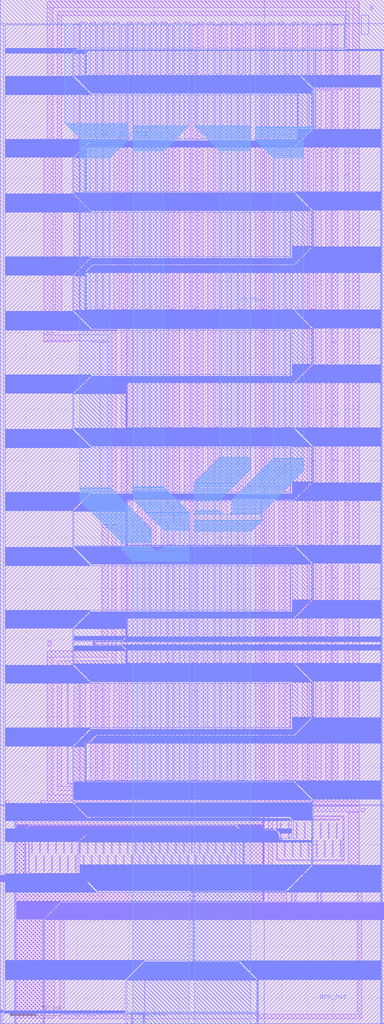
<source format=lef>
# Copyright 2020 The SkyWater PDK Authors
#
# Licensed under the Apache License, Version 2.0 (the "License");
# you may not use this file except in compliance with the License.
# You may obtain a copy of the License at
#
#     https://www.apache.org/licenses/LICENSE-2.0
#
# Unless required by applicable law or agreed to in writing, software
# distributed under the License is distributed on an "AS IS" BASIS,
# WITHOUT WARRANTIES OR CONDITIONS OF ANY KIND, either express or implied.
# See the License for the specific language governing permissions and
# limitations under the License.
#
# SPDX-License-Identifier: Apache-2.0

VERSION 5.5 ;
NAMESCASESENSITIVE ON ;
BUSBITCHARS "[]" ;
DIVIDERCHAR "/" ;

MACRO sky130_fd_io__hvclampv2
  CLASS BLOCK ;
  SOURCE USER ;
  ORIGIN 0 0 ;
  SIZE 75 BY 200 ;
  SYMMETRY R90 ;

  PIN vssd
    DIRECTION INOUT ;
    USE GROUND ;
    PORT
      LAYER met1 ;
        RECT 3.1 23.96 51.315 27.59 ;
        RECT 3.1 0.01 8.33 20.405 ;
        RECT 3.1 20.405 8.33 20.475 ;
        RECT 3.1 20.475 8.4 20.545 ;
        RECT 3.1 20.545 8.47 20.615 ;
        RECT 3.1 20.615 8.54 20.685 ;
        RECT 3.1 20.685 8.61 20.755 ;
        RECT 3.1 20.755 8.68 20.825 ;
        RECT 3.1 20.825 8.75 20.895 ;
        RECT 3.1 20.895 8.82 20.965 ;
        RECT 3.1 20.965 8.89 21.035 ;
        RECT 3.1 21.035 8.96 21.105 ;
        RECT 3.1 21.105 9.03 21.175 ;
        RECT 3.1 21.175 9.1 21.245 ;
        RECT 3.1 21.245 9.17 21.315 ;
        RECT 3.1 21.315 9.24 21.385 ;
        RECT 3.1 21.385 9.31 21.455 ;
        RECT 3.1 21.455 9.38 21.525 ;
        RECT 3.1 21.525 9.45 21.595 ;
        RECT 3.1 21.595 9.52 21.665 ;
        RECT 3.1 21.665 9.59 21.735 ;
        RECT 3.1 21.735 9.66 21.805 ;
        RECT 3.1 21.805 9.73 21.875 ;
        RECT 3.1 21.875 9.8 21.945 ;
        RECT 3.1 21.945 9.87 22.015 ;
        RECT 3.1 22.015 9.94 22.085 ;
        RECT 3.1 22.085 10.01 22.155 ;
        RECT 3.1 22.155 10.08 22.225 ;
        RECT 3.1 22.225 10.15 22.295 ;
        RECT 3.1 22.295 10.22 22.365 ;
        RECT 3.1 22.365 10.29 22.435 ;
        RECT 3.1 22.435 10.36 22.505 ;
        RECT 3.1 22.505 10.43 22.575 ;
        RECT 3.1 22.575 10.5 22.645 ;
        RECT 3.1 22.645 10.57 22.715 ;
        RECT 3.1 22.715 10.64 22.785 ;
        RECT 3.1 22.785 10.71 22.855 ;
        RECT 3.1 22.855 10.78 22.925 ;
        RECT 3.1 22.925 10.85 22.995 ;
        RECT 3.1 22.995 10.92 23.065 ;
        RECT 3.1 23.065 10.99 23.135 ;
        RECT 3.1 23.135 11.06 23.205 ;
        RECT 3.1 23.205 11.13 23.275 ;
        RECT 3.1 23.275 11.2 23.345 ;
        RECT 3.1 23.345 11.27 23.415 ;
        RECT 3.1 23.415 11.34 23.485 ;
        RECT 3.1 23.485 11.41 23.555 ;
        RECT 3.1 23.555 11.48 23.625 ;
        RECT 3.1 23.625 11.55 23.695 ;
        RECT 3.1 23.695 11.62 23.765 ;
        RECT 3.1 23.765 11.69 23.835 ;
        RECT 3.1 23.835 11.76 23.905 ;
        RECT 3.1 23.905 11.83 23.96 ;
        RECT 47.685 37.235 51.315 37.305 ;
        RECT 47.615 37.305 51.315 37.375 ;
        RECT 47.545 37.375 51.315 37.445 ;
        RECT 47.475 37.445 51.315 37.515 ;
        RECT 47.405 37.515 51.315 37.585 ;
        RECT 47.335 37.585 51.315 37.655 ;
        RECT 47.265 37.655 51.315 37.725 ;
        RECT 47.195 37.725 51.315 37.795 ;
        RECT 47.125 37.795 51.315 37.865 ;
        RECT 47.055 37.865 51.315 37.935 ;
        RECT 46.985 37.935 51.315 38.005 ;
        RECT 46.915 38.005 51.315 38.075 ;
        RECT 46.845 38.075 51.315 38.145 ;
        RECT 46.775 38.145 51.315 38.215 ;
        RECT 46.705 38.215 51.315 38.285 ;
        RECT 46.635 38.285 51.315 38.355 ;
        RECT 46.565 38.355 51.315 38.425 ;
        RECT 46.495 38.425 51.315 38.495 ;
        RECT 46.425 38.495 51.315 38.565 ;
        RECT 46.355 38.565 51.315 38.635 ;
        RECT 46.285 38.635 51.315 38.705 ;
        RECT 46.215 38.705 51.315 38.775 ;
        RECT 46.145 38.775 51.315 38.845 ;
        RECT 46.075 38.845 51.315 38.85 ;
        RECT 3.105 38.85 51.315 42.48 ;
        RECT 3.105 29.155 4.705 37.905 ;
        RECT 3.105 37.905 4.705 37.975 ;
        RECT 3.105 37.975 4.775 38.045 ;
        RECT 3.105 38.045 4.845 38.115 ;
        RECT 3.105 38.115 4.915 38.185 ;
        RECT 3.105 38.185 4.985 38.255 ;
        RECT 3.105 38.255 5.055 38.325 ;
        RECT 3.105 38.325 5.125 38.395 ;
        RECT 3.105 38.395 5.195 38.465 ;
        RECT 3.105 38.465 5.265 38.535 ;
        RECT 3.105 38.535 5.335 38.605 ;
        RECT 3.105 38.605 5.405 38.675 ;
        RECT 3.105 38.675 5.475 38.745 ;
        RECT 3.105 38.745 5.545 38.815 ;
        RECT 3.105 38.815 5.615 38.85 ;
        RECT 47.685 29.2 51.315 37.235 ;
        RECT 46.145 27.59 51.315 27.66 ;
        RECT 46.215 27.66 51.315 27.73 ;
        RECT 46.285 27.73 51.315 27.8 ;
        RECT 46.355 27.8 51.315 27.87 ;
        RECT 46.425 27.87 51.315 27.94 ;
        RECT 46.495 27.94 51.315 28.01 ;
        RECT 46.565 28.01 51.315 28.08 ;
        RECT 46.635 28.08 51.315 28.15 ;
        RECT 46.705 28.15 51.315 28.22 ;
        RECT 46.775 28.22 51.315 28.29 ;
        RECT 46.845 28.29 51.315 28.36 ;
        RECT 46.915 28.36 51.315 28.43 ;
        RECT 46.985 28.43 51.315 28.5 ;
        RECT 47.055 28.5 51.315 28.57 ;
        RECT 47.125 28.57 51.315 28.64 ;
        RECT 47.195 28.64 51.315 28.71 ;
        RECT 47.265 28.71 51.315 28.78 ;
        RECT 47.335 28.78 51.315 28.85 ;
        RECT 47.405 28.85 51.315 28.92 ;
        RECT 47.475 28.92 51.315 28.99 ;
        RECT 47.545 28.99 51.315 29.06 ;
        RECT 47.615 29.06 51.315 29.13 ;
        RECT 47.685 29.13 51.315 29.2 ;
    END
  END vssd

  PIN ogc_hvc
    DIRECTION INOUT ;
    USE POWER ;
    PORT
      LAYER met2 ;
        RECT 25.895 0 27.895 1.92 ;
    END
  END ogc_hvc

  PIN src_bdy_hvc
    DIRECTION INOUT ;
    USE GROUND ;
    PORT
      LAYER met3 ;
        RECT 25.895 0 36.895 90.39 ;
        RECT 25.895 90.39 36.895 90.54 ;
        RECT 25.745 90.54 36.895 90.69 ;
        RECT 25.595 90.69 36.895 90.84 ;
        RECT 25.445 90.84 36.895 90.99 ;
        RECT 25.295 90.99 36.895 91.14 ;
        RECT 25.145 91.14 36.895 91.29 ;
        RECT 24.995 91.29 36.895 91.44 ;
        RECT 24.845 91.44 36.895 91.59 ;
        RECT 24.695 91.59 36.895 91.74 ;
        RECT 24.545 91.74 36.895 91.89 ;
        RECT 24.395 91.89 36.895 92.04 ;
        RECT 24.245 92.04 36.895 92.19 ;
        RECT 24.095 92.19 36.895 92.34 ;
        RECT 23.945 92.34 36.895 92.39 ;
        RECT 31.385 92.39 36.895 92.54 ;
        RECT 31.535 92.54 36.895 92.69 ;
        RECT 31.685 92.69 36.895 92.84 ;
        RECT 31.835 92.84 36.895 92.99 ;
        RECT 31.945 92.99 36.895 93.1 ;
        RECT 23.895 92.39 30.16 92.465 ;
        RECT 23.82 92.465 30.085 92.54 ;
        RECT 31.945 93.1 36.895 96.375 ;
        RECT 23.745 92.54 29.935 92.69 ;
        RECT 23.745 92.69 29.785 92.84 ;
        RECT 23.745 92.84 29.635 92.99 ;
        RECT 23.745 92.99 29.525 93.1 ;
        RECT 31.945 96.375 36.895 96.525 ;
        RECT 31.795 96.525 36.895 96.675 ;
        RECT 31.645 96.675 36.895 96.825 ;
        RECT 31.495 96.825 36.895 96.975 ;
        RECT 31.345 96.975 36.895 97.125 ;
        RECT 31.195 97.125 36.895 97.275 ;
        RECT 31.045 97.275 36.895 97.425 ;
        RECT 30.895 97.425 36.895 97.575 ;
        RECT 30.745 97.575 36.895 97.725 ;
        RECT 30.595 97.725 36.895 97.875 ;
        RECT 30.445 97.875 36.895 98.025 ;
        RECT 30.295 98.025 36.895 98.175 ;
        RECT 30.145 98.175 36.895 98.325 ;
        RECT 29.995 98.325 36.895 98.475 ;
        RECT 29.845 98.475 36.895 98.625 ;
        RECT 29.695 98.625 36.895 98.775 ;
        RECT 29.545 98.775 36.895 98.925 ;
        RECT 29.395 98.925 36.895 99.075 ;
        RECT 29.245 99.075 36.895 99.225 ;
        RECT 29.095 99.225 36.895 99.375 ;
        RECT 28.945 99.375 36.895 99.525 ;
        RECT 28.795 99.525 36.895 99.675 ;
        RECT 28.645 99.675 36.895 99.825 ;
        RECT 28.495 99.825 36.895 99.895 ;
        RECT 23.745 93.1 29.525 93.955 ;
        RECT 28.425 99.895 36.745 100.045 ;
        RECT 28.275 100.045 36.595 100.195 ;
        RECT 28.125 100.195 36.445 100.345 ;
        RECT 27.975 100.345 36.295 100.495 ;
        RECT 27.825 100.495 36.145 100.645 ;
        RECT 27.675 100.645 35.995 100.795 ;
        RECT 27.525 100.795 35.845 100.945 ;
        RECT 27.375 100.945 35.695 101.095 ;
        RECT 27.225 101.095 35.545 101.245 ;
        RECT 27.075 101.245 35.395 101.395 ;
        RECT 26.925 101.395 35.245 101.545 ;
        RECT 26.775 101.545 35.095 101.695 ;
        RECT 26.625 101.695 34.945 101.845 ;
        RECT 26.475 101.845 34.795 101.995 ;
        RECT 26.325 101.995 34.645 102.145 ;
        RECT 26.175 102.145 34.495 102.295 ;
        RECT 26.025 102.295 34.4 102.39 ;
        RECT 23.745 93.955 29.525 94.105 ;
        RECT 23.595 94.105 29.525 94.255 ;
        RECT 23.445 94.255 29.525 94.405 ;
        RECT 23.295 94.405 29.525 94.555 ;
        RECT 23.145 94.555 29.525 94.705 ;
        RECT 22.995 94.705 29.525 94.855 ;
        RECT 22.845 94.855 29.525 95.005 ;
        RECT 22.695 95.005 29.525 95.155 ;
        RECT 22.545 95.155 29.525 95.305 ;
        RECT 22.395 95.305 29.525 95.455 ;
        RECT 22.245 95.455 29.525 95.605 ;
        RECT 22.095 95.605 29.525 95.755 ;
        RECT 21.945 95.755 29.525 95.905 ;
        RECT 21.795 95.905 29.525 96.055 ;
        RECT 21.645 96.055 29.525 96.205 ;
        RECT 21.495 96.205 29.525 96.355 ;
        RECT 21.345 96.355 29.525 96.505 ;
        RECT 21.195 96.505 29.525 96.655 ;
        RECT 25.93 102.39 34.25 102.54 ;
        RECT 25.93 102.54 34.1 102.69 ;
        RECT 25.93 102.69 33.95 102.84 ;
        RECT 25.93 102.84 33.8 102.99 ;
        RECT 25.93 102.99 33.65 103.14 ;
        RECT 25.93 103.14 33.5 103.29 ;
        RECT 25.93 103.29 33.35 103.44 ;
        RECT 25.93 103.44 33.2 103.59 ;
        RECT 25.93 103.59 33.05 103.74 ;
        RECT 25.93 103.74 32.9 103.89 ;
        RECT 25.93 103.89 32.75 104.04 ;
        RECT 25.93 104.04 32.6 104.19 ;
        RECT 25.93 104.19 32.45 104.34 ;
        RECT 25.93 104.34 32.3 104.49 ;
        RECT 25.93 104.49 32.15 104.64 ;
        RECT 25.93 104.64 32 104.79 ;
        RECT 25.93 104.79 31.93 104.86 ;
        RECT 21.045 96.655 29.375 96.805 ;
        RECT 20.895 96.805 29.225 96.955 ;
        RECT 20.745 96.955 29.075 97.105 ;
        RECT 20.595 97.105 28.925 97.255 ;
        RECT 20.445 97.255 28.775 97.405 ;
        RECT 20.295 97.405 28.625 97.555 ;
        RECT 20.145 97.555 28.475 97.705 ;
        RECT 19.995 97.705 28.325 97.855 ;
        RECT 19.845 97.855 28.175 98.005 ;
        RECT 19.695 98.005 28.025 98.155 ;
        RECT 19.545 98.155 27.875 98.305 ;
        RECT 19.395 98.305 27.725 98.455 ;
        RECT 19.245 98.455 27.575 98.605 ;
        RECT 19.095 98.605 27.425 98.755 ;
        RECT 18.945 98.755 27.275 98.905 ;
        RECT 18.795 98.905 27.125 99.055 ;
        RECT 18.645 99.055 26.975 99.205 ;
        RECT 18.495 99.205 26.825 99.355 ;
        RECT 18.345 99.355 26.675 99.505 ;
        RECT 18.195 99.505 26.525 99.655 ;
        RECT 18.045 99.655 26.375 99.805 ;
        RECT 17.895 99.805 26.225 99.955 ;
        RECT 17.745 99.955 26.075 100.105 ;
        RECT 17.595 100.105 25.925 100.255 ;
        RECT 17.445 100.255 25.775 100.405 ;
        RECT 17.295 100.405 25.625 100.555 ;
        RECT 17.145 100.555 25.475 100.705 ;
        RECT 16.995 100.705 25.325 100.855 ;
        RECT 16.845 100.855 25.175 101.005 ;
        RECT 16.695 101.005 25.025 101.155 ;
        RECT 16.545 101.155 24.875 101.305 ;
        RECT 16.395 101.305 24.725 101.455 ;
        RECT 16.245 101.455 24.575 101.605 ;
        RECT 16.095 101.605 24.425 101.755 ;
        RECT 15.945 101.755 24.275 101.905 ;
        RECT 15.795 101.905 24.125 102.055 ;
        RECT 15.645 102.055 23.98 102.2 ;
        RECT 25.93 104.86 31.93 170.46 ;
        RECT 15.5 102.2 23.83 102.35 ;
        RECT 15.5 102.35 23.68 102.5 ;
        RECT 15.5 102.5 23.53 102.65 ;
        RECT 15.5 102.65 23.38 102.8 ;
        RECT 15.5 102.8 23.23 102.95 ;
        RECT 15.5 102.95 23.08 103.1 ;
        RECT 15.5 103.1 22.93 103.25 ;
        RECT 15.5 103.25 22.78 103.4 ;
        RECT 15.5 103.4 22.63 103.55 ;
        RECT 15.5 103.55 22.48 103.7 ;
        RECT 15.5 103.7 22.33 103.85 ;
        RECT 15.5 103.85 22.18 104 ;
        RECT 15.5 104 22.03 104.15 ;
        RECT 15.5 104.15 21.88 104.3 ;
        RECT 15.5 104.3 21.73 104.45 ;
        RECT 15.5 104.45 21.58 104.6 ;
        RECT 15.5 104.6 21.5 104.68 ;
        RECT 25.93 170.46 31.93 170.61 ;
        RECT 25.93 170.61 32.08 170.76 ;
        RECT 25.93 170.76 32.23 170.91 ;
        RECT 25.93 170.91 32.38 171.06 ;
        RECT 25.93 171.06 32.53 171.21 ;
        RECT 25.93 171.21 32.68 171.36 ;
        RECT 25.93 171.36 32.83 171.51 ;
        RECT 25.93 171.51 32.98 171.66 ;
        RECT 25.93 171.66 33.13 171.81 ;
        RECT 25.93 171.81 33.28 171.96 ;
        RECT 25.93 171.96 33.43 172.11 ;
        RECT 25.93 172.11 33.58 172.26 ;
        RECT 25.93 172.26 33.73 172.41 ;
        RECT 25.93 172.41 33.88 172.56 ;
        RECT 25.93 172.56 34.03 172.71 ;
        RECT 25.93 172.71 34.18 172.86 ;
        RECT 25.93 172.86 34.33 173.01 ;
        RECT 25.93 173.01 34.48 173.16 ;
        RECT 25.93 173.16 34.63 173.31 ;
        RECT 25.93 173.31 34.78 173.46 ;
        RECT 25.93 173.46 34.93 173.61 ;
        RECT 25.93 173.61 35.08 173.76 ;
        RECT 25.93 173.76 35.23 173.91 ;
        RECT 25.93 173.91 35.38 174.06 ;
        RECT 25.93 174.06 35.53 174.21 ;
        RECT 25.93 174.21 35.68 174.36 ;
        RECT 25.93 174.36 35.83 174.51 ;
        RECT 25.93 174.51 35.98 174.66 ;
        RECT 25.93 174.66 36.13 174.81 ;
        RECT 25.93 174.81 36.28 174.96 ;
        RECT 25.93 174.96 36.43 175.11 ;
        RECT 25.93 175.11 36.58 175.26 ;
        RECT 25.93 175.26 36.73 175.35 ;
        RECT 15.5 104.68 21.5 169.13 ;
        RECT 25.93 175.35 36.82 195.075 ;
        RECT 15.5 169.13 21.5 169.28 ;
        RECT 15.5 169.28 21.65 169.43 ;
        RECT 15.5 169.43 21.8 169.58 ;
        RECT 15.5 169.58 21.95 169.73 ;
        RECT 15.5 169.73 22.1 169.88 ;
        RECT 15.5 169.88 22.25 170.03 ;
        RECT 15.5 170.03 22.4 170.18 ;
        RECT 15.5 170.18 22.55 170.33 ;
        RECT 15.5 170.33 22.7 170.48 ;
        RECT 15.5 170.48 22.85 170.63 ;
        RECT 15.5 170.63 23 170.78 ;
        RECT 15.5 170.78 23.15 170.93 ;
        RECT 15.5 170.93 23.3 171.08 ;
        RECT 15.5 171.08 23.45 171.23 ;
        RECT 15.5 171.23 23.6 171.38 ;
        RECT 15.5 171.38 23.75 171.53 ;
        RECT 15.5 171.53 23.9 171.68 ;
        RECT 15.5 171.68 24.05 171.83 ;
        RECT 15.5 171.83 24.2 171.98 ;
        RECT 15.5 171.98 24.35 172.13 ;
        RECT 15.5 172.13 24.5 172.28 ;
        RECT 15.5 172.28 24.65 172.43 ;
        RECT 15.5 172.43 24.8 172.58 ;
        RECT 15.5 172.58 24.95 172.64 ;
        RECT 15.5 173.02 25.01 173.17 ;
        RECT 15.35 173.17 25.01 173.32 ;
        RECT 15.2 173.32 25.01 173.47 ;
        RECT 15.05 173.47 25.01 173.62 ;
        RECT 14.9 173.62 25.01 173.77 ;
        RECT 14.75 173.77 25.01 173.92 ;
        RECT 14.6 173.92 25.01 174.07 ;
        RECT 14.45 174.07 25.01 174.22 ;
        RECT 14.3 174.22 25.01 174.37 ;
        RECT 14.15 174.37 25.01 174.52 ;
        RECT 14 174.52 25.01 174.67 ;
        RECT 13.85 174.67 25.01 174.82 ;
        RECT 13.7 174.82 25.01 174.97 ;
        RECT 13.55 174.97 25.01 175.12 ;
        RECT 13.4 175.12 25.01 175.27 ;
        RECT 13.25 175.27 25.01 175.42 ;
        RECT 13.1 175.42 25.01 175.57 ;
        RECT 12.95 175.57 25.01 175.72 ;
        RECT 12.8 175.72 25.01 175.87 ;
        RECT 12.65 175.87 25.01 175.895 ;
        RECT 12.625 175.895 25.01 195.075 ;
        RECT 15.5 172.64 25.01 173.02 ;
    END
    PORT
      LAYER met2 ;
        RECT 0.935 190.56 67.2 195.075 ;
        RECT 0.935 189.585 14.12 189.655 ;
        RECT 0.935 189.655 14.19 189.725 ;
        RECT 0.935 189.725 14.26 189.795 ;
        RECT 0.935 189.795 14.33 189.865 ;
        RECT 0.935 189.865 14.4 189.935 ;
        RECT 0.935 189.935 14.47 190.005 ;
        RECT 0.935 190.005 14.54 190.075 ;
        RECT 0.935 190.075 14.61 190.145 ;
        RECT 0.935 190.145 14.68 190.215 ;
        RECT 0.935 190.215 14.75 190.285 ;
        RECT 0.935 190.285 14.82 190.355 ;
        RECT 0.935 190.355 14.89 190.425 ;
        RECT 0.935 190.425 14.96 190.495 ;
        RECT 0.935 190.495 15.03 190.56 ;
        RECT 0.935 185.055 14.12 189.585 ;
        RECT 0.935 183.905 15.2 183.975 ;
        RECT 0.935 183.975 15.13 184.045 ;
        RECT 0.935 184.045 15.06 184.115 ;
        RECT 0.935 184.115 14.99 184.185 ;
        RECT 0.935 184.185 14.92 184.255 ;
        RECT 0.935 184.255 14.85 184.325 ;
        RECT 0.935 184.325 14.78 184.395 ;
        RECT 0.935 184.395 14.71 184.465 ;
        RECT 0.935 184.465 14.64 184.535 ;
        RECT 0.935 184.535 14.57 184.605 ;
        RECT 0.935 184.605 14.5 184.675 ;
        RECT 0.935 184.675 14.43 184.745 ;
        RECT 0.935 184.745 14.36 184.815 ;
        RECT 0.935 184.815 14.29 184.885 ;
        RECT 0.935 184.885 14.22 184.955 ;
        RECT 0.935 184.955 14.15 185.025 ;
        RECT 0.935 185.025 14.12 185.055 ;
        RECT 0.935 183.855 15.32 183.905 ;
        RECT 0.935 181.48 17.625 181.55 ;
        RECT 0.935 181.55 17.555 181.62 ;
        RECT 0.935 181.62 17.485 181.69 ;
        RECT 0.935 181.69 17.415 181.76 ;
        RECT 0.935 181.76 17.345 181.83 ;
        RECT 0.935 181.83 17.275 181.9 ;
        RECT 0.935 181.9 17.205 181.97 ;
        RECT 0.935 181.97 17.135 182.04 ;
        RECT 0.935 182.04 17.065 182.11 ;
        RECT 0.935 182.11 16.995 182.18 ;
        RECT 0.935 182.18 16.925 182.25 ;
        RECT 0.935 182.25 16.855 182.32 ;
        RECT 0.935 182.32 16.785 182.39 ;
        RECT 0.935 182.39 16.715 182.46 ;
        RECT 0.935 182.46 16.645 182.53 ;
        RECT 0.935 182.53 16.575 182.6 ;
        RECT 0.935 182.6 16.505 182.67 ;
        RECT 0.935 182.67 16.435 182.74 ;
        RECT 0.935 182.74 16.365 182.81 ;
        RECT 0.935 182.81 16.295 182.88 ;
        RECT 0.935 182.88 16.225 182.95 ;
        RECT 0.935 182.95 16.155 183.02 ;
        RECT 0.935 183.02 16.085 183.09 ;
        RECT 0.935 183.09 16.015 183.16 ;
        RECT 0.935 183.16 15.945 183.23 ;
        RECT 0.935 183.23 15.875 183.3 ;
        RECT 0.935 183.3 15.805 183.37 ;
        RECT 0.935 183.37 15.735 183.44 ;
        RECT 0.935 183.44 15.665 183.51 ;
        RECT 0.935 183.51 15.595 183.58 ;
        RECT 0.935 183.58 15.525 183.65 ;
        RECT 0.935 183.65 15.455 183.72 ;
        RECT 0.935 183.72 15.385 183.79 ;
        RECT 0.935 183.79 15.32 183.855 ;
        RECT 0.935 172.78 57.96 181.48 ;
        RECT 0.935 169.22 14.12 169.29 ;
        RECT 0.935 169.29 14.19 169.36 ;
        RECT 0.935 169.36 14.26 169.43 ;
        RECT 0.935 169.43 14.33 169.5 ;
        RECT 0.935 169.5 14.4 169.57 ;
        RECT 0.935 169.57 14.47 169.64 ;
        RECT 0.935 169.64 14.54 169.71 ;
        RECT 0.935 169.71 14.61 169.78 ;
        RECT 0.935 169.78 14.68 169.85 ;
        RECT 0.935 169.85 14.75 169.92 ;
        RECT 0.935 169.92 14.82 169.99 ;
        RECT 0.935 169.99 14.89 170.06 ;
        RECT 0.935 170.06 14.96 170.13 ;
        RECT 0.935 170.13 15.03 170.2 ;
        RECT 0.935 170.2 15.1 170.27 ;
        RECT 0.935 170.27 15.17 170.34 ;
        RECT 0.935 170.34 15.24 170.41 ;
        RECT 0.935 170.41 15.31 170.48 ;
        RECT 0.935 170.48 15.38 170.55 ;
        RECT 0.935 170.55 15.45 170.62 ;
        RECT 0.935 170.62 15.52 170.69 ;
        RECT 0.935 170.69 15.59 170.76 ;
        RECT 0.935 170.76 15.66 170.83 ;
        RECT 0.935 170.83 15.73 170.9 ;
        RECT 0.935 170.9 15.8 170.97 ;
        RECT 0.935 170.97 15.87 171.04 ;
        RECT 0.935 171.04 15.94 171.11 ;
        RECT 0.935 171.11 16.01 171.18 ;
        RECT 0.935 171.18 16.08 171.25 ;
        RECT 0.935 171.25 16.15 171.32 ;
        RECT 0.935 171.32 16.22 171.39 ;
        RECT 0.935 171.39 16.29 171.46 ;
        RECT 0.935 171.46 16.36 171.53 ;
        RECT 0.935 171.53 16.43 171.6 ;
        RECT 0.935 171.6 16.5 171.67 ;
        RECT 0.935 171.67 16.57 171.74 ;
        RECT 0.935 171.74 16.64 171.81 ;
        RECT 0.935 171.81 16.71 171.88 ;
        RECT 0.935 171.88 16.78 171.95 ;
        RECT 0.935 171.95 16.85 172.02 ;
        RECT 0.935 172.02 16.92 172.09 ;
        RECT 0.935 172.09 16.99 172.16 ;
        RECT 0.935 172.16 17.06 172.23 ;
        RECT 0.935 172.23 17.13 172.3 ;
        RECT 0.935 172.3 17.2 172.37 ;
        RECT 0.935 172.37 17.27 172.44 ;
        RECT 0.935 172.44 17.34 172.51 ;
        RECT 0.935 172.51 17.41 172.58 ;
        RECT 0.935 172.58 17.48 172.65 ;
        RECT 0.935 172.65 17.55 172.72 ;
        RECT 0.935 172.72 17.62 172.78 ;
        RECT 0.935 162.08 14.12 169.22 ;
        RECT 0.935 158.48 17.65 158.55 ;
        RECT 0.935 158.55 17.58 158.62 ;
        RECT 0.935 158.62 17.51 158.69 ;
        RECT 0.935 158.69 17.44 158.76 ;
        RECT 0.935 158.76 17.37 158.83 ;
        RECT 0.935 158.83 17.3 158.9 ;
        RECT 0.935 158.9 17.23 158.97 ;
        RECT 0.935 158.97 17.16 159.04 ;
        RECT 0.935 159.04 17.09 159.11 ;
        RECT 0.935 159.11 17.02 159.18 ;
        RECT 0.935 159.18 16.95 159.25 ;
        RECT 0.935 159.25 16.88 159.32 ;
        RECT 0.935 159.32 16.81 159.39 ;
        RECT 0.935 159.39 16.74 159.46 ;
        RECT 0.935 159.46 16.67 159.53 ;
        RECT 0.935 159.53 16.6 159.6 ;
        RECT 0.935 159.6 16.53 159.67 ;
        RECT 0.935 159.67 16.46 159.74 ;
        RECT 0.935 159.74 16.39 159.81 ;
        RECT 0.935 159.81 16.32 159.88 ;
        RECT 0.935 159.88 16.25 159.95 ;
        RECT 0.935 159.95 16.18 160.02 ;
        RECT 0.935 160.02 16.11 160.09 ;
        RECT 0.935 160.09 16.04 160.16 ;
        RECT 0.935 160.16 15.97 160.23 ;
        RECT 0.935 160.23 15.9 160.3 ;
        RECT 0.935 160.3 15.83 160.37 ;
        RECT 0.935 160.37 15.76 160.44 ;
        RECT 0.935 160.44 15.69 160.51 ;
        RECT 0.935 160.51 15.62 160.58 ;
        RECT 0.935 160.58 15.55 160.65 ;
        RECT 0.935 160.65 15.48 160.72 ;
        RECT 0.935 160.72 15.41 160.79 ;
        RECT 0.935 160.79 15.34 160.86 ;
        RECT 0.935 160.86 15.27 160.93 ;
        RECT 0.935 160.93 15.2 161 ;
        RECT 0.935 161 15.13 161.07 ;
        RECT 0.935 161.07 15.06 161.14 ;
        RECT 0.935 161.14 14.99 161.21 ;
        RECT 0.935 161.21 14.92 161.28 ;
        RECT 0.935 161.28 14.85 161.35 ;
        RECT 0.935 161.35 14.78 161.42 ;
        RECT 0.935 161.42 14.71 161.49 ;
        RECT 0.935 161.49 14.64 161.56 ;
        RECT 0.935 161.56 14.57 161.63 ;
        RECT 0.935 161.63 14.5 161.7 ;
        RECT 0.935 161.7 14.43 161.77 ;
        RECT 0.935 161.77 14.36 161.84 ;
        RECT 0.935 161.84 14.29 161.91 ;
        RECT 0.935 161.91 14.22 161.98 ;
        RECT 0.935 161.98 14.15 162.05 ;
        RECT 0.935 162.05 14.12 162.08 ;
        RECT 0.935 149.78 56.705 158.48 ;
        RECT 0.935 146.215 14.12 146.285 ;
        RECT 0.935 146.285 14.19 146.355 ;
        RECT 0.935 146.355 14.26 146.425 ;
        RECT 0.935 146.425 14.33 146.495 ;
        RECT 0.935 146.495 14.4 146.565 ;
        RECT 0.935 146.565 14.47 146.635 ;
        RECT 0.935 146.635 14.54 146.705 ;
        RECT 0.935 146.705 14.61 146.775 ;
        RECT 0.935 146.775 14.68 146.845 ;
        RECT 0.935 146.845 14.75 146.915 ;
        RECT 0.935 146.915 14.82 146.985 ;
        RECT 0.935 146.985 14.89 147.055 ;
        RECT 0.935 147.055 14.96 147.125 ;
        RECT 0.935 147.125 15.03 147.195 ;
        RECT 0.935 147.195 15.1 147.265 ;
        RECT 0.935 147.265 15.17 147.335 ;
        RECT 0.935 147.335 15.24 147.405 ;
        RECT 0.935 147.405 15.31 147.475 ;
        RECT 0.935 147.475 15.38 147.545 ;
        RECT 0.935 147.545 15.45 147.615 ;
        RECT 0.935 147.615 15.52 147.685 ;
        RECT 0.935 147.685 15.59 147.755 ;
        RECT 0.935 147.755 15.66 147.825 ;
        RECT 0.935 147.825 15.73 147.895 ;
        RECT 0.935 147.895 15.8 147.965 ;
        RECT 0.935 147.965 15.87 148.035 ;
        RECT 0.935 148.035 15.94 148.105 ;
        RECT 0.935 148.105 16.01 148.175 ;
        RECT 0.935 148.175 16.08 148.245 ;
        RECT 0.935 148.245 16.15 148.315 ;
        RECT 0.935 148.315 16.22 148.385 ;
        RECT 0.935 148.385 16.29 148.455 ;
        RECT 0.935 148.455 16.36 148.525 ;
        RECT 0.935 148.525 16.43 148.595 ;
        RECT 0.935 148.595 16.5 148.665 ;
        RECT 0.935 148.665 16.57 148.735 ;
        RECT 0.935 148.735 16.64 148.805 ;
        RECT 0.935 148.805 16.71 148.875 ;
        RECT 0.935 148.875 16.78 148.945 ;
        RECT 0.935 148.945 16.85 149.015 ;
        RECT 0.935 149.015 16.92 149.085 ;
        RECT 0.935 149.085 16.99 149.155 ;
        RECT 0.935 149.155 17.06 149.225 ;
        RECT 0.935 149.225 17.13 149.295 ;
        RECT 0.935 149.295 17.2 149.365 ;
        RECT 0.935 149.365 17.27 149.435 ;
        RECT 0.935 149.435 17.34 149.505 ;
        RECT 0.935 149.505 17.41 149.575 ;
        RECT 0.935 149.575 17.48 149.645 ;
        RECT 0.935 149.645 17.55 149.715 ;
        RECT 0.935 149.715 17.62 149.78 ;
        RECT 0.935 139.17 14.12 146.215 ;
        RECT 0.935 135.48 17.74 135.55 ;
        RECT 0.935 135.55 17.67 135.62 ;
        RECT 0.935 135.62 17.6 135.69 ;
        RECT 0.935 135.69 17.53 135.76 ;
        RECT 0.935 135.76 17.46 135.83 ;
        RECT 0.935 135.83 17.39 135.9 ;
        RECT 0.935 135.9 17.32 135.97 ;
        RECT 0.935 135.97 17.25 136.04 ;
        RECT 0.935 136.04 17.18 136.11 ;
        RECT 0.935 136.11 17.11 136.18 ;
        RECT 0.935 136.18 17.04 136.25 ;
        RECT 0.935 136.25 16.97 136.32 ;
        RECT 0.935 136.32 16.9 136.39 ;
        RECT 0.935 136.39 16.83 136.46 ;
        RECT 0.935 136.46 16.76 136.53 ;
        RECT 0.935 136.53 16.69 136.6 ;
        RECT 0.935 136.6 16.62 136.67 ;
        RECT 0.935 136.67 16.55 136.74 ;
        RECT 0.935 136.74 16.48 136.81 ;
        RECT 0.935 136.81 16.41 136.88 ;
        RECT 0.935 136.88 16.34 136.95 ;
        RECT 0.935 136.95 16.27 137.02 ;
        RECT 0.935 137.02 16.2 137.09 ;
        RECT 0.935 137.09 16.13 137.16 ;
        RECT 0.935 137.16 16.06 137.23 ;
        RECT 0.935 137.23 15.99 137.3 ;
        RECT 0.935 137.3 15.92 137.37 ;
        RECT 0.935 137.37 15.85 137.44 ;
        RECT 0.935 137.44 15.78 137.51 ;
        RECT 0.935 137.51 15.71 137.58 ;
        RECT 0.935 137.58 15.64 137.65 ;
        RECT 0.935 137.65 15.57 137.72 ;
        RECT 0.935 137.72 15.5 137.79 ;
        RECT 0.935 137.79 15.43 137.86 ;
        RECT 0.935 137.86 15.36 137.93 ;
        RECT 0.935 137.93 15.29 138 ;
        RECT 0.935 138 15.22 138.07 ;
        RECT 0.935 138.07 15.15 138.14 ;
        RECT 0.935 138.14 15.08 138.21 ;
        RECT 0.935 138.21 15.01 138.28 ;
        RECT 0.935 138.28 14.94 138.35 ;
        RECT 0.935 138.35 14.87 138.42 ;
        RECT 0.935 138.42 14.8 138.49 ;
        RECT 0.935 138.49 14.73 138.56 ;
        RECT 0.935 138.56 14.66 138.63 ;
        RECT 0.935 138.63 14.59 138.7 ;
        RECT 0.935 138.7 14.52 138.77 ;
        RECT 0.935 138.77 14.45 138.84 ;
        RECT 0.935 138.84 14.38 138.91 ;
        RECT 0.935 138.91 14.31 138.98 ;
        RECT 0.935 138.98 14.24 139.05 ;
        RECT 0.935 139.05 14.17 139.12 ;
        RECT 0.935 139.12 14.12 139.17 ;
        RECT 0.935 126.78 56.705 135.48 ;
        RECT 0.935 123.145 14.12 123.215 ;
        RECT 0.935 123.215 14.19 123.285 ;
        RECT 0.935 123.285 14.26 123.355 ;
        RECT 0.935 123.355 14.33 123.425 ;
        RECT 0.935 123.425 14.4 123.495 ;
        RECT 0.935 123.495 14.47 123.565 ;
        RECT 0.935 123.565 14.54 123.635 ;
        RECT 0.935 123.635 14.61 123.705 ;
        RECT 0.935 123.705 14.68 123.775 ;
        RECT 0.935 123.775 14.75 123.845 ;
        RECT 0.935 123.845 14.82 123.915 ;
        RECT 0.935 123.915 14.89 123.985 ;
        RECT 0.935 123.985 14.96 124.055 ;
        RECT 0.935 124.055 15.03 124.125 ;
        RECT 0.935 124.125 15.1 124.195 ;
        RECT 0.935 124.195 15.17 124.265 ;
        RECT 0.935 124.265 15.24 124.335 ;
        RECT 0.935 124.335 15.31 124.405 ;
        RECT 0.935 124.405 15.38 124.475 ;
        RECT 0.935 124.475 15.45 124.545 ;
        RECT 0.935 124.545 15.52 124.615 ;
        RECT 0.935 124.615 15.59 124.685 ;
        RECT 0.935 124.685 15.66 124.755 ;
        RECT 0.935 124.755 15.73 124.825 ;
        RECT 0.935 124.825 15.8 124.895 ;
        RECT 0.935 124.895 15.87 124.965 ;
        RECT 0.935 124.965 15.94 125.035 ;
        RECT 0.935 125.035 16.01 125.105 ;
        RECT 0.935 125.105 16.08 125.175 ;
        RECT 0.935 125.175 16.15 125.245 ;
        RECT 0.935 125.245 16.22 125.315 ;
        RECT 0.935 125.315 16.29 125.385 ;
        RECT 0.935 125.385 16.36 125.455 ;
        RECT 0.935 125.455 16.43 125.525 ;
        RECT 0.935 125.525 16.5 125.595 ;
        RECT 0.935 125.595 16.57 125.665 ;
        RECT 0.935 125.665 16.64 125.735 ;
        RECT 0.935 125.735 16.71 125.805 ;
        RECT 0.935 125.805 16.78 125.875 ;
        RECT 0.935 125.875 16.85 125.945 ;
        RECT 0.935 125.945 16.92 126.015 ;
        RECT 0.935 126.015 16.99 126.085 ;
        RECT 0.935 126.085 17.06 126.155 ;
        RECT 0.935 126.155 17.13 126.225 ;
        RECT 0.935 126.225 17.2 126.295 ;
        RECT 0.935 126.295 17.27 126.365 ;
        RECT 0.935 126.365 17.34 126.435 ;
        RECT 0.935 126.435 17.41 126.505 ;
        RECT 0.935 126.505 17.48 126.575 ;
        RECT 0.935 126.575 17.55 126.645 ;
        RECT 0.935 126.645 17.62 126.715 ;
        RECT 0.935 126.715 17.69 126.78 ;
        RECT 0.935 116.065 14.12 123.145 ;
        RECT 0.935 112.48 17.635 112.55 ;
        RECT 0.935 112.55 17.565 112.62 ;
        RECT 0.935 112.62 17.495 112.69 ;
        RECT 0.935 112.69 17.425 112.76 ;
        RECT 0.935 112.76 17.355 112.83 ;
        RECT 0.935 112.83 17.285 112.9 ;
        RECT 0.935 112.9 17.215 112.97 ;
        RECT 0.935 112.97 17.145 113.04 ;
        RECT 0.935 113.04 17.075 113.11 ;
        RECT 0.935 113.11 17.005 113.18 ;
        RECT 0.935 113.18 16.935 113.25 ;
        RECT 0.935 113.25 16.865 113.32 ;
        RECT 0.935 113.32 16.795 113.39 ;
        RECT 0.935 113.39 16.725 113.46 ;
        RECT 0.935 113.46 16.655 113.53 ;
        RECT 0.935 113.53 16.585 113.6 ;
        RECT 0.935 113.6 16.515 113.67 ;
        RECT 0.935 113.67 16.445 113.74 ;
        RECT 0.935 113.74 16.375 113.81 ;
        RECT 0.935 113.81 16.305 113.88 ;
        RECT 0.935 113.88 16.235 113.95 ;
        RECT 0.935 113.95 16.165 114.02 ;
        RECT 0.935 114.02 16.095 114.09 ;
        RECT 0.935 114.09 16.025 114.16 ;
        RECT 0.935 114.16 15.955 114.23 ;
        RECT 0.935 114.23 15.885 114.3 ;
        RECT 0.935 114.3 15.815 114.37 ;
        RECT 0.935 114.37 15.745 114.44 ;
        RECT 0.935 114.44 15.675 114.51 ;
        RECT 0.935 114.51 15.605 114.58 ;
        RECT 0.935 114.58 15.535 114.65 ;
        RECT 0.935 114.65 15.465 114.72 ;
        RECT 0.935 114.72 15.395 114.79 ;
        RECT 0.935 114.79 15.325 114.86 ;
        RECT 0.935 114.86 15.255 114.93 ;
        RECT 0.935 114.93 15.185 115 ;
        RECT 0.935 115 15.115 115.07 ;
        RECT 0.935 115.07 15.045 115.14 ;
        RECT 0.935 115.14 14.975 115.21 ;
        RECT 0.935 115.21 14.905 115.28 ;
        RECT 0.935 115.28 14.835 115.35 ;
        RECT 0.935 115.35 14.765 115.42 ;
        RECT 0.935 115.42 14.695 115.49 ;
        RECT 0.935 115.49 14.625 115.56 ;
        RECT 0.935 115.56 14.555 115.63 ;
        RECT 0.935 115.63 14.485 115.7 ;
        RECT 0.935 115.7 14.415 115.77 ;
        RECT 0.935 115.77 14.345 115.84 ;
        RECT 0.935 115.84 14.275 115.91 ;
        RECT 0.935 115.91 14.205 115.98 ;
        RECT 0.935 115.98 14.135 116.05 ;
        RECT 0.935 116.05 14.12 116.065 ;
        RECT 0.935 103.78 56.705 112.48 ;
        RECT 0.935 100.24 14.12 100.31 ;
        RECT 0.935 100.31 14.19 100.38 ;
        RECT 0.935 100.38 14.26 100.45 ;
        RECT 0.935 100.45 14.33 100.52 ;
        RECT 0.935 100.52 14.4 100.59 ;
        RECT 0.935 100.59 14.47 100.66 ;
        RECT 0.935 100.66 14.54 100.73 ;
        RECT 0.935 100.73 14.61 100.8 ;
        RECT 0.935 100.8 14.68 100.87 ;
        RECT 0.935 100.87 14.75 100.94 ;
        RECT 0.935 100.94 14.82 101.01 ;
        RECT 0.935 101.01 14.89 101.08 ;
        RECT 0.935 101.08 14.96 101.15 ;
        RECT 0.935 101.15 15.03 101.22 ;
        RECT 0.935 101.22 15.1 101.29 ;
        RECT 0.935 101.29 15.17 101.36 ;
        RECT 0.935 101.36 15.24 101.43 ;
        RECT 0.935 101.43 15.31 101.5 ;
        RECT 0.935 101.5 15.38 101.57 ;
        RECT 0.935 101.57 15.45 101.64 ;
        RECT 0.935 101.64 15.52 101.71 ;
        RECT 0.935 101.71 15.59 101.78 ;
        RECT 0.935 101.78 15.66 101.85 ;
        RECT 0.935 101.85 15.73 101.92 ;
        RECT 0.935 101.92 15.8 101.99 ;
        RECT 0.935 101.99 15.87 102.06 ;
        RECT 0.935 102.06 15.94 102.13 ;
        RECT 0.935 102.13 16.01 102.2 ;
        RECT 0.935 102.2 16.08 102.27 ;
        RECT 0.935 102.27 16.15 102.34 ;
        RECT 0.935 102.34 16.22 102.41 ;
        RECT 0.935 102.41 16.29 102.48 ;
        RECT 0.935 102.48 16.36 102.55 ;
        RECT 0.935 102.55 16.43 102.62 ;
        RECT 0.935 102.62 16.5 102.69 ;
        RECT 0.935 102.69 16.57 102.76 ;
        RECT 0.935 102.76 16.64 102.83 ;
        RECT 0.935 102.83 16.71 102.9 ;
        RECT 0.935 102.9 16.78 102.97 ;
        RECT 0.935 102.97 16.85 103.04 ;
        RECT 0.935 103.04 16.92 103.11 ;
        RECT 0.935 103.11 16.99 103.18 ;
        RECT 0.935 103.18 17.06 103.25 ;
        RECT 0.935 103.25 17.13 103.32 ;
        RECT 0.935 103.32 17.2 103.39 ;
        RECT 0.935 103.39 17.27 103.46 ;
        RECT 0.935 103.46 17.34 103.53 ;
        RECT 0.935 103.53 17.41 103.6 ;
        RECT 0.935 103.6 17.48 103.67 ;
        RECT 0.935 103.67 17.55 103.74 ;
        RECT 0.935 103.74 17.62 103.78 ;
        RECT 0.935 93.025 14.12 100.24 ;
        RECT 0.935 89.48 17.595 89.55 ;
        RECT 0.935 89.55 17.525 89.62 ;
        RECT 0.935 89.62 17.455 89.69 ;
        RECT 0.935 89.69 17.385 89.76 ;
        RECT 0.935 89.76 17.315 89.83 ;
        RECT 0.935 89.83 17.245 89.9 ;
        RECT 0.935 89.9 17.175 89.97 ;
        RECT 0.935 89.97 17.105 90.04 ;
        RECT 0.935 90.04 17.035 90.11 ;
        RECT 0.935 90.11 16.965 90.18 ;
        RECT 0.935 90.18 16.895 90.25 ;
        RECT 0.935 90.25 16.825 90.32 ;
        RECT 0.935 90.32 16.755 90.39 ;
        RECT 0.935 90.39 16.685 90.46 ;
        RECT 0.935 90.46 16.615 90.53 ;
        RECT 0.935 90.53 16.545 90.6 ;
        RECT 0.935 90.6 16.475 90.67 ;
        RECT 0.935 90.67 16.405 90.74 ;
        RECT 0.935 90.74 16.335 90.81 ;
        RECT 0.935 90.81 16.265 90.88 ;
        RECT 0.935 90.88 16.195 90.95 ;
        RECT 0.935 90.95 16.125 91.02 ;
        RECT 0.935 91.02 16.055 91.09 ;
        RECT 0.935 91.09 15.985 91.16 ;
        RECT 0.935 91.16 15.915 91.23 ;
        RECT 0.935 91.23 15.845 91.3 ;
        RECT 0.935 91.3 15.775 91.37 ;
        RECT 0.935 91.37 15.705 91.44 ;
        RECT 0.935 91.44 15.635 91.51 ;
        RECT 0.935 91.51 15.565 91.58 ;
        RECT 0.935 91.58 15.495 91.65 ;
        RECT 0.935 91.65 15.425 91.72 ;
        RECT 0.935 91.72 15.355 91.79 ;
        RECT 0.935 91.79 15.285 91.86 ;
        RECT 0.935 91.86 15.215 91.93 ;
        RECT 0.935 91.93 15.145 92 ;
        RECT 0.935 92 15.075 92.07 ;
        RECT 0.935 92.07 15.005 92.14 ;
        RECT 0.935 92.14 14.935 92.21 ;
        RECT 0.935 92.21 14.865 92.28 ;
        RECT 0.935 92.28 14.795 92.35 ;
        RECT 0.935 92.35 14.725 92.42 ;
        RECT 0.935 92.42 14.655 92.49 ;
        RECT 0.935 92.49 14.585 92.56 ;
        RECT 0.935 92.56 14.515 92.63 ;
        RECT 0.935 92.63 14.445 92.7 ;
        RECT 0.935 92.7 14.375 92.77 ;
        RECT 0.935 92.77 14.305 92.84 ;
        RECT 0.935 92.84 14.235 92.91 ;
        RECT 0.935 92.91 14.165 92.98 ;
        RECT 0.935 92.98 14.12 93.025 ;
        RECT 0.935 80.78 56.705 89.48 ;
        RECT 0.935 77.24 14.12 77.31 ;
        RECT 0.935 77.31 14.19 77.38 ;
        RECT 0.935 77.38 14.26 77.45 ;
        RECT 0.935 77.45 14.33 77.52 ;
        RECT 0.935 77.52 14.4 77.59 ;
        RECT 0.935 77.59 14.47 77.66 ;
        RECT 0.935 77.66 14.54 77.73 ;
        RECT 0.935 77.73 14.61 77.8 ;
        RECT 0.935 77.8 14.68 77.87 ;
        RECT 0.935 77.87 14.75 77.94 ;
        RECT 0.935 77.94 14.82 78.01 ;
        RECT 0.935 78.01 14.89 78.08 ;
        RECT 0.935 78.08 14.96 78.15 ;
        RECT 0.935 78.15 15.03 78.22 ;
        RECT 0.935 78.22 15.1 78.29 ;
        RECT 0.935 78.29 15.17 78.36 ;
        RECT 0.935 78.36 15.24 78.43 ;
        RECT 0.935 78.43 15.31 78.5 ;
        RECT 0.935 78.5 15.38 78.57 ;
        RECT 0.935 78.57 15.45 78.64 ;
        RECT 0.935 78.64 15.52 78.71 ;
        RECT 0.935 78.71 15.59 78.78 ;
        RECT 0.935 78.78 15.66 78.85 ;
        RECT 0.935 78.85 15.73 78.92 ;
        RECT 0.935 78.92 15.8 78.99 ;
        RECT 0.935 78.99 15.87 79.06 ;
        RECT 0.935 79.06 15.94 79.13 ;
        RECT 0.935 79.13 16.01 79.2 ;
        RECT 0.935 79.2 16.08 79.27 ;
        RECT 0.935 79.27 16.15 79.34 ;
        RECT 0.935 79.34 16.22 79.41 ;
        RECT 0.935 79.41 16.29 79.48 ;
        RECT 0.935 79.48 16.36 79.55 ;
        RECT 0.935 79.55 16.43 79.62 ;
        RECT 0.935 79.62 16.5 79.69 ;
        RECT 0.935 79.69 16.57 79.76 ;
        RECT 0.935 79.76 16.64 79.83 ;
        RECT 0.935 79.83 16.71 79.9 ;
        RECT 0.935 79.9 16.78 79.97 ;
        RECT 0.935 79.97 16.85 80.04 ;
        RECT 0.935 80.04 16.92 80.11 ;
        RECT 0.935 80.11 16.99 80.18 ;
        RECT 0.935 80.18 17.06 80.25 ;
        RECT 0.935 80.25 17.13 80.32 ;
        RECT 0.935 80.32 17.2 80.39 ;
        RECT 0.935 80.39 17.27 80.46 ;
        RECT 0.935 80.46 17.34 80.53 ;
        RECT 0.935 80.53 17.41 80.6 ;
        RECT 0.935 80.6 17.48 80.67 ;
        RECT 0.935 80.67 17.55 80.74 ;
        RECT 0.935 80.74 17.62 80.78 ;
        RECT 0.935 70.025 14.12 77.24 ;
        RECT 0.935 66.48 17.595 66.55 ;
        RECT 0.935 66.55 17.525 66.62 ;
        RECT 0.935 66.62 17.455 66.69 ;
        RECT 0.935 66.69 17.385 66.76 ;
        RECT 0.935 66.76 17.315 66.83 ;
        RECT 0.935 66.83 17.245 66.9 ;
        RECT 0.935 66.9 17.175 66.97 ;
        RECT 0.935 66.97 17.105 67.04 ;
        RECT 0.935 67.04 17.035 67.11 ;
        RECT 0.935 67.11 16.965 67.18 ;
        RECT 0.935 67.18 16.895 67.25 ;
        RECT 0.935 67.25 16.825 67.32 ;
        RECT 0.935 67.32 16.755 67.39 ;
        RECT 0.935 67.39 16.685 67.46 ;
        RECT 0.935 67.46 16.615 67.53 ;
        RECT 0.935 67.53 16.545 67.6 ;
        RECT 0.935 67.6 16.475 67.67 ;
        RECT 0.935 67.67 16.405 67.74 ;
        RECT 0.935 67.74 16.335 67.81 ;
        RECT 0.935 67.81 16.265 67.88 ;
        RECT 0.935 67.88 16.195 67.95 ;
        RECT 0.935 67.95 16.125 68.02 ;
        RECT 0.935 68.02 16.055 68.09 ;
        RECT 0.935 68.09 15.985 68.16 ;
        RECT 0.935 68.16 15.915 68.23 ;
        RECT 0.935 68.23 15.845 68.3 ;
        RECT 0.935 68.3 15.775 68.37 ;
        RECT 0.935 68.37 15.705 68.44 ;
        RECT 0.935 68.44 15.635 68.51 ;
        RECT 0.935 68.51 15.565 68.58 ;
        RECT 0.935 68.58 15.495 68.65 ;
        RECT 0.935 68.65 15.425 68.72 ;
        RECT 0.935 68.72 15.355 68.79 ;
        RECT 0.935 68.79 15.285 68.86 ;
        RECT 0.935 68.86 15.215 68.93 ;
        RECT 0.935 68.93 15.145 69 ;
        RECT 0.935 69 15.075 69.07 ;
        RECT 0.935 69.07 15.005 69.14 ;
        RECT 0.935 69.14 14.935 69.21 ;
        RECT 0.935 69.21 14.865 69.28 ;
        RECT 0.935 69.28 14.795 69.35 ;
        RECT 0.935 69.35 14.725 69.42 ;
        RECT 0.935 69.42 14.655 69.49 ;
        RECT 0.935 69.49 14.585 69.56 ;
        RECT 0.935 69.56 14.515 69.63 ;
        RECT 0.935 69.63 14.445 69.7 ;
        RECT 0.935 69.7 14.375 69.77 ;
        RECT 0.935 69.77 14.305 69.84 ;
        RECT 0.935 69.84 14.235 69.91 ;
        RECT 0.935 69.91 14.165 69.98 ;
        RECT 0.935 69.98 14.12 70.025 ;
        RECT 0.935 57.78 56.71 66.48 ;
        RECT 0.935 54.215 14.12 54.285 ;
        RECT 0.935 54.285 14.19 54.355 ;
        RECT 0.935 54.355 14.26 54.425 ;
        RECT 0.935 54.425 14.33 54.495 ;
        RECT 0.935 54.495 14.4 54.565 ;
        RECT 0.935 54.565 14.47 54.635 ;
        RECT 0.935 54.635 14.54 54.705 ;
        RECT 0.935 54.705 14.61 54.775 ;
        RECT 0.935 54.775 14.68 54.845 ;
        RECT 0.935 54.845 14.75 54.915 ;
        RECT 0.935 54.915 14.82 54.985 ;
        RECT 0.935 54.985 14.89 55.055 ;
        RECT 0.935 55.055 14.96 55.125 ;
        RECT 0.935 55.125 15.03 55.195 ;
        RECT 0.935 55.195 15.1 55.265 ;
        RECT 0.935 55.265 15.17 55.335 ;
        RECT 0.935 55.335 15.24 55.405 ;
        RECT 0.935 55.405 15.31 55.475 ;
        RECT 0.935 55.475 15.38 55.545 ;
        RECT 0.935 55.545 15.45 55.615 ;
        RECT 0.935 55.615 15.52 55.685 ;
        RECT 0.935 55.685 15.59 55.755 ;
        RECT 0.935 55.755 15.66 55.825 ;
        RECT 0.935 55.825 15.73 55.895 ;
        RECT 0.935 55.895 15.8 55.965 ;
        RECT 0.935 55.965 15.87 56.035 ;
        RECT 0.935 56.035 15.94 56.105 ;
        RECT 0.935 56.105 16.01 56.175 ;
        RECT 0.935 56.175 16.08 56.245 ;
        RECT 0.935 56.245 16.15 56.315 ;
        RECT 0.935 56.315 16.22 56.385 ;
        RECT 0.935 56.385 16.29 56.455 ;
        RECT 0.935 56.455 16.36 56.525 ;
        RECT 0.935 56.525 16.43 56.595 ;
        RECT 0.935 56.595 16.5 56.665 ;
        RECT 0.935 56.665 16.57 56.735 ;
        RECT 0.935 56.735 16.64 56.805 ;
        RECT 0.935 56.805 16.71 56.875 ;
        RECT 0.935 56.875 16.78 56.945 ;
        RECT 0.935 56.945 16.85 57.015 ;
        RECT 0.935 57.015 16.92 57.085 ;
        RECT 0.935 57.085 16.99 57.155 ;
        RECT 0.935 57.155 17.06 57.225 ;
        RECT 0.935 57.225 17.13 57.295 ;
        RECT 0.935 57.295 17.2 57.365 ;
        RECT 0.935 57.365 17.27 57.435 ;
        RECT 0.935 57.435 17.34 57.505 ;
        RECT 0.935 57.505 17.41 57.575 ;
        RECT 0.935 57.575 17.48 57.645 ;
        RECT 0.935 57.645 17.55 57.715 ;
        RECT 0.935 57.715 17.62 57.78 ;
        RECT 0.935 43.065 14.12 54.215 ;
        RECT 0.935 40.13 16.985 40.2 ;
        RECT 0.935 40.2 16.915 40.27 ;
        RECT 0.935 40.27 16.845 40.34 ;
        RECT 0.935 40.34 16.775 40.41 ;
        RECT 0.935 40.41 16.705 40.48 ;
        RECT 0.935 40.48 16.635 40.55 ;
        RECT 0.935 40.55 16.565 40.62 ;
        RECT 0.935 40.62 16.495 40.69 ;
        RECT 0.935 40.69 16.425 40.76 ;
        RECT 0.935 40.76 16.355 40.83 ;
        RECT 0.935 40.83 16.285 40.9 ;
        RECT 0.935 40.9 16.215 40.97 ;
        RECT 0.935 40.97 16.145 41.04 ;
        RECT 0.935 41.04 16.075 41.11 ;
        RECT 0.935 41.11 16.005 41.18 ;
        RECT 0.935 41.18 15.935 41.25 ;
        RECT 0.935 41.25 15.865 41.32 ;
        RECT 0.935 41.32 15.795 41.39 ;
        RECT 0.935 41.39 15.725 41.46 ;
        RECT 0.935 41.46 15.655 41.53 ;
        RECT 0.935 41.53 15.585 41.6 ;
        RECT 0.935 41.6 15.515 41.67 ;
        RECT 0.935 41.67 15.445 41.74 ;
        RECT 0.935 41.74 15.375 41.81 ;
        RECT 0.935 41.81 15.305 41.88 ;
        RECT 0.935 41.88 15.235 41.95 ;
        RECT 0.935 41.95 15.165 42.02 ;
        RECT 0.935 42.02 15.095 42.09 ;
        RECT 0.935 42.09 15.025 42.16 ;
        RECT 0.935 42.16 14.955 42.23 ;
        RECT 0.935 42.23 14.885 42.3 ;
        RECT 0.935 42.3 14.815 42.37 ;
        RECT 0.935 42.37 14.745 42.44 ;
        RECT 0.935 42.44 14.675 42.51 ;
        RECT 0.935 42.51 14.605 42.58 ;
        RECT 0.935 42.58 14.535 42.65 ;
        RECT 0.935 42.65 14.465 42.72 ;
        RECT 0.935 42.72 14.395 42.79 ;
        RECT 0.935 42.79 14.325 42.86 ;
        RECT 0.935 42.86 14.255 42.93 ;
        RECT 0.935 42.93 14.185 43 ;
        RECT 0.935 43 14.12 43.065 ;
        RECT 0.935 39.665 56.845 39.735 ;
        RECT 0.935 39.735 56.775 39.805 ;
        RECT 0.935 39.805 56.705 39.875 ;
        RECT 0.935 39.875 56.635 39.945 ;
        RECT 0.935 39.945 56.565 40.015 ;
        RECT 0.935 40.015 56.495 40.085 ;
        RECT 0.935 40.085 56.45 40.13 ;
        RECT 0.935 38.1 56.915 39.665 ;
        RECT 54.67 37.21 56.915 37.28 ;
        RECT 54.6 37.28 56.915 37.35 ;
        RECT 54.53 37.35 56.915 37.42 ;
        RECT 54.46 37.42 56.915 37.49 ;
        RECT 54.39 37.49 56.915 37.56 ;
        RECT 54.32 37.56 56.915 37.63 ;
        RECT 54.25 37.63 56.915 37.7 ;
        RECT 54.18 37.7 56.915 37.77 ;
        RECT 54.11 37.77 56.915 37.84 ;
        RECT 54.04 37.84 56.915 37.91 ;
        RECT 53.97 37.91 56.915 37.98 ;
        RECT 53.9 37.98 56.915 38.05 ;
        RECT 53.83 38.05 56.915 38.1 ;
        RECT 54.67 36.115 56.915 37.21 ;
        RECT 0.935 35.555 15.205 35.625 ;
        RECT 0.935 35.625 15.275 35.695 ;
        RECT 0.935 35.695 15.345 35.765 ;
        RECT 0.935 35.765 15.415 35.835 ;
        RECT 0.935 35.835 15.485 35.905 ;
        RECT 0.935 35.905 15.555 35.975 ;
        RECT 0.935 35.975 15.625 36.045 ;
        RECT 0.935 36.045 15.695 36.115 ;
        RECT 0.935 36.115 15.765 36.185 ;
        RECT 0.935 36.185 15.835 36.255 ;
        RECT 0.935 36.255 15.905 36.325 ;
        RECT 0.935 36.325 15.975 36.395 ;
        RECT 0.935 36.395 16.045 36.465 ;
        RECT 0.935 36.465 16.115 36.535 ;
        RECT 0.935 36.535 16.185 36.605 ;
        RECT 0.935 36.605 16.255 36.675 ;
        RECT 0.935 36.675 16.325 36.745 ;
        RECT 0.935 36.745 16.395 36.815 ;
        RECT 0.935 36.815 16.465 36.885 ;
        RECT 0.935 36.885 16.535 36.955 ;
        RECT 0.935 36.955 16.605 37.025 ;
        RECT 0.935 37.025 16.675 37.095 ;
        RECT 0.935 37.095 16.745 37.165 ;
        RECT 0.935 37.165 16.815 37.235 ;
        RECT 0.935 37.235 16.885 37.305 ;
        RECT 0.935 37.305 16.955 37.375 ;
        RECT 0.935 37.375 17.025 37.445 ;
        RECT 0.935 37.445 17.095 37.515 ;
        RECT 0.935 37.515 17.165 37.585 ;
        RECT 0.935 37.585 17.235 37.655 ;
        RECT 0.935 37.655 17.305 37.725 ;
        RECT 0.935 37.725 17.375 37.795 ;
        RECT 0.935 37.795 17.445 37.865 ;
        RECT 0.935 37.865 17.515 37.935 ;
        RECT 0.935 37.935 17.585 38.005 ;
        RECT 0.935 38.005 17.655 38.075 ;
        RECT 0.935 38.075 17.725 38.1 ;
        RECT 0.935 29.315 15.205 35.555 ;
        RECT 0.935 25.7 18.75 25.77 ;
        RECT 0.935 25.77 18.68 25.84 ;
        RECT 0.935 25.84 18.61 25.91 ;
        RECT 0.935 25.91 18.54 25.98 ;
        RECT 0.935 25.98 18.47 26.05 ;
        RECT 0.935 26.05 18.4 26.12 ;
        RECT 0.935 26.12 18.33 26.19 ;
        RECT 0.935 26.19 18.26 26.26 ;
        RECT 0.935 26.26 18.19 26.33 ;
        RECT 0.935 26.33 18.12 26.4 ;
        RECT 0.935 26.4 18.05 26.47 ;
        RECT 0.935 26.47 17.98 26.54 ;
        RECT 0.935 26.54 17.91 26.61 ;
        RECT 0.935 26.61 17.84 26.68 ;
        RECT 0.935 26.68 17.77 26.75 ;
        RECT 0.935 26.75 17.7 26.82 ;
        RECT 0.935 26.82 17.63 26.89 ;
        RECT 0.935 26.89 17.56 26.96 ;
        RECT 0.935 26.96 17.49 27.03 ;
        RECT 0.935 27.03 17.42 27.1 ;
        RECT 0.935 27.1 17.35 27.17 ;
        RECT 0.935 27.17 17.28 27.24 ;
        RECT 0.935 27.24 17.21 27.31 ;
        RECT 0.935 27.31 17.14 27.38 ;
        RECT 0.935 27.38 17.07 27.45 ;
        RECT 0.935 27.45 17 27.52 ;
        RECT 0.935 27.52 16.93 27.59 ;
        RECT 0.935 27.59 16.86 27.66 ;
        RECT 0.935 27.66 16.79 27.73 ;
        RECT 0.935 27.73 16.72 27.8 ;
        RECT 0.935 27.8 16.65 27.87 ;
        RECT 0.935 27.87 16.58 27.94 ;
        RECT 0.935 27.94 16.51 28.01 ;
        RECT 0.935 28.01 16.44 28.08 ;
        RECT 0.935 28.08 16.37 28.15 ;
        RECT 0.935 28.15 16.3 28.22 ;
        RECT 0.935 28.22 16.23 28.29 ;
        RECT 0.935 28.29 16.16 28.36 ;
        RECT 0.935 28.36 16.09 28.43 ;
        RECT 0.935 28.43 16.02 28.5 ;
        RECT 0.935 28.5 15.95 28.57 ;
        RECT 0.935 28.57 15.88 28.64 ;
        RECT 0.935 28.64 15.81 28.71 ;
        RECT 0.935 28.71 15.74 28.78 ;
        RECT 0.935 28.78 15.67 28.85 ;
        RECT 0.935 28.85 15.6 28.92 ;
        RECT 0.935 28.92 15.53 28.99 ;
        RECT 0.935 28.99 15.46 29.06 ;
        RECT 0.935 29.06 15.39 29.13 ;
        RECT 0.935 29.13 15.32 29.2 ;
        RECT 0.935 29.2 15.25 29.27 ;
        RECT 0.935 29.27 15.205 29.315 ;
        RECT 0.935 12.4 36.895 25.7 ;
        RECT 0.935 8.595 24.395 8.665 ;
        RECT 0.935 8.665 24.465 8.735 ;
        RECT 0.935 8.735 24.535 8.805 ;
        RECT 0.935 8.805 24.605 8.875 ;
        RECT 0.935 8.875 24.675 8.945 ;
        RECT 0.935 8.945 24.745 9.015 ;
        RECT 0.935 9.015 24.815 9.085 ;
        RECT 0.935 9.085 24.885 9.155 ;
        RECT 0.935 9.155 24.955 9.225 ;
        RECT 0.935 9.225 25.025 9.295 ;
        RECT 0.935 9.295 25.095 9.365 ;
        RECT 0.935 9.365 25.165 9.435 ;
        RECT 0.935 9.435 25.235 9.505 ;
        RECT 0.935 9.505 25.305 9.575 ;
        RECT 0.935 9.575 25.375 9.645 ;
        RECT 0.935 9.645 25.445 9.715 ;
        RECT 0.935 9.715 25.515 9.785 ;
        RECT 0.935 9.785 25.585 9.855 ;
        RECT 0.935 9.855 25.655 9.925 ;
        RECT 0.935 9.925 25.725 9.995 ;
        RECT 0.935 9.995 25.795 10.065 ;
        RECT 0.935 10.065 25.865 10.135 ;
        RECT 0.935 10.135 25.935 10.205 ;
        RECT 0.935 10.205 26.005 10.275 ;
        RECT 0.935 10.275 26.075 10.345 ;
        RECT 0.935 10.345 26.145 10.415 ;
        RECT 0.935 10.415 26.215 10.485 ;
        RECT 0.935 10.485 26.285 10.555 ;
        RECT 0.935 10.555 26.355 10.625 ;
        RECT 0.935 10.625 26.425 10.695 ;
        RECT 0.935 10.695 26.495 10.765 ;
        RECT 0.935 10.765 26.565 10.835 ;
        RECT 0.935 10.835 26.635 10.905 ;
        RECT 0.935 10.905 26.705 10.975 ;
        RECT 0.935 10.975 26.775 11.045 ;
        RECT 0.935 11.045 26.845 11.115 ;
        RECT 0.935 11.115 26.915 11.185 ;
        RECT 0.935 11.185 26.985 11.255 ;
        RECT 0.935 11.255 27.055 11.325 ;
        RECT 0.935 11.325 27.125 11.395 ;
        RECT 0.935 11.395 27.195 11.465 ;
        RECT 0.935 11.465 27.265 11.535 ;
        RECT 0.935 11.535 27.335 11.605 ;
        RECT 0.935 11.605 27.405 11.675 ;
        RECT 0.935 11.675 27.475 11.745 ;
        RECT 0.935 11.745 27.545 11.815 ;
        RECT 0.935 11.815 27.615 11.885 ;
        RECT 0.935 11.885 27.685 11.955 ;
        RECT 0.935 11.955 27.755 12.025 ;
        RECT 0.935 12.025 27.825 12.095 ;
        RECT 0.935 12.095 27.895 12.165 ;
        RECT 0.935 12.165 27.965 12.235 ;
        RECT 0.935 12.235 28.035 12.305 ;
        RECT 0.935 12.305 28.105 12.375 ;
        RECT 0.935 12.375 28.175 12.4 ;
        RECT 0.935 2.495 24.395 8.595 ;
        RECT 0.565 2.055 24.395 2.125 ;
        RECT 0.635 2.125 24.395 2.195 ;
        RECT 0.705 2.195 24.395 2.265 ;
        RECT 0.775 2.265 24.395 2.335 ;
        RECT 0.845 2.335 24.395 2.405 ;
        RECT 0.915 2.405 24.395 2.475 ;
        RECT 0.935 2.475 24.395 2.495 ;
        RECT 0.495 0 24.395 2.055 ;
    END
  END src_bdy_hvc

  PIN drn_hvc
    DIRECTION INOUT ;
    USE POWER ;
    PORT
      LAYER met3 ;
        RECT 37.89 0 48.89 96.15 ;
        RECT 37.89 96.15 48.89 96.3 ;
        RECT 37.89 96.3 49.04 96.45 ;
        RECT 37.89 96.45 49.19 96.6 ;
        RECT 37.89 96.6 49.34 96.75 ;
        RECT 37.89 96.75 49.49 96.9 ;
        RECT 37.89 96.9 49.64 97.05 ;
        RECT 37.89 97.05 49.79 97.2 ;
        RECT 37.89 97.2 49.94 97.35 ;
        RECT 37.89 97.35 50.09 97.5 ;
        RECT 37.89 97.5 50.24 97.65 ;
        RECT 37.89 97.65 50.39 97.8 ;
        RECT 37.89 97.8 50.54 97.95 ;
        RECT 37.89 97.95 50.69 98.1 ;
        RECT 37.89 98.1 50.84 98.25 ;
        RECT 37.89 98.25 50.99 98.3 ;
        RECT 45.35 100.23 51.555 100.38 ;
        RECT 45.35 100.38 51.705 100.53 ;
        RECT 45.35 100.53 51.855 100.68 ;
        RECT 45.35 100.68 52.005 100.83 ;
        RECT 45.35 100.83 52.155 100.98 ;
        RECT 45.35 100.98 52.305 101.13 ;
        RECT 45.35 101.13 52.455 101.28 ;
        RECT 45.35 101.28 52.605 101.43 ;
        RECT 45.35 101.43 52.755 101.58 ;
        RECT 45.35 101.58 52.905 101.73 ;
        RECT 45.35 101.73 53.055 101.88 ;
        RECT 45.35 101.88 53.205 102.03 ;
        RECT 45.35 102.03 53.355 102.18 ;
        RECT 45.35 102.18 53.505 102.33 ;
        RECT 45.35 102.33 53.655 102.48 ;
        RECT 45.35 102.48 53.805 102.505 ;
        RECT 44.985 99.715 51.04 99.865 ;
        RECT 45.135 99.865 51.19 100.015 ;
        RECT 45.285 100.015 51.34 100.165 ;
        RECT 45.35 100.165 51.49 100.23 ;
        RECT 44.73 99.505 51.04 99.61 ;
        RECT 44.835 99.61 51.04 99.715 ;
        RECT 37.89 98.3 51.04 99.505 ;
        RECT 37.89 99.505 43.47 99.655 ;
        RECT 37.89 99.655 43.32 99.805 ;
        RECT 37.89 99.805 43.17 99.955 ;
        RECT 37.89 99.955 43.02 100.105 ;
        RECT 37.89 100.105 42.87 100.255 ;
        RECT 37.89 100.255 42.84 100.285 ;
        RECT 37.89 100.285 42.84 102.135 ;
        RECT 37.89 102.135 42.84 102.285 ;
        RECT 37.89 102.285 42.99 102.435 ;
        RECT 37.89 102.435 43.14 102.585 ;
        RECT 37.89 102.585 43.29 102.735 ;
        RECT 37.89 102.735 43.44 102.885 ;
        RECT 37.89 102.885 43.59 103.035 ;
        RECT 37.89 103.035 43.74 103.185 ;
        RECT 37.89 103.185 43.89 103.335 ;
        RECT 37.89 103.335 44.04 103.485 ;
        RECT 37.89 103.485 44.19 103.635 ;
        RECT 37.89 103.635 44.34 103.785 ;
        RECT 37.89 103.785 44.49 103.935 ;
        RECT 37.89 103.935 44.64 104.085 ;
        RECT 37.89 104.085 44.79 104.235 ;
        RECT 37.89 104.235 44.94 104.385 ;
        RECT 37.89 104.385 45.09 104.535 ;
        RECT 37.89 104.535 45.24 104.685 ;
        RECT 37.89 104.685 45.39 104.835 ;
        RECT 37.89 104.835 45.54 104.985 ;
        RECT 37.89 104.985 45.69 105.135 ;
        RECT 37.89 105.135 45.84 105.285 ;
        RECT 37.89 105.285 45.99 105.435 ;
        RECT 37.89 105.435 46.14 105.585 ;
        RECT 37.89 105.585 46.29 105.655 ;
        RECT 45.5 102.505 53.83 102.655 ;
        RECT 45.65 102.655 53.98 102.805 ;
        RECT 45.8 102.805 54.13 102.955 ;
        RECT 45.95 102.955 54.28 103.105 ;
        RECT 46.1 103.105 54.43 103.255 ;
        RECT 46.25 103.255 54.58 103.405 ;
        RECT 46.4 103.405 54.73 103.555 ;
        RECT 46.55 103.555 54.88 103.705 ;
        RECT 46.7 103.705 55.03 103.855 ;
        RECT 46.85 103.855 55.18 104.005 ;
        RECT 47 104.005 55.33 104.155 ;
        RECT 47.15 104.155 55.48 104.305 ;
        RECT 47.3 104.305 55.63 104.455 ;
        RECT 47.45 104.455 55.78 104.605 ;
        RECT 47.6 104.605 55.93 104.755 ;
        RECT 47.75 104.755 56.08 104.905 ;
        RECT 47.9 104.905 56.23 105.055 ;
        RECT 48.05 105.055 56.38 105.205 ;
        RECT 48.2 105.205 56.53 105.355 ;
        RECT 48.35 105.355 56.68 105.505 ;
        RECT 48.5 105.505 56.83 105.655 ;
        RECT 48.65 105.655 56.98 105.805 ;
        RECT 48.8 105.805 57.13 105.955 ;
        RECT 48.95 105.955 57.28 106.105 ;
        RECT 49.1 106.105 57.43 106.255 ;
        RECT 49.25 106.255 57.58 106.405 ;
        RECT 49.4 106.405 57.73 106.555 ;
        RECT 49.55 106.555 57.88 106.705 ;
        RECT 49.7 106.705 58.03 106.855 ;
        RECT 49.85 106.855 58.18 107.005 ;
        RECT 50 107.005 58.33 107.155 ;
        RECT 50.15 107.155 58.48 107.305 ;
        RECT 50.3 107.305 58.63 107.455 ;
        RECT 50.45 107.455 58.78 107.605 ;
        RECT 50.6 107.605 58.93 107.755 ;
        RECT 50.75 107.755 59.08 107.905 ;
        RECT 50.805 107.905 59.23 107.96 ;
        RECT 38.04 105.655 46.36 105.805 ;
        RECT 38.19 105.805 46.51 105.955 ;
        RECT 38.34 105.955 46.66 106.105 ;
        RECT 38.49 106.105 46.81 106.255 ;
        RECT 38.64 106.255 46.96 106.405 ;
        RECT 38.79 106.405 47.11 106.555 ;
        RECT 38.94 106.555 47.26 106.705 ;
        RECT 39.09 106.705 47.41 106.855 ;
        RECT 39.24 106.855 47.56 107.005 ;
        RECT 39.39 107.005 47.71 107.155 ;
        RECT 39.54 107.155 47.86 107.305 ;
        RECT 39.69 107.305 48.01 107.455 ;
        RECT 39.84 107.455 48.16 107.605 ;
        RECT 39.99 107.605 48.31 107.755 ;
        RECT 40.14 107.755 48.46 107.905 ;
        RECT 40.29 107.905 48.61 108.055 ;
        RECT 40.385 108.055 48.76 108.15 ;
        RECT 50.955 107.96 59.285 108.11 ;
        RECT 51.105 108.11 59.285 108.26 ;
        RECT 51.255 108.26 59.285 108.41 ;
        RECT 51.405 108.41 59.285 108.56 ;
        RECT 51.555 108.56 59.285 108.71 ;
        RECT 51.705 108.71 59.285 108.86 ;
        RECT 51.855 108.86 59.285 109.01 ;
        RECT 52.005 109.01 59.285 109.16 ;
        RECT 52.155 109.16 59.285 109.31 ;
        RECT 52.305 109.31 59.285 109.46 ;
        RECT 52.455 109.46 59.285 109.61 ;
        RECT 52.605 109.61 59.285 109.76 ;
        RECT 52.755 109.76 59.285 109.91 ;
        RECT 52.905 109.91 59.285 110.06 ;
        RECT 53.055 110.06 59.285 110.21 ;
        RECT 53.205 110.21 59.285 110.36 ;
        RECT 53.285 110.36 59.285 110.44 ;
        RECT 40.535 108.15 48.855 108.3 ;
        RECT 40.685 108.3 48.855 108.45 ;
        RECT 40.835 108.45 48.855 108.6 ;
        RECT 40.985 108.6 48.855 108.75 ;
        RECT 41.135 108.75 48.855 108.9 ;
        RECT 41.285 108.9 48.855 109.05 ;
        RECT 41.435 109.05 48.855 109.2 ;
        RECT 41.585 109.2 48.855 109.35 ;
        RECT 41.735 109.35 48.855 109.5 ;
        RECT 41.885 109.5 48.855 109.65 ;
        RECT 42.035 109.65 48.855 109.8 ;
        RECT 42.185 109.8 48.855 109.95 ;
        RECT 42.335 109.95 48.855 110.1 ;
        RECT 42.485 110.1 48.855 110.25 ;
        RECT 42.635 110.25 48.855 110.4 ;
        RECT 42.785 110.4 48.855 110.55 ;
        RECT 42.855 110.55 48.855 110.62 ;
        RECT 53.285 169.135 59.285 169.285 ;
        RECT 53.135 169.285 59.285 169.435 ;
        RECT 52.985 169.435 59.285 169.585 ;
        RECT 52.835 169.585 59.285 169.735 ;
        RECT 52.685 169.735 59.285 169.885 ;
        RECT 52.535 169.885 59.285 170.035 ;
        RECT 52.385 170.035 59.285 170.185 ;
        RECT 52.235 170.185 59.285 170.335 ;
        RECT 52.085 170.335 59.285 170.485 ;
        RECT 51.935 170.485 59.285 170.635 ;
        RECT 51.785 170.635 59.285 170.785 ;
        RECT 51.635 170.785 59.285 170.935 ;
        RECT 51.485 170.935 59.285 171.085 ;
        RECT 51.335 171.085 59.285 171.235 ;
        RECT 51.185 171.235 59.285 171.385 ;
        RECT 51.035 171.385 59.285 171.535 ;
        RECT 50.885 171.535 59.285 171.685 ;
        RECT 50.735 171.685 59.285 171.835 ;
        RECT 50.585 171.835 59.285 171.985 ;
        RECT 50.435 171.985 59.285 172.135 ;
        RECT 50.285 172.135 59.285 172.285 ;
        RECT 50.135 172.285 59.285 172.435 ;
        RECT 49.985 172.435 59.285 172.585 ;
        RECT 49.835 172.585 59.285 172.645 ;
        RECT 42.855 170.46 48.855 170.61 ;
        RECT 42.705 170.61 48.855 170.76 ;
        RECT 42.555 170.76 48.855 170.91 ;
        RECT 42.405 170.91 48.855 171.06 ;
        RECT 42.255 171.06 48.855 171.21 ;
        RECT 42.105 171.21 48.855 171.36 ;
        RECT 41.955 171.36 48.855 171.51 ;
        RECT 41.805 171.51 48.855 171.66 ;
        RECT 41.655 171.66 48.855 171.81 ;
        RECT 41.505 171.81 48.855 171.96 ;
        RECT 41.355 171.96 48.855 172.11 ;
        RECT 41.205 172.11 48.855 172.26 ;
        RECT 41.055 172.26 48.855 172.41 ;
        RECT 40.905 172.41 48.855 172.56 ;
        RECT 40.755 172.56 48.855 172.71 ;
        RECT 40.605 172.71 48.855 172.86 ;
        RECT 40.455 172.86 48.855 173.01 ;
        RECT 40.305 173.01 48.855 173.16 ;
        RECT 40.155 173.16 48.855 173.31 ;
        RECT 40.005 173.31 48.855 173.46 ;
        RECT 39.855 173.46 48.855 173.61 ;
        RECT 39.705 173.61 48.855 173.76 ;
        RECT 39.555 173.76 48.855 173.91 ;
        RECT 39.405 173.91 48.855 174.06 ;
        RECT 39.255 174.06 48.855 174.21 ;
        RECT 39.105 174.21 48.855 174.36 ;
        RECT 38.955 174.36 48.855 174.51 ;
        RECT 38.805 174.51 48.855 174.66 ;
        RECT 38.655 174.66 48.855 174.81 ;
        RECT 38.505 174.81 48.855 174.96 ;
        RECT 38.355 174.96 48.855 175.11 ;
        RECT 38.205 175.11 48.855 175.26 ;
        RECT 38.055 175.26 48.855 175.35 ;
        RECT 49.775 172.645 59.285 173.02 ;
        RECT 37.965 175.35 48.855 190.02 ;
        RECT 49.775 173.02 59.285 173.17 ;
        RECT 49.775 173.17 59.435 173.32 ;
        RECT 49.775 173.32 59.585 173.47 ;
        RECT 49.775 173.47 59.735 173.62 ;
        RECT 49.775 173.62 59.885 173.77 ;
        RECT 49.775 173.77 60.035 173.92 ;
        RECT 49.775 173.92 60.185 174.07 ;
        RECT 49.775 174.07 60.335 174.22 ;
        RECT 49.775 174.22 60.485 174.37 ;
        RECT 49.775 174.37 60.635 174.52 ;
        RECT 49.775 174.52 60.785 174.67 ;
        RECT 49.775 174.67 60.935 174.82 ;
        RECT 49.775 174.82 61.085 174.97 ;
        RECT 49.775 174.97 61.235 175.12 ;
        RECT 49.775 175.12 61.385 175.225 ;
        RECT 49.775 175.225 61.49 190.04 ;
        RECT 53.285 110.44 59.285 169.135 ;
        RECT 42.855 110.62 48.855 170.46 ;
    END
    PORT
      LAYER met2 ;
        RECT 16.805 185.295 74.29 190.015 ;
        RECT 61.11 182.88 74.29 182.95 ;
        RECT 61.04 182.95 74.29 183.02 ;
        RECT 60.97 183.02 74.29 183.09 ;
        RECT 60.9 183.09 74.29 183.16 ;
        RECT 60.83 183.16 74.29 183.23 ;
        RECT 60.76 183.23 74.29 183.3 ;
        RECT 60.69 183.3 74.29 183.37 ;
        RECT 60.62 183.37 74.29 183.44 ;
        RECT 60.55 183.44 74.29 183.51 ;
        RECT 60.48 183.51 74.29 183.58 ;
        RECT 60.41 183.58 74.29 183.65 ;
        RECT 60.34 183.65 74.29 183.72 ;
        RECT 60.27 183.72 74.29 183.79 ;
        RECT 60.2 183.79 74.29 183.86 ;
        RECT 60.13 183.86 74.29 183.93 ;
        RECT 60.06 183.93 74.29 184 ;
        RECT 59.99 184 74.29 184.07 ;
        RECT 59.92 184.07 74.29 184.14 ;
        RECT 59.85 184.14 74.29 184.21 ;
        RECT 59.78 184.21 74.29 184.28 ;
        RECT 59.71 184.28 74.29 184.35 ;
        RECT 59.64 184.35 74.29 184.42 ;
        RECT 59.57 184.42 74.29 184.49 ;
        RECT 59.5 184.49 74.29 184.56 ;
        RECT 59.43 184.56 74.29 184.63 ;
        RECT 59.36 184.63 74.29 184.7 ;
        RECT 59.29 184.7 74.29 184.77 ;
        RECT 59.22 184.77 74.29 184.84 ;
        RECT 59.15 184.84 74.29 184.91 ;
        RECT 59.08 184.91 74.29 184.98 ;
        RECT 59.01 184.98 74.29 185.05 ;
        RECT 58.94 185.05 74.29 185.12 ;
        RECT 58.87 185.12 74.29 185.19 ;
        RECT 58.8 185.19 74.29 185.26 ;
        RECT 58.73 185.26 74.29 185.295 ;
        RECT 61.11 174.7 74.29 182.88 ;
        RECT 57.635 171.155 74.29 171.225 ;
        RECT 57.705 171.225 74.29 171.295 ;
        RECT 57.775 171.295 74.29 171.365 ;
        RECT 57.845 171.365 74.29 171.435 ;
        RECT 57.915 171.435 74.29 171.505 ;
        RECT 57.985 171.505 74.29 171.575 ;
        RECT 58.055 171.575 74.29 171.645 ;
        RECT 58.125 171.645 74.29 171.715 ;
        RECT 58.195 171.715 74.29 171.785 ;
        RECT 58.265 171.785 74.29 171.855 ;
        RECT 58.335 171.855 74.29 171.925 ;
        RECT 58.405 171.925 74.29 171.995 ;
        RECT 58.475 171.995 74.29 172.065 ;
        RECT 58.545 172.065 74.29 172.135 ;
        RECT 58.615 172.135 74.29 172.205 ;
        RECT 58.685 172.205 74.29 172.275 ;
        RECT 58.755 172.275 74.29 172.345 ;
        RECT 58.825 172.345 74.29 172.415 ;
        RECT 58.895 172.415 74.29 172.485 ;
        RECT 58.965 172.485 74.29 172.555 ;
        RECT 59.035 172.555 74.29 172.625 ;
        RECT 59.105 172.625 74.29 172.695 ;
        RECT 59.175 172.695 74.29 172.765 ;
        RECT 59.245 172.765 74.29 172.835 ;
        RECT 59.315 172.835 74.29 172.905 ;
        RECT 59.385 172.905 74.29 172.975 ;
        RECT 59.455 172.975 74.29 173.045 ;
        RECT 59.525 173.045 74.29 173.115 ;
        RECT 59.595 173.115 74.29 173.185 ;
        RECT 59.665 173.185 74.29 173.255 ;
        RECT 59.735 173.255 74.29 173.325 ;
        RECT 59.805 173.325 74.29 173.395 ;
        RECT 59.875 173.395 74.29 173.465 ;
        RECT 59.945 173.465 74.29 173.535 ;
        RECT 60.015 173.535 74.29 173.605 ;
        RECT 60.085 173.605 74.29 173.675 ;
        RECT 60.155 173.675 74.29 173.745 ;
        RECT 60.225 173.745 74.29 173.815 ;
        RECT 60.295 173.815 74.29 173.885 ;
        RECT 60.365 173.885 74.29 173.955 ;
        RECT 60.435 173.955 74.29 174.025 ;
        RECT 60.505 174.025 74.29 174.095 ;
        RECT 60.575 174.095 74.29 174.165 ;
        RECT 60.645 174.165 74.29 174.235 ;
        RECT 60.715 174.235 74.29 174.305 ;
        RECT 60.785 174.305 74.29 174.375 ;
        RECT 60.855 174.375 74.29 174.445 ;
        RECT 60.925 174.445 74.29 174.515 ;
        RECT 60.995 174.515 74.29 174.585 ;
        RECT 61.065 174.585 74.29 174.655 ;
        RECT 61.11 174.655 74.29 174.7 ;
        RECT 16.805 162.455 74.29 171.155 ;
        RECT 61.11 158.87 74.29 158.94 ;
        RECT 61.04 158.94 74.29 159.01 ;
        RECT 60.97 159.01 74.29 159.08 ;
        RECT 60.9 159.08 74.29 159.15 ;
        RECT 60.83 159.15 74.29 159.22 ;
        RECT 60.76 159.22 74.29 159.29 ;
        RECT 60.69 159.29 74.29 159.36 ;
        RECT 60.62 159.36 74.29 159.43 ;
        RECT 60.55 159.43 74.29 159.5 ;
        RECT 60.48 159.5 74.29 159.57 ;
        RECT 60.41 159.57 74.29 159.64 ;
        RECT 60.34 159.64 74.29 159.71 ;
        RECT 60.27 159.71 74.29 159.78 ;
        RECT 60.2 159.78 74.29 159.85 ;
        RECT 60.13 159.85 74.29 159.92 ;
        RECT 60.06 159.92 74.29 159.99 ;
        RECT 59.99 159.99 74.29 160.06 ;
        RECT 59.92 160.06 74.29 160.13 ;
        RECT 59.85 160.13 74.29 160.2 ;
        RECT 59.78 160.2 74.29 160.27 ;
        RECT 59.71 160.27 74.29 160.34 ;
        RECT 59.64 160.34 74.29 160.41 ;
        RECT 59.57 160.41 74.29 160.48 ;
        RECT 59.5 160.48 74.29 160.55 ;
        RECT 59.43 160.55 74.29 160.62 ;
        RECT 59.36 160.62 74.29 160.69 ;
        RECT 59.29 160.69 74.29 160.76 ;
        RECT 59.22 160.76 74.29 160.83 ;
        RECT 59.15 160.83 74.29 160.9 ;
        RECT 59.08 160.9 74.29 160.97 ;
        RECT 59.01 160.97 74.29 161.04 ;
        RECT 58.94 161.04 74.29 161.11 ;
        RECT 58.87 161.11 74.29 161.18 ;
        RECT 58.8 161.18 74.29 161.25 ;
        RECT 58.73 161.25 74.29 161.32 ;
        RECT 58.66 161.32 74.29 161.39 ;
        RECT 58.59 161.39 74.29 161.46 ;
        RECT 58.52 161.46 74.29 161.53 ;
        RECT 58.45 161.53 74.29 161.6 ;
        RECT 58.38 161.6 74.29 161.67 ;
        RECT 58.31 161.67 74.29 161.74 ;
        RECT 58.24 161.74 74.29 161.81 ;
        RECT 58.17 161.81 74.29 161.88 ;
        RECT 58.1 161.88 74.29 161.95 ;
        RECT 58.03 161.95 74.29 162.02 ;
        RECT 57.96 162.02 74.29 162.09 ;
        RECT 57.89 162.09 74.29 162.16 ;
        RECT 57.82 162.16 74.29 162.23 ;
        RECT 57.75 162.23 74.29 162.3 ;
        RECT 57.68 162.3 74.29 162.37 ;
        RECT 57.61 162.37 74.29 162.44 ;
        RECT 57.54 162.44 74.29 162.455 ;
        RECT 61.11 151.78 74.29 158.87 ;
        RECT 57.555 148.155 74.29 148.225 ;
        RECT 57.625 148.225 74.29 148.295 ;
        RECT 57.695 148.295 74.29 148.365 ;
        RECT 57.765 148.365 74.29 148.435 ;
        RECT 57.835 148.435 74.29 148.505 ;
        RECT 57.905 148.505 74.29 148.575 ;
        RECT 57.975 148.575 74.29 148.645 ;
        RECT 58.045 148.645 74.29 148.715 ;
        RECT 58.115 148.715 74.29 148.785 ;
        RECT 58.185 148.785 74.29 148.855 ;
        RECT 58.255 148.855 74.29 148.925 ;
        RECT 58.325 148.925 74.29 148.995 ;
        RECT 58.395 148.995 74.29 149.065 ;
        RECT 58.465 149.065 74.29 149.135 ;
        RECT 58.535 149.135 74.29 149.205 ;
        RECT 58.605 149.205 74.29 149.275 ;
        RECT 58.675 149.275 74.29 149.345 ;
        RECT 58.745 149.345 74.29 149.415 ;
        RECT 58.815 149.415 74.29 149.485 ;
        RECT 58.885 149.485 74.29 149.555 ;
        RECT 58.955 149.555 74.29 149.625 ;
        RECT 59.025 149.625 74.29 149.695 ;
        RECT 59.095 149.695 74.29 149.765 ;
        RECT 59.165 149.765 74.29 149.835 ;
        RECT 59.235 149.835 74.29 149.905 ;
        RECT 59.305 149.905 74.29 149.975 ;
        RECT 59.375 149.975 74.29 150.045 ;
        RECT 59.445 150.045 74.29 150.115 ;
        RECT 59.515 150.115 74.29 150.185 ;
        RECT 59.585 150.185 74.29 150.255 ;
        RECT 59.655 150.255 74.29 150.325 ;
        RECT 59.725 150.325 74.29 150.395 ;
        RECT 59.795 150.395 74.29 150.465 ;
        RECT 59.865 150.465 74.29 150.535 ;
        RECT 59.935 150.535 74.29 150.605 ;
        RECT 60.005 150.605 74.29 150.675 ;
        RECT 60.075 150.675 74.29 150.745 ;
        RECT 60.145 150.745 74.29 150.815 ;
        RECT 60.215 150.815 74.29 150.885 ;
        RECT 60.285 150.885 74.29 150.955 ;
        RECT 60.355 150.955 74.29 151.025 ;
        RECT 60.425 151.025 74.29 151.095 ;
        RECT 60.495 151.095 74.29 151.165 ;
        RECT 60.565 151.165 74.29 151.235 ;
        RECT 60.635 151.235 74.29 151.305 ;
        RECT 60.705 151.305 74.29 151.375 ;
        RECT 60.775 151.375 74.29 151.445 ;
        RECT 60.845 151.445 74.29 151.515 ;
        RECT 60.915 151.515 74.29 151.585 ;
        RECT 60.985 151.585 74.29 151.655 ;
        RECT 61.055 151.655 74.29 151.725 ;
        RECT 61.11 151.725 74.29 151.78 ;
        RECT 16.875 146.71 74.29 146.78 ;
        RECT 16.945 146.78 74.29 146.85 ;
        RECT 17.015 146.85 74.29 146.92 ;
        RECT 17.085 146.92 74.29 146.99 ;
        RECT 17.155 146.99 74.29 147.06 ;
        RECT 17.225 147.06 74.29 147.13 ;
        RECT 17.295 147.13 74.29 147.2 ;
        RECT 17.365 147.2 74.29 147.27 ;
        RECT 17.435 147.27 74.29 147.34 ;
        RECT 17.505 147.34 74.29 147.41 ;
        RECT 17.575 147.41 74.29 147.48 ;
        RECT 17.645 147.48 74.29 147.55 ;
        RECT 17.715 147.55 74.29 147.62 ;
        RECT 17.785 147.62 74.29 147.69 ;
        RECT 17.855 147.69 74.29 147.76 ;
        RECT 17.925 147.76 74.29 147.83 ;
        RECT 17.995 147.83 74.29 147.9 ;
        RECT 18.065 147.9 74.29 147.97 ;
        RECT 18.135 147.97 74.29 148.04 ;
        RECT 18.205 148.04 74.29 148.11 ;
        RECT 18.25 148.11 74.29 148.155 ;
        RECT 16.805 139.455 74.29 146.71 ;
        RECT 61.11 135.855 74.29 135.925 ;
        RECT 61.04 135.925 74.29 135.995 ;
        RECT 60.97 135.995 74.29 136.065 ;
        RECT 60.9 136.065 74.29 136.135 ;
        RECT 60.83 136.135 74.29 136.205 ;
        RECT 60.76 136.205 74.29 136.275 ;
        RECT 60.69 136.275 74.29 136.345 ;
        RECT 60.62 136.345 74.29 136.415 ;
        RECT 60.55 136.415 74.29 136.485 ;
        RECT 60.48 136.485 74.29 136.555 ;
        RECT 60.41 136.555 74.29 136.625 ;
        RECT 60.34 136.625 74.29 136.695 ;
        RECT 60.27 136.695 74.29 136.765 ;
        RECT 60.2 136.765 74.29 136.835 ;
        RECT 60.13 136.835 74.29 136.905 ;
        RECT 60.06 136.905 74.29 136.975 ;
        RECT 59.99 136.975 74.29 137.045 ;
        RECT 59.92 137.045 74.29 137.115 ;
        RECT 59.85 137.115 74.29 137.185 ;
        RECT 59.78 137.185 74.29 137.255 ;
        RECT 59.71 137.255 74.29 137.325 ;
        RECT 59.64 137.325 74.29 137.395 ;
        RECT 59.57 137.395 74.29 137.465 ;
        RECT 59.5 137.465 74.29 137.535 ;
        RECT 59.43 137.535 74.29 137.605 ;
        RECT 59.36 137.605 74.29 137.675 ;
        RECT 59.29 137.675 74.29 137.745 ;
        RECT 59.22 137.745 74.29 137.815 ;
        RECT 59.15 137.815 74.29 137.885 ;
        RECT 59.08 137.885 74.29 137.955 ;
        RECT 59.01 137.955 74.29 138.025 ;
        RECT 58.94 138.025 74.29 138.095 ;
        RECT 58.87 138.095 74.29 138.165 ;
        RECT 58.8 138.165 74.29 138.235 ;
        RECT 58.73 138.235 74.29 138.305 ;
        RECT 58.66 138.305 74.29 138.375 ;
        RECT 58.59 138.375 74.29 138.445 ;
        RECT 58.52 138.445 74.29 138.515 ;
        RECT 58.45 138.515 74.29 138.585 ;
        RECT 58.38 138.585 74.29 138.655 ;
        RECT 58.31 138.655 74.29 138.725 ;
        RECT 58.24 138.725 74.29 138.795 ;
        RECT 58.17 138.795 74.29 138.865 ;
        RECT 58.1 138.865 74.29 138.935 ;
        RECT 58.03 138.935 74.29 139.005 ;
        RECT 57.96 139.005 74.29 139.075 ;
        RECT 57.89 139.075 74.29 139.145 ;
        RECT 57.82 139.145 74.29 139.215 ;
        RECT 57.75 139.215 74.29 139.285 ;
        RECT 57.68 139.285 74.29 139.355 ;
        RECT 57.61 139.355 74.29 139.425 ;
        RECT 57.54 139.425 74.29 139.455 ;
        RECT 61.11 128.71 74.29 135.855 ;
        RECT 57.625 125.155 74.29 125.225 ;
        RECT 57.695 125.225 74.29 125.295 ;
        RECT 57.765 125.295 74.29 125.365 ;
        RECT 57.835 125.365 74.29 125.435 ;
        RECT 57.905 125.435 74.29 125.505 ;
        RECT 57.975 125.505 74.29 125.575 ;
        RECT 58.045 125.575 74.29 125.645 ;
        RECT 58.115 125.645 74.29 125.715 ;
        RECT 58.185 125.715 74.29 125.785 ;
        RECT 58.255 125.785 74.29 125.855 ;
        RECT 58.325 125.855 74.29 125.925 ;
        RECT 58.395 125.925 74.29 125.995 ;
        RECT 58.465 125.995 74.29 126.065 ;
        RECT 58.535 126.065 74.29 126.135 ;
        RECT 58.605 126.135 74.29 126.205 ;
        RECT 58.675 126.205 74.29 126.275 ;
        RECT 58.745 126.275 74.29 126.345 ;
        RECT 58.815 126.345 74.29 126.415 ;
        RECT 58.885 126.415 74.29 126.485 ;
        RECT 58.955 126.485 74.29 126.555 ;
        RECT 59.025 126.555 74.29 126.625 ;
        RECT 59.095 126.625 74.29 126.695 ;
        RECT 59.165 126.695 74.29 126.765 ;
        RECT 59.235 126.765 74.29 126.835 ;
        RECT 59.305 126.835 74.29 126.905 ;
        RECT 59.375 126.905 74.29 126.975 ;
        RECT 59.445 126.975 74.29 127.045 ;
        RECT 59.515 127.045 74.29 127.115 ;
        RECT 59.585 127.115 74.29 127.185 ;
        RECT 59.655 127.185 74.29 127.255 ;
        RECT 59.725 127.255 74.29 127.325 ;
        RECT 59.795 127.325 74.29 127.395 ;
        RECT 59.865 127.395 74.29 127.465 ;
        RECT 59.935 127.465 74.29 127.535 ;
        RECT 60.005 127.535 74.29 127.605 ;
        RECT 60.075 127.605 74.29 127.675 ;
        RECT 60.145 127.675 74.29 127.745 ;
        RECT 60.215 127.745 74.29 127.815 ;
        RECT 60.285 127.815 74.29 127.885 ;
        RECT 60.355 127.885 74.29 127.955 ;
        RECT 60.425 127.955 74.29 128.025 ;
        RECT 60.495 128.025 74.29 128.095 ;
        RECT 60.565 128.095 74.29 128.165 ;
        RECT 60.635 128.165 74.29 128.235 ;
        RECT 60.705 128.235 74.29 128.305 ;
        RECT 60.775 128.305 74.29 128.375 ;
        RECT 60.845 128.375 74.29 128.445 ;
        RECT 60.915 128.445 74.29 128.515 ;
        RECT 60.985 128.515 74.29 128.585 ;
        RECT 61.055 128.585 74.29 128.655 ;
        RECT 61.11 128.655 74.29 128.71 ;
        RECT 24.82 116.455 74.29 125.155 ;
        RECT 61.11 112.82 74.29 112.89 ;
        RECT 61.04 112.89 74.29 112.96 ;
        RECT 60.97 112.96 74.29 113.03 ;
        RECT 60.9 113.03 74.29 113.1 ;
        RECT 60.83 113.1 74.29 113.17 ;
        RECT 60.76 113.17 74.29 113.24 ;
        RECT 60.69 113.24 74.29 113.31 ;
        RECT 60.62 113.31 74.29 113.38 ;
        RECT 60.55 113.38 74.29 113.45 ;
        RECT 60.48 113.45 74.29 113.52 ;
        RECT 60.41 113.52 74.29 113.59 ;
        RECT 60.34 113.59 74.29 113.66 ;
        RECT 60.27 113.66 74.29 113.73 ;
        RECT 60.2 113.73 74.29 113.8 ;
        RECT 60.13 113.8 74.29 113.87 ;
        RECT 60.06 113.87 74.29 113.94 ;
        RECT 59.99 113.94 74.29 114.01 ;
        RECT 59.92 114.01 74.29 114.08 ;
        RECT 59.85 114.08 74.29 114.15 ;
        RECT 59.78 114.15 74.29 114.22 ;
        RECT 59.71 114.22 74.29 114.29 ;
        RECT 59.64 114.29 74.29 114.36 ;
        RECT 59.57 114.36 74.29 114.43 ;
        RECT 59.5 114.43 74.29 114.5 ;
        RECT 59.43 114.5 74.29 114.57 ;
        RECT 59.36 114.57 74.29 114.64 ;
        RECT 59.29 114.64 74.29 114.71 ;
        RECT 59.22 114.71 74.29 114.78 ;
        RECT 59.15 114.78 74.29 114.85 ;
        RECT 59.08 114.85 74.29 114.92 ;
        RECT 59.01 114.92 74.29 114.99 ;
        RECT 58.94 114.99 74.29 115.06 ;
        RECT 58.87 115.06 74.29 115.13 ;
        RECT 58.8 115.13 74.29 115.2 ;
        RECT 58.73 115.2 74.29 115.27 ;
        RECT 58.66 115.27 74.29 115.34 ;
        RECT 58.59 115.34 74.29 115.41 ;
        RECT 58.52 115.41 74.29 115.48 ;
        RECT 58.45 115.48 74.29 115.55 ;
        RECT 58.38 115.55 74.29 115.62 ;
        RECT 58.31 115.62 74.29 115.69 ;
        RECT 58.24 115.69 74.29 115.76 ;
        RECT 58.17 115.76 74.29 115.83 ;
        RECT 58.1 115.83 74.29 115.9 ;
        RECT 58.03 115.9 74.29 115.97 ;
        RECT 57.96 115.97 74.29 116.04 ;
        RECT 57.89 116.04 74.29 116.11 ;
        RECT 57.82 116.11 74.29 116.18 ;
        RECT 57.75 116.18 74.29 116.25 ;
        RECT 57.68 116.25 74.29 116.32 ;
        RECT 57.61 116.32 74.29 116.39 ;
        RECT 57.54 116.39 74.29 116.455 ;
        RECT 61.11 105.71 74.29 112.82 ;
        RECT 57.625 102.155 74.29 102.225 ;
        RECT 57.695 102.225 74.29 102.295 ;
        RECT 57.765 102.295 74.29 102.365 ;
        RECT 57.835 102.365 74.29 102.435 ;
        RECT 57.905 102.435 74.29 102.505 ;
        RECT 57.975 102.505 74.29 102.575 ;
        RECT 58.045 102.575 74.29 102.645 ;
        RECT 58.115 102.645 74.29 102.715 ;
        RECT 58.185 102.715 74.29 102.785 ;
        RECT 58.255 102.785 74.29 102.855 ;
        RECT 58.325 102.855 74.29 102.925 ;
        RECT 58.395 102.925 74.29 102.995 ;
        RECT 58.465 102.995 74.29 103.065 ;
        RECT 58.535 103.065 74.29 103.135 ;
        RECT 58.605 103.135 74.29 103.205 ;
        RECT 58.675 103.205 74.29 103.275 ;
        RECT 58.745 103.275 74.29 103.345 ;
        RECT 58.815 103.345 74.29 103.415 ;
        RECT 58.885 103.415 74.29 103.485 ;
        RECT 58.955 103.485 74.29 103.555 ;
        RECT 59.025 103.555 74.29 103.625 ;
        RECT 59.095 103.625 74.29 103.695 ;
        RECT 59.165 103.695 74.29 103.765 ;
        RECT 59.235 103.765 74.29 103.835 ;
        RECT 59.305 103.835 74.29 103.905 ;
        RECT 59.375 103.905 74.29 103.975 ;
        RECT 59.445 103.975 74.29 104.045 ;
        RECT 59.515 104.045 74.29 104.115 ;
        RECT 59.585 104.115 74.29 104.185 ;
        RECT 59.655 104.185 74.29 104.255 ;
        RECT 59.725 104.255 74.29 104.325 ;
        RECT 59.795 104.325 74.29 104.395 ;
        RECT 59.865 104.395 74.29 104.465 ;
        RECT 59.935 104.465 74.29 104.535 ;
        RECT 60.005 104.535 74.29 104.605 ;
        RECT 60.075 104.605 74.29 104.675 ;
        RECT 60.145 104.675 74.29 104.745 ;
        RECT 60.215 104.745 74.29 104.815 ;
        RECT 60.285 104.815 74.29 104.885 ;
        RECT 60.355 104.885 74.29 104.955 ;
        RECT 60.425 104.955 74.29 105.025 ;
        RECT 60.495 105.025 74.29 105.095 ;
        RECT 60.565 105.095 74.29 105.165 ;
        RECT 60.635 105.165 74.29 105.235 ;
        RECT 60.705 105.235 74.29 105.305 ;
        RECT 60.775 105.305 74.29 105.375 ;
        RECT 60.845 105.375 74.29 105.445 ;
        RECT 60.915 105.445 74.29 105.515 ;
        RECT 60.985 105.515 74.29 105.585 ;
        RECT 61.055 105.585 74.29 105.655 ;
        RECT 61.11 105.655 74.29 105.71 ;
        RECT 24.82 93.455 74.29 102.155 ;
        RECT 61.11 89.91 74.29 89.98 ;
        RECT 61.04 89.98 74.29 90.05 ;
        RECT 60.97 90.05 74.29 90.12 ;
        RECT 60.9 90.12 74.29 90.19 ;
        RECT 60.83 90.19 74.29 90.26 ;
        RECT 60.76 90.26 74.29 90.33 ;
        RECT 60.69 90.33 74.29 90.4 ;
        RECT 60.62 90.4 74.29 90.47 ;
        RECT 60.55 90.47 74.29 90.54 ;
        RECT 60.48 90.54 74.29 90.61 ;
        RECT 60.41 90.61 74.29 90.68 ;
        RECT 60.34 90.68 74.29 90.75 ;
        RECT 60.27 90.75 74.29 90.82 ;
        RECT 60.2 90.82 74.29 90.89 ;
        RECT 60.13 90.89 74.29 90.96 ;
        RECT 60.06 90.96 74.29 91.03 ;
        RECT 59.99 91.03 74.29 91.1 ;
        RECT 59.92 91.1 74.29 91.17 ;
        RECT 59.85 91.17 74.29 91.24 ;
        RECT 59.78 91.24 74.29 91.31 ;
        RECT 59.71 91.31 74.29 91.38 ;
        RECT 59.64 91.38 74.29 91.45 ;
        RECT 59.57 91.45 74.29 91.52 ;
        RECT 59.5 91.52 74.29 91.59 ;
        RECT 59.43 91.59 74.29 91.66 ;
        RECT 59.36 91.66 74.29 91.73 ;
        RECT 59.29 91.73 74.29 91.8 ;
        RECT 59.22 91.8 74.29 91.87 ;
        RECT 59.15 91.87 74.29 91.94 ;
        RECT 59.08 91.94 74.29 92.01 ;
        RECT 59.01 92.01 74.29 92.08 ;
        RECT 58.94 92.08 74.29 92.15 ;
        RECT 58.87 92.15 74.29 92.22 ;
        RECT 58.8 92.22 74.29 92.29 ;
        RECT 58.73 92.29 74.29 92.36 ;
        RECT 58.66 92.36 74.29 92.43 ;
        RECT 58.59 92.43 74.29 92.5 ;
        RECT 58.52 92.5 74.29 92.57 ;
        RECT 58.45 92.57 74.29 92.64 ;
        RECT 58.38 92.64 74.29 92.71 ;
        RECT 58.31 92.71 74.29 92.78 ;
        RECT 58.24 92.78 74.29 92.85 ;
        RECT 58.17 92.85 74.29 92.92 ;
        RECT 58.1 92.92 74.29 92.99 ;
        RECT 58.03 92.99 74.29 93.06 ;
        RECT 57.96 93.06 74.29 93.13 ;
        RECT 57.89 93.13 74.29 93.2 ;
        RECT 57.82 93.2 74.29 93.27 ;
        RECT 57.75 93.27 74.29 93.34 ;
        RECT 57.68 93.34 74.29 93.41 ;
        RECT 57.61 93.41 74.29 93.455 ;
        RECT 61.11 82.71 74.29 89.91 ;
        RECT 57.625 79.155 74.29 79.225 ;
        RECT 57.695 79.225 74.29 79.295 ;
        RECT 57.765 79.295 74.29 79.365 ;
        RECT 57.835 79.365 74.29 79.435 ;
        RECT 57.905 79.435 74.29 79.505 ;
        RECT 57.975 79.505 74.29 79.575 ;
        RECT 58.045 79.575 74.29 79.645 ;
        RECT 58.115 79.645 74.29 79.715 ;
        RECT 58.185 79.715 74.29 79.785 ;
        RECT 58.255 79.785 74.29 79.855 ;
        RECT 58.325 79.855 74.29 79.925 ;
        RECT 58.395 79.925 74.29 79.995 ;
        RECT 58.465 79.995 74.29 80.065 ;
        RECT 58.535 80.065 74.29 80.135 ;
        RECT 58.605 80.135 74.29 80.205 ;
        RECT 58.675 80.205 74.29 80.275 ;
        RECT 58.745 80.275 74.29 80.345 ;
        RECT 58.815 80.345 74.29 80.415 ;
        RECT 58.885 80.415 74.29 80.485 ;
        RECT 58.955 80.485 74.29 80.555 ;
        RECT 59.025 80.555 74.29 80.625 ;
        RECT 59.095 80.625 74.29 80.695 ;
        RECT 59.165 80.695 74.29 80.765 ;
        RECT 59.235 80.765 74.29 80.835 ;
        RECT 59.305 80.835 74.29 80.905 ;
        RECT 59.375 80.905 74.29 80.975 ;
        RECT 59.445 80.975 74.29 81.045 ;
        RECT 59.515 81.045 74.29 81.115 ;
        RECT 59.585 81.115 74.29 81.185 ;
        RECT 59.655 81.185 74.29 81.255 ;
        RECT 59.725 81.255 74.29 81.325 ;
        RECT 59.795 81.325 74.29 81.395 ;
        RECT 59.865 81.395 74.29 81.465 ;
        RECT 59.935 81.465 74.29 81.535 ;
        RECT 60.005 81.535 74.29 81.605 ;
        RECT 60.075 81.605 74.29 81.675 ;
        RECT 60.145 81.675 74.29 81.745 ;
        RECT 60.215 81.745 74.29 81.815 ;
        RECT 60.285 81.815 74.29 81.885 ;
        RECT 60.355 81.885 74.29 81.955 ;
        RECT 60.425 81.955 74.29 82.025 ;
        RECT 60.495 82.025 74.29 82.095 ;
        RECT 60.565 82.095 74.29 82.165 ;
        RECT 60.635 82.165 74.29 82.235 ;
        RECT 60.705 82.235 74.29 82.305 ;
        RECT 60.775 82.305 74.29 82.375 ;
        RECT 60.845 82.375 74.29 82.445 ;
        RECT 60.915 82.445 74.29 82.515 ;
        RECT 60.985 82.515 74.29 82.585 ;
        RECT 61.055 82.585 74.29 82.655 ;
        RECT 61.11 82.655 74.29 82.71 ;
        RECT 24.82 75.615 74.29 79.155 ;
        RECT 23.855 74.58 74.29 74.65 ;
        RECT 23.925 74.65 74.29 74.72 ;
        RECT 23.995 74.72 74.29 74.79 ;
        RECT 24.065 74.79 74.29 74.86 ;
        RECT 24.135 74.86 74.29 74.93 ;
        RECT 24.205 74.93 74.29 75 ;
        RECT 24.275 75 74.29 75.07 ;
        RECT 24.345 75.07 74.29 75.14 ;
        RECT 24.415 75.14 74.29 75.21 ;
        RECT 24.485 75.21 74.29 75.28 ;
        RECT 24.555 75.28 74.29 75.35 ;
        RECT 24.625 75.35 74.29 75.42 ;
        RECT 24.695 75.42 74.29 75.49 ;
        RECT 24.765 75.49 74.29 75.56 ;
        RECT 24.82 75.56 74.29 75.615 ;
        RECT 18.41 73.99 74.29 74.58 ;
        RECT 24.82 72.985 74.29 73.055 ;
        RECT 24.75 73.055 74.29 73.125 ;
        RECT 24.68 73.125 74.29 73.195 ;
        RECT 24.61 73.195 74.29 73.265 ;
        RECT 24.54 73.265 74.29 73.335 ;
        RECT 24.47 73.335 74.29 73.405 ;
        RECT 24.4 73.405 74.29 73.475 ;
        RECT 24.33 73.475 74.29 73.545 ;
        RECT 24.26 73.545 74.29 73.615 ;
        RECT 24.19 73.615 74.29 73.685 ;
        RECT 24.12 73.685 74.29 73.755 ;
        RECT 24.05 73.755 74.29 73.825 ;
        RECT 23.98 73.825 74.29 73.895 ;
        RECT 23.91 73.895 74.29 73.965 ;
        RECT 23.84 73.965 74.29 73.99 ;
        RECT 24.82 70.455 74.29 72.985 ;
        RECT 61.11 66.85 74.29 66.92 ;
        RECT 61.04 66.92 74.29 66.99 ;
        RECT 60.97 66.99 74.29 67.06 ;
        RECT 60.9 67.06 74.29 67.13 ;
        RECT 60.83 67.13 74.29 67.2 ;
        RECT 60.76 67.2 74.29 67.27 ;
        RECT 60.69 67.27 74.29 67.34 ;
        RECT 60.62 67.34 74.29 67.41 ;
        RECT 60.55 67.41 74.29 67.48 ;
        RECT 60.48 67.48 74.29 67.55 ;
        RECT 60.41 67.55 74.29 67.62 ;
        RECT 60.34 67.62 74.29 67.69 ;
        RECT 60.27 67.69 74.29 67.76 ;
        RECT 60.2 67.76 74.29 67.83 ;
        RECT 60.13 67.83 74.29 67.9 ;
        RECT 60.06 67.9 74.29 67.97 ;
        RECT 59.99 67.97 74.29 68.04 ;
        RECT 59.92 68.04 74.29 68.11 ;
        RECT 59.85 68.11 74.29 68.18 ;
        RECT 59.78 68.18 74.29 68.25 ;
        RECT 59.71 68.25 74.29 68.32 ;
        RECT 59.64 68.32 74.29 68.39 ;
        RECT 59.57 68.39 74.29 68.46 ;
        RECT 59.5 68.46 74.29 68.53 ;
        RECT 59.43 68.53 74.29 68.6 ;
        RECT 59.36 68.6 74.29 68.67 ;
        RECT 59.29 68.67 74.29 68.74 ;
        RECT 59.22 68.74 74.29 68.81 ;
        RECT 59.15 68.81 74.29 68.88 ;
        RECT 59.08 68.88 74.29 68.95 ;
        RECT 59.01 68.95 74.29 69.02 ;
        RECT 58.94 69.02 74.29 69.09 ;
        RECT 58.87 69.09 74.29 69.16 ;
        RECT 58.8 69.16 74.29 69.23 ;
        RECT 58.73 69.23 74.29 69.3 ;
        RECT 58.66 69.3 74.29 69.37 ;
        RECT 58.59 69.37 74.29 69.44 ;
        RECT 58.52 69.44 74.29 69.51 ;
        RECT 58.45 69.51 74.29 69.58 ;
        RECT 58.38 69.58 74.29 69.65 ;
        RECT 58.31 69.65 74.29 69.72 ;
        RECT 58.24 69.72 74.29 69.79 ;
        RECT 58.17 69.79 74.29 69.86 ;
        RECT 58.1 69.86 74.29 69.93 ;
        RECT 58.03 69.93 74.29 70 ;
        RECT 57.96 70 74.29 70.07 ;
        RECT 57.89 70.07 74.29 70.14 ;
        RECT 57.82 70.14 74.29 70.21 ;
        RECT 57.75 70.21 74.29 70.28 ;
        RECT 57.68 70.28 74.29 70.35 ;
        RECT 57.61 70.35 74.29 70.42 ;
        RECT 57.54 70.42 74.29 70.455 ;
        RECT 61.11 59.74 74.29 66.85 ;
        RECT 57.595 56.155 74.29 56.225 ;
        RECT 57.665 56.225 74.29 56.295 ;
        RECT 57.735 56.295 74.29 56.365 ;
        RECT 57.805 56.365 74.29 56.435 ;
        RECT 57.875 56.435 74.29 56.505 ;
        RECT 57.945 56.505 74.29 56.575 ;
        RECT 58.015 56.575 74.29 56.645 ;
        RECT 58.085 56.645 74.29 56.715 ;
        RECT 58.155 56.715 74.29 56.785 ;
        RECT 58.225 56.785 74.29 56.855 ;
        RECT 58.295 56.855 74.29 56.925 ;
        RECT 58.365 56.925 74.29 56.995 ;
        RECT 58.435 56.995 74.29 57.065 ;
        RECT 58.505 57.065 74.29 57.135 ;
        RECT 58.575 57.135 74.29 57.205 ;
        RECT 58.645 57.205 74.29 57.275 ;
        RECT 58.715 57.275 74.29 57.345 ;
        RECT 58.785 57.345 74.29 57.415 ;
        RECT 58.855 57.415 74.29 57.485 ;
        RECT 58.925 57.485 74.29 57.555 ;
        RECT 58.995 57.555 74.29 57.625 ;
        RECT 59.065 57.625 74.29 57.695 ;
        RECT 59.135 57.695 74.29 57.765 ;
        RECT 59.205 57.765 74.29 57.835 ;
        RECT 59.275 57.835 74.29 57.905 ;
        RECT 59.345 57.905 74.29 57.975 ;
        RECT 59.415 57.975 74.29 58.045 ;
        RECT 59.485 58.045 74.29 58.115 ;
        RECT 59.555 58.115 74.29 58.185 ;
        RECT 59.625 58.185 74.29 58.255 ;
        RECT 59.695 58.255 74.29 58.325 ;
        RECT 59.765 58.325 74.29 58.395 ;
        RECT 59.835 58.395 74.29 58.465 ;
        RECT 59.905 58.465 74.29 58.535 ;
        RECT 59.975 58.535 74.29 58.605 ;
        RECT 60.045 58.605 74.29 58.675 ;
        RECT 60.115 58.675 74.29 58.745 ;
        RECT 60.185 58.745 74.29 58.815 ;
        RECT 60.255 58.815 74.29 58.885 ;
        RECT 60.325 58.885 74.29 58.955 ;
        RECT 60.395 58.955 74.29 59.025 ;
        RECT 60.465 59.025 74.29 59.095 ;
        RECT 60.535 59.095 74.29 59.165 ;
        RECT 60.605 59.165 74.29 59.235 ;
        RECT 60.675 59.235 74.29 59.305 ;
        RECT 60.745 59.305 74.29 59.375 ;
        RECT 60.815 59.375 74.29 59.445 ;
        RECT 60.885 59.445 74.29 59.515 ;
        RECT 60.955 59.515 74.29 59.585 ;
        RECT 61.025 59.585 74.29 59.655 ;
        RECT 61.095 59.655 74.29 59.725 ;
        RECT 61.11 59.725 74.29 59.74 ;
        RECT 17.53 54.765 74.29 54.835 ;
        RECT 17.6 54.835 74.29 54.905 ;
        RECT 17.67 54.905 74.29 54.975 ;
        RECT 17.74 54.975 74.29 55.045 ;
        RECT 17.81 55.045 74.29 55.115 ;
        RECT 17.88 55.115 74.29 55.185 ;
        RECT 17.95 55.185 74.29 55.255 ;
        RECT 18.02 55.255 74.29 55.325 ;
        RECT 18.09 55.325 74.29 55.395 ;
        RECT 18.16 55.395 74.29 55.465 ;
        RECT 18.23 55.465 74.29 55.535 ;
        RECT 18.3 55.535 74.29 55.605 ;
        RECT 18.37 55.605 74.29 55.675 ;
        RECT 18.44 55.675 74.29 55.745 ;
        RECT 18.51 55.745 74.29 55.815 ;
        RECT 18.58 55.815 74.29 55.885 ;
        RECT 18.65 55.885 74.29 55.955 ;
        RECT 18.72 55.955 74.29 56.025 ;
        RECT 18.79 56.025 74.29 56.095 ;
        RECT 18.85 56.095 74.29 56.155 ;
        RECT 16.805 47.455 74.29 54.765 ;
        RECT 61.11 43.82 74.29 43.89 ;
        RECT 61.04 43.89 74.29 43.96 ;
        RECT 60.97 43.96 74.29 44.03 ;
        RECT 60.9 44.03 74.29 44.1 ;
        RECT 60.83 44.1 74.29 44.17 ;
        RECT 60.76 44.17 74.29 44.24 ;
        RECT 60.69 44.24 74.29 44.31 ;
        RECT 60.62 44.31 74.29 44.38 ;
        RECT 60.55 44.38 74.29 44.45 ;
        RECT 60.48 44.45 74.29 44.52 ;
        RECT 60.41 44.52 74.29 44.59 ;
        RECT 60.34 44.59 74.29 44.66 ;
        RECT 60.27 44.66 74.29 44.73 ;
        RECT 60.2 44.73 74.29 44.8 ;
        RECT 60.13 44.8 74.29 44.87 ;
        RECT 60.06 44.87 74.29 44.94 ;
        RECT 59.99 44.94 74.29 45.01 ;
        RECT 59.92 45.01 74.29 45.08 ;
        RECT 59.85 45.08 74.29 45.15 ;
        RECT 59.78 45.15 74.29 45.22 ;
        RECT 59.71 45.22 74.29 45.29 ;
        RECT 59.64 45.29 74.29 45.36 ;
        RECT 59.57 45.36 74.29 45.43 ;
        RECT 59.5 45.43 74.29 45.5 ;
        RECT 59.43 45.5 74.29 45.57 ;
        RECT 59.36 45.57 74.29 45.64 ;
        RECT 59.29 45.64 74.29 45.71 ;
        RECT 59.22 45.71 74.29 45.78 ;
        RECT 59.15 45.78 74.29 45.85 ;
        RECT 59.08 45.85 74.29 45.92 ;
        RECT 59.01 45.92 74.29 45.99 ;
        RECT 58.94 45.99 74.29 46.06 ;
        RECT 58.87 46.06 74.29 46.13 ;
        RECT 58.8 46.13 74.29 46.2 ;
        RECT 58.73 46.2 74.29 46.27 ;
        RECT 58.66 46.27 74.29 46.34 ;
        RECT 58.59 46.34 74.29 46.41 ;
        RECT 58.52 46.41 74.29 46.48 ;
        RECT 58.45 46.48 74.29 46.55 ;
        RECT 58.38 46.55 74.29 46.62 ;
        RECT 58.31 46.62 74.29 46.69 ;
        RECT 58.24 46.69 74.29 46.76 ;
        RECT 58.17 46.76 74.29 46.83 ;
        RECT 58.1 46.83 74.29 46.9 ;
        RECT 58.03 46.9 74.29 46.97 ;
        RECT 57.96 46.97 74.29 47.04 ;
        RECT 57.89 47.04 74.29 47.11 ;
        RECT 57.82 47.11 74.29 47.18 ;
        RECT 57.75 47.18 74.29 47.25 ;
        RECT 57.68 47.25 74.29 47.32 ;
        RECT 57.61 47.32 74.29 47.39 ;
        RECT 57.54 47.39 74.29 47.455 ;
        RECT 61.11 30.955 74.29 43.82 ;
        RECT 61.11 30.91 74.29 30.955 ;
        RECT 61.065 30.84 74.29 30.91 ;
        RECT 60.995 30.77 74.29 30.84 ;
        RECT 60.925 30.7 74.29 30.77 ;
        RECT 60.855 30.63 74.29 30.7 ;
        RECT 60.785 30.56 74.29 30.63 ;
        RECT 60.715 30.49 74.29 30.56 ;
        RECT 60.645 30.42 74.29 30.49 ;
        RECT 60.575 30.35 74.29 30.42 ;
        RECT 60.505 30.28 74.29 30.35 ;
        RECT 60.435 30.21 74.29 30.28 ;
        RECT 60.365 30.14 74.29 30.21 ;
        RECT 60.295 30.07 74.29 30.14 ;
        RECT 60.225 30 74.29 30.07 ;
        RECT 60.155 29.93 74.29 30 ;
        RECT 60.085 29.86 74.29 29.93 ;
        RECT 60.015 29.79 74.29 29.86 ;
        RECT 59.945 29.72 74.29 29.79 ;
        RECT 59.875 29.65 74.29 29.72 ;
        RECT 59.805 29.58 74.29 29.65 ;
        RECT 59.735 29.51 74.29 29.58 ;
        RECT 59.665 29.44 74.29 29.51 ;
        RECT 59.595 29.37 74.29 29.44 ;
        RECT 59.525 29.3 74.29 29.37 ;
        RECT 59.455 29.23 74.29 29.3 ;
        RECT 59.385 29.16 74.29 29.23 ;
        RECT 59.315 29.09 74.29 29.16 ;
        RECT 59.245 29.02 74.29 29.09 ;
        RECT 59.175 28.95 74.29 29.02 ;
        RECT 59.105 28.88 74.29 28.95 ;
        RECT 59.035 28.81 74.29 28.88 ;
        RECT 58.965 28.74 74.29 28.81 ;
        RECT 58.895 28.67 74.29 28.74 ;
        RECT 58.825 28.6 74.29 28.67 ;
        RECT 58.755 28.53 74.29 28.6 ;
        RECT 58.685 28.46 74.29 28.53 ;
        RECT 58.615 28.39 74.29 28.46 ;
        RECT 58.545 28.32 74.29 28.39 ;
        RECT 58.475 28.25 74.29 28.32 ;
        RECT 58.405 28.18 74.29 28.25 ;
        RECT 58.335 28.11 74.29 28.18 ;
        RECT 58.265 28.04 74.29 28.11 ;
        RECT 58.195 27.97 74.29 28.04 ;
        RECT 58.125 27.9 74.29 27.97 ;
        RECT 58.055 27.83 74.29 27.9 ;
        RECT 57.985 27.76 74.29 27.83 ;
        RECT 57.915 27.69 74.29 27.76 ;
        RECT 57.845 27.62 74.29 27.69 ;
        RECT 57.775 27.55 74.29 27.62 ;
        RECT 57.705 27.48 74.29 27.55 ;
        RECT 57.635 27.41 74.29 27.48 ;
        RECT 57.565 27.34 74.29 27.41 ;
        RECT 57.495 27.27 74.29 27.34 ;
        RECT 57.425 27.2 74.29 27.27 ;
        RECT 57.355 27.13 74.29 27.2 ;
        RECT 57.285 27.06 74.29 27.13 ;
        RECT 57.215 26.99 74.29 27.06 ;
        RECT 57.145 26.92 74.29 26.99 ;
        RECT 57.075 26.85 74.29 26.92 ;
        RECT 57.005 26.78 74.29 26.85 ;
        RECT 56.935 26.71 74.29 26.78 ;
        RECT 56.865 26.64 74.29 26.71 ;
        RECT 56.795 26.57 74.29 26.64 ;
        RECT 56.725 26.5 74.29 26.57 ;
        RECT 56.655 26.43 74.29 26.5 ;
        RECT 56.585 26.36 74.29 26.43 ;
        RECT 56.515 26.29 74.29 26.36 ;
        RECT 56.445 26.22 74.29 26.29 ;
        RECT 56.375 26.15 74.29 26.22 ;
        RECT 56.305 26.08 74.29 26.15 ;
        RECT 56.235 26.01 74.29 26.08 ;
        RECT 56.165 25.94 74.29 26.01 ;
        RECT 56.095 25.87 74.29 25.94 ;
        RECT 56.025 25.8 74.29 25.87 ;
        RECT 55.955 25.73 74.29 25.8 ;
        RECT 55.885 25.66 74.29 25.73 ;
        RECT 37.89 12.295 74.29 25.66 ;
        RECT 50.39 8.625 74.29 8.695 ;
        RECT 50.32 8.695 74.29 8.765 ;
        RECT 50.25 8.765 74.29 8.835 ;
        RECT 50.18 8.835 74.29 8.905 ;
        RECT 50.11 8.905 74.29 8.975 ;
        RECT 50.04 8.975 74.29 9.045 ;
        RECT 49.97 9.045 74.29 9.115 ;
        RECT 49.9 9.115 74.29 9.185 ;
        RECT 49.83 9.185 74.29 9.255 ;
        RECT 49.76 9.255 74.29 9.325 ;
        RECT 49.69 9.325 74.29 9.395 ;
        RECT 49.62 9.395 74.29 9.465 ;
        RECT 49.55 9.465 74.29 9.535 ;
        RECT 49.48 9.535 74.29 9.605 ;
        RECT 49.41 9.605 74.29 9.675 ;
        RECT 49.34 9.675 74.29 9.745 ;
        RECT 49.27 9.745 74.29 9.815 ;
        RECT 49.2 9.815 74.29 9.885 ;
        RECT 49.13 9.885 74.29 9.955 ;
        RECT 49.06 9.955 74.29 10.025 ;
        RECT 48.99 10.025 74.29 10.095 ;
        RECT 48.92 10.095 74.29 10.165 ;
        RECT 48.85 10.165 74.29 10.235 ;
        RECT 48.78 10.235 74.29 10.305 ;
        RECT 48.71 10.305 74.29 10.375 ;
        RECT 48.64 10.375 74.29 10.445 ;
        RECT 48.57 10.445 74.29 10.515 ;
        RECT 48.5 10.515 74.29 10.585 ;
        RECT 48.43 10.585 74.29 10.655 ;
        RECT 48.36 10.655 74.29 10.725 ;
        RECT 48.29 10.725 74.29 10.795 ;
        RECT 48.22 10.795 74.29 10.865 ;
        RECT 48.15 10.865 74.29 10.935 ;
        RECT 48.08 10.935 74.29 11.005 ;
        RECT 48.01 11.005 74.29 11.075 ;
        RECT 47.94 11.075 74.29 11.145 ;
        RECT 47.87 11.145 74.29 11.215 ;
        RECT 47.8 11.215 74.29 11.285 ;
        RECT 47.73 11.285 74.29 11.355 ;
        RECT 47.66 11.355 74.29 11.425 ;
        RECT 47.59 11.425 74.29 11.495 ;
        RECT 47.52 11.495 74.29 11.565 ;
        RECT 47.45 11.565 74.29 11.635 ;
        RECT 47.38 11.635 74.29 11.705 ;
        RECT 47.31 11.705 74.29 11.775 ;
        RECT 47.24 11.775 74.29 11.845 ;
        RECT 47.17 11.845 74.29 11.915 ;
        RECT 47.1 11.915 74.29 11.985 ;
        RECT 47.03 11.985 74.29 12.055 ;
        RECT 46.96 12.055 74.29 12.125 ;
        RECT 46.89 12.125 74.29 12.195 ;
        RECT 46.82 12.195 74.29 12.265 ;
        RECT 46.75 12.265 74.29 12.295 ;
        RECT 50.39 0 74.29 8.625 ;
    END
  END drn_hvc
  OBS
    LAYER met2 ;
      RECT 56.99 59.8 60.97 66.76 ;
      RECT 56.99 57.5 60.97 59.8 ;
      RECT 16.595 56.295 58.67 57.5 ;
      RECT 15.205 54.905 18.79 56.295 ;
      RECT 14.4 54.1 16.665 54.905 ;
      RECT 14.4 47.315 16.665 54.1 ;
      RECT 14.4 43.76 57.415 47.315 ;
      RECT 14.4 43.18 60.97 43.76 ;
      RECT 17.17 40.41 60.97 43.18 ;
      RECT 17.705 40.27 50.68 40.41 ;
      RECT 57.195 39.78 60.97 40.41 ;
      RECT 18.26 37.82 53.13 37.96 ;
      RECT 17.14 37.095 53.665 37.82 ;
      RECT 16.745 36.7 54.39 37.095 ;
      RECT 16.605 36.56 54.39 36.7 ;
      RECT 16.02 35.975 54.53 36.56 ;
      RECT 57.195 35.835 60.97 39.78 ;
      RECT 15.88 35.835 55.115 35.975 ;
      RECT 15.485 35.44 60.97 35.835 ;
      RECT 15.485 31.015 60.97 35.44 ;
      RECT 15.485 29.43 60.97 31.015 ;
      RECT 18.935 25.98 59.39 29.43 ;
      RECT 37.175 25.8 55.935 25.98 ;
      RECT 37.175 12.155 37.75 25.8 ;
      RECT 37.175 12.12 46.66 12.155 ;
      RECT 24.765 8.565 46.695 12.12 ;
      RECT 24.675 8.48 50.25 8.565 ;
      RECT 0 2.61 0.655 195.355 ;
      RECT 74.43 0 75 190.155 ;
      RECT 24.675 2.06 50.25 8.48 ;
      RECT 0 2.17 0.655 2.61 ;
      RECT 0 0 0.215 2.17 ;
      RECT 24.675 0 25.755 2.06 ;
      RECT 28.035 0 50.25 2.06 ;
      RECT 0 195.355 75 200 ;
      RECT 67.48 190.28 75 195.355 ;
      RECT 15.085 190.155 75 190.28 ;
      RECT 14.4 189.47 16.665 190.155 ;
      RECT 14.4 185.17 16.665 189.47 ;
      RECT 14.415 185.155 16.665 185.17 ;
      RECT 15.385 184.185 58.635 185.155 ;
      RECT 15.6 183.97 59.605 184.185 ;
      RECT 16.75 182.82 59.82 183.97 ;
      RECT 17.81 181.76 60.97 182.82 ;
      RECT 58.24 174.76 60.97 181.76 ;
      RECT 58.24 172.5 60.97 174.76 ;
      RECT 16.59 171.295 58.71 172.5 ;
      RECT 14.4 169.105 16.665 171.295 ;
      RECT 14.4 162.315 16.665 169.105 ;
      RECT 14.4 162.195 57.465 162.315 ;
      RECT 17.785 158.81 57.585 162.195 ;
      RECT 17.835 158.76 60.97 158.81 ;
      RECT 56.985 151.84 60.97 158.76 ;
      RECT 56.985 149.5 60.97 151.84 ;
      RECT 16.595 148.295 58.63 149.5 ;
      RECT 15.07 146.77 18.19 148.295 ;
      RECT 14.4 146.1 16.665 146.77 ;
      RECT 14.4 139.315 16.665 146.1 ;
      RECT 14.4 139.285 57.45 139.315 ;
      RECT 17.89 135.795 57.48 139.285 ;
      RECT 17.925 135.76 60.97 135.795 ;
      RECT 56.985 128.77 60.97 135.76 ;
      RECT 56.985 126.5 60.97 128.77 ;
      RECT 16.665 125.295 58.7 126.5 ;
      RECT 14.4 123.03 24.68 125.295 ;
      RECT 14.4 116.315 24.68 123.03 ;
      RECT 14.4 116.18 57.415 116.315 ;
      RECT 17.82 112.76 57.55 116.18 ;
      RECT 17.82 112.76 60.97 112.76 ;
      RECT 56.985 105.77 60.97 112.76 ;
      RECT 56.985 103.5 60.97 105.77 ;
      RECT 16.57 102.295 58.7 103.5 ;
      RECT 14.4 100.125 24.68 102.295 ;
      RECT 14.4 93.315 24.68 100.125 ;
      RECT 14.4 93.14 57.505 93.315 ;
      RECT 17.69 89.85 57.68 93.14 ;
      RECT 17.78 89.76 60.97 89.85 ;
      RECT 56.985 82.77 60.97 89.76 ;
      RECT 56.985 80.5 60.97 82.77 ;
      RECT 16.57 79.295 58.7 80.5 ;
      RECT 14.4 77.125 24.68 79.295 ;
      RECT 14.4 75.675 24.68 77.125 ;
      RECT 14.4 74.72 24.68 75.675 ;
      RECT 14.4 73.85 18.27 74.72 ;
      RECT 14.4 72.925 23.755 73.85 ;
      RECT 14.4 70.315 24.68 72.925 ;
      RECT 14.4 70.14 57.445 70.315 ;
      RECT 17.75 66.79 57.62 70.14 ;
      RECT 17.78 66.76 60.97 66.79 ;
      RECT 15.56 42.02 60.83 42.09 ;
      RECT 15.63 41.95 60.83 42.02 ;
      RECT 15.7 41.88 60.83 41.95 ;
      RECT 15.77 41.81 60.83 41.88 ;
      RECT 15.84 41.74 60.83 41.81 ;
      RECT 15.91 41.67 60.83 41.74 ;
      RECT 15.98 41.6 60.83 41.67 ;
      RECT 16.05 41.53 60.83 41.6 ;
      RECT 16.12 41.46 60.83 41.53 ;
      RECT 16.19 41.39 60.83 41.46 ;
      RECT 16.26 41.32 60.83 41.39 ;
      RECT 16.33 41.25 60.83 41.32 ;
      RECT 16.4 41.18 60.83 41.25 ;
      RECT 16.47 41.11 60.83 41.18 ;
      RECT 16.54 41.04 60.83 41.11 ;
      RECT 16.61 40.97 60.83 41.04 ;
      RECT 16.68 40.9 60.83 40.97 ;
      RECT 16.75 40.83 60.83 40.9 ;
      RECT 16.82 40.76 60.83 40.83 ;
      RECT 16.89 40.69 60.83 40.76 ;
      RECT 16.96 40.62 60.83 40.69 ;
      RECT 17.03 40.55 60.83 40.62 ;
      RECT 17.1 40.48 60.83 40.55 ;
      RECT 17.17 40.41 60.83 40.48 ;
      RECT 57.195 39.78 60.83 39.85 ;
      RECT 57.125 39.85 60.83 39.92 ;
      RECT 57.055 39.92 60.83 39.99 ;
      RECT 56.985 39.99 60.83 40.06 ;
      RECT 56.915 40.06 60.83 40.13 ;
      RECT 56.845 40.13 60.83 40.2 ;
      RECT 56.775 40.2 60.83 40.27 ;
      RECT 56.705 40.27 60.83 40.34 ;
      RECT 56.635 40.34 60.83 40.41 ;
      RECT 15.555 35.44 60.83 35.51 ;
      RECT 15.625 35.51 60.83 35.58 ;
      RECT 15.695 35.58 60.83 35.65 ;
      RECT 15.765 35.65 60.83 35.72 ;
      RECT 15.835 35.72 60.83 35.79 ;
      RECT 15.88 35.79 60.83 35.835 ;
      RECT 15.485 29.43 59.19 29.5 ;
      RECT 15.485 29.5 59.26 29.57 ;
      RECT 15.485 29.57 59.33 29.64 ;
      RECT 15.485 29.64 59.4 29.71 ;
      RECT 15.485 29.71 59.47 29.78 ;
      RECT 15.485 29.78 59.54 29.85 ;
      RECT 15.485 29.85 59.61 29.92 ;
      RECT 15.485 29.92 59.68 29.99 ;
      RECT 15.485 29.99 59.75 30.06 ;
      RECT 15.485 30.06 59.82 30.13 ;
      RECT 15.485 30.13 59.89 30.2 ;
      RECT 15.485 30.2 59.96 30.27 ;
      RECT 15.485 30.27 60.03 30.34 ;
      RECT 15.485 30.34 60.1 30.41 ;
      RECT 15.485 30.41 60.17 30.48 ;
      RECT 15.485 30.48 60.24 30.55 ;
      RECT 15.485 30.55 60.31 30.62 ;
      RECT 15.485 30.62 60.38 30.69 ;
      RECT 15.485 30.69 60.45 30.76 ;
      RECT 15.485 30.76 60.52 30.83 ;
      RECT 15.485 30.83 60.59 30.9 ;
      RECT 15.485 30.9 60.66 30.97 ;
      RECT 15.485 30.97 60.73 31.04 ;
      RECT 15.485 31.04 60.8 31.07 ;
      RECT 17.78 89.76 60.83 89.775 ;
      RECT 17.765 89.775 60.83 89.79 ;
      RECT 17.75 89.79 60.83 89.795 ;
      RECT 56.985 82.81 60.815 82.825 ;
      RECT 56.985 82.74 60.745 82.81 ;
      RECT 56.985 82.67 60.675 82.74 ;
      RECT 56.985 82.6 60.605 82.67 ;
      RECT 56.985 82.53 60.535 82.6 ;
      RECT 56.985 82.46 60.465 82.53 ;
      RECT 56.985 82.39 60.395 82.46 ;
      RECT 56.985 82.32 60.325 82.39 ;
      RECT 56.985 82.25 60.255 82.32 ;
      RECT 56.985 82.18 60.185 82.25 ;
      RECT 56.985 82.11 60.115 82.18 ;
      RECT 56.985 82.04 60.045 82.11 ;
      RECT 56.985 81.97 59.975 82.04 ;
      RECT 56.985 81.9 59.905 81.97 ;
      RECT 56.985 81.83 59.835 81.9 ;
      RECT 56.985 81.76 59.765 81.83 ;
      RECT 56.985 81.69 59.695 81.76 ;
      RECT 56.985 81.62 59.625 81.69 ;
      RECT 56.985 81.55 59.555 81.62 ;
      RECT 56.985 81.48 59.485 81.55 ;
      RECT 56.985 81.41 59.415 81.48 ;
      RECT 56.985 81.34 59.345 81.41 ;
      RECT 56.985 81.27 59.275 81.34 ;
      RECT 56.985 81.2 59.205 81.27 ;
      RECT 56.985 81.13 59.135 81.2 ;
      RECT 56.985 81.06 59.065 81.13 ;
      RECT 56.985 80.99 58.995 81.06 ;
      RECT 56.985 80.92 58.925 80.99 ;
      RECT 56.985 80.85 58.855 80.92 ;
      RECT 56.985 80.78 58.785 80.85 ;
      RECT 56.985 80.71 58.715 80.78 ;
      RECT 56.985 80.64 58.645 80.71 ;
      RECT 56.985 80.57 58.575 80.64 ;
      RECT 56.985 80.5 58.505 80.57 ;
      RECT 24.69 8.48 50.11 8.495 ;
      RECT 24.705 8.495 50.11 8.51 ;
      RECT 14.4 75.21 24.02 75.28 ;
      RECT 14.4 75.28 24.09 75.35 ;
      RECT 14.4 75.35 24.16 75.42 ;
      RECT 14.4 75.42 24.23 75.49 ;
      RECT 14.4 75.49 24.3 75.56 ;
      RECT 14.4 75.56 24.37 75.63 ;
      RECT 14.4 75.63 24.44 75.7 ;
      RECT 14.4 75.7 24.51 75.73 ;
      RECT 14.4 72.87 24.47 72.94 ;
      RECT 14.4 72.94 24.4 73.01 ;
      RECT 14.4 73.01 24.33 73.08 ;
      RECT 14.4 73.08 24.26 73.15 ;
      RECT 14.4 73.15 24.19 73.22 ;
      RECT 14.4 73.22 24.12 73.29 ;
      RECT 14.4 73.29 24.05 73.36 ;
      RECT 14.4 73.36 23.98 73.43 ;
      RECT 14.4 73.43 23.91 73.5 ;
      RECT 14.4 73.5 23.84 73.57 ;
      RECT 14.4 73.57 23.77 73.64 ;
      RECT 14.4 73.64 23.7 73.71 ;
      RECT 14.4 70.14 57.405 70.16 ;
      RECT 14.4 70.16 57.39 70.175 ;
      RECT 56.99 66.735 60.82 66.745 ;
      RECT 56.99 66.745 60.805 66.76 ;
      RECT 56.99 59.81 60.785 59.855 ;
      RECT 56.99 59.74 60.715 59.81 ;
      RECT 56.99 59.67 60.645 59.74 ;
      RECT 56.99 59.6 60.575 59.67 ;
      RECT 56.99 59.53 60.505 59.6 ;
      RECT 56.99 59.46 60.435 59.53 ;
      RECT 56.99 59.39 60.365 59.46 ;
      RECT 56.99 59.32 60.295 59.39 ;
      RECT 56.99 59.25 60.225 59.32 ;
      RECT 56.99 59.18 60.155 59.25 ;
      RECT 56.99 59.11 60.085 59.18 ;
      RECT 56.99 59.04 60.015 59.11 ;
      RECT 56.99 58.97 59.945 59.04 ;
      RECT 56.99 58.9 59.875 58.97 ;
      RECT 56.99 58.83 59.805 58.9 ;
      RECT 56.99 58.76 59.735 58.83 ;
      RECT 56.99 58.69 59.665 58.76 ;
      RECT 56.99 58.62 59.595 58.69 ;
      RECT 56.99 58.55 59.525 58.62 ;
      RECT 56.99 58.48 59.455 58.55 ;
      RECT 56.99 58.41 59.385 58.48 ;
      RECT 56.99 58.34 59.315 58.41 ;
      RECT 56.99 58.27 59.245 58.34 ;
      RECT 56.99 58.2 59.175 58.27 ;
      RECT 56.99 58.13 59.105 58.2 ;
      RECT 56.99 58.06 59.035 58.13 ;
      RECT 56.99 57.99 58.965 58.06 ;
      RECT 56.99 57.92 58.895 57.99 ;
      RECT 56.99 57.85 58.825 57.92 ;
      RECT 56.99 57.78 58.755 57.85 ;
      RECT 56.99 57.71 58.685 57.78 ;
      RECT 56.99 57.64 58.615 57.71 ;
      RECT 56.99 57.57 58.545 57.64 ;
      RECT 56.99 57.5 58.475 57.57 ;
      RECT 14.4 43.705 60.76 43.775 ;
      RECT 14.4 43.775 60.69 43.845 ;
      RECT 14.4 43.845 60.62 43.915 ;
      RECT 14.4 43.915 60.55 43.985 ;
      RECT 14.4 43.985 60.48 44.055 ;
      RECT 14.4 44.055 60.41 44.125 ;
      RECT 14.4 44.125 60.34 44.195 ;
      RECT 14.4 44.195 60.27 44.265 ;
      RECT 14.4 44.265 60.2 44.335 ;
      RECT 14.4 44.335 60.13 44.405 ;
      RECT 14.4 44.405 60.06 44.475 ;
      RECT 14.4 44.475 59.99 44.545 ;
      RECT 14.4 44.545 59.92 44.615 ;
      RECT 14.4 44.615 59.85 44.685 ;
      RECT 14.4 44.685 59.78 44.755 ;
      RECT 14.4 44.755 59.71 44.825 ;
      RECT 14.4 44.825 59.64 44.895 ;
      RECT 14.4 44.895 59.57 44.965 ;
      RECT 14.4 44.965 59.5 45.035 ;
      RECT 14.4 45.035 59.43 45.105 ;
      RECT 14.4 45.105 59.36 45.175 ;
      RECT 14.4 45.175 59.29 45.245 ;
      RECT 14.4 45.245 59.22 45.315 ;
      RECT 14.4 45.315 59.15 45.385 ;
      RECT 14.4 45.385 59.08 45.455 ;
      RECT 14.4 45.455 59.01 45.525 ;
      RECT 14.4 45.525 58.94 45.595 ;
      RECT 14.4 45.595 58.87 45.665 ;
      RECT 14.4 45.665 58.8 45.735 ;
      RECT 14.4 45.735 58.73 45.805 ;
      RECT 14.4 45.805 58.66 45.875 ;
      RECT 14.4 45.875 58.59 45.945 ;
      RECT 14.4 45.945 58.52 46.015 ;
      RECT 14.4 46.015 58.45 46.085 ;
      RECT 14.4 46.085 58.38 46.155 ;
      RECT 14.4 46.155 58.31 46.225 ;
      RECT 14.4 46.225 58.24 46.295 ;
      RECT 14.4 46.295 58.17 46.365 ;
      RECT 14.4 46.365 58.1 46.435 ;
      RECT 14.4 46.435 58.03 46.505 ;
      RECT 14.4 46.505 57.96 46.575 ;
      RECT 14.4 46.575 57.89 46.645 ;
      RECT 14.4 46.645 57.82 46.715 ;
      RECT 14.4 46.715 57.75 46.785 ;
      RECT 14.4 46.785 57.68 46.855 ;
      RECT 14.4 46.855 57.61 46.925 ;
      RECT 14.4 46.925 57.54 46.995 ;
      RECT 14.4 46.995 57.47 47.065 ;
      RECT 14.4 47.065 57.4 47.135 ;
      RECT 14.4 47.135 57.36 47.175 ;
      RECT 14.44 43.14 60.83 43.18 ;
      RECT 14.51 43.07 60.83 43.14 ;
      RECT 14.58 43 60.83 43.07 ;
      RECT 14.65 42.93 60.83 43 ;
      RECT 14.72 42.86 60.83 42.93 ;
      RECT 14.79 42.79 60.83 42.86 ;
      RECT 14.86 42.72 60.83 42.79 ;
      RECT 14.93 42.65 60.83 42.72 ;
      RECT 15.0 42.58 60.83 42.65 ;
      RECT 15.07 42.51 60.83 42.58 ;
      RECT 15.14 42.44 60.83 42.51 ;
      RECT 15.21 42.37 60.83 42.44 ;
      RECT 15.28 42.3 60.83 42.37 ;
      RECT 15.35 42.23 60.83 42.3 ;
      RECT 15.42 42.16 60.83 42.23 ;
      RECT 15.49 42.09 60.83 42.16 ;
      RECT 15.87 124.43 24.54 124.5 ;
      RECT 15.94 124.5 24.54 124.57 ;
      RECT 16.01 124.57 24.54 124.64 ;
      RECT 16.08 124.64 24.54 124.71 ;
      RECT 16.15 124.71 24.54 124.78 ;
      RECT 16.22 124.78 24.54 124.85 ;
      RECT 16.29 124.85 24.54 124.92 ;
      RECT 16.36 124.92 24.54 124.99 ;
      RECT 16.43 124.99 24.54 125.06 ;
      RECT 16.5 125.06 24.54 125.13 ;
      RECT 16.57 125.13 24.54 125.2 ;
      RECT 16.64 125.2 24.54 125.27 ;
      RECT 16.71 125.27 24.54 125.34 ;
      RECT 16.78 125.34 24.54 125.41 ;
      RECT 16.805 125.41 24.54 125.435 ;
      RECT 14.405 116.175 24.54 116.18 ;
      RECT 56.985 112.705 60.805 112.73 ;
      RECT 56.985 112.73 60.775 112.76 ;
      RECT 56.985 105.81 60.815 105.825 ;
      RECT 56.985 105.74 60.745 105.81 ;
      RECT 56.985 105.67 60.675 105.74 ;
      RECT 56.985 105.6 60.605 105.67 ;
      RECT 56.985 105.53 60.535 105.6 ;
      RECT 56.985 105.46 60.465 105.53 ;
      RECT 56.985 105.39 60.395 105.46 ;
      RECT 56.985 105.32 60.325 105.39 ;
      RECT 56.985 105.25 60.255 105.32 ;
      RECT 56.985 105.18 60.185 105.25 ;
      RECT 56.985 105.11 60.115 105.18 ;
      RECT 56.985 105.04 60.045 105.11 ;
      RECT 56.985 104.97 59.975 105.04 ;
      RECT 56.985 104.9 59.905 104.97 ;
      RECT 56.985 104.83 59.835 104.9 ;
      RECT 56.985 104.76 59.765 104.83 ;
      RECT 56.985 104.69 59.695 104.76 ;
      RECT 56.985 104.62 59.625 104.69 ;
      RECT 56.985 104.55 59.555 104.62 ;
      RECT 56.985 104.48 59.485 104.55 ;
      RECT 56.985 104.41 59.415 104.48 ;
      RECT 56.985 104.34 59.345 104.41 ;
      RECT 56.985 104.27 59.275 104.34 ;
      RECT 56.985 104.2 59.205 104.27 ;
      RECT 56.985 104.13 59.135 104.2 ;
      RECT 56.985 104.06 59.065 104.13 ;
      RECT 56.985 103.99 58.995 104.06 ;
      RECT 56.985 103.92 58.925 103.99 ;
      RECT 56.985 103.85 58.855 103.92 ;
      RECT 56.985 103.78 58.785 103.85 ;
      RECT 56.985 103.71 58.715 103.78 ;
      RECT 56.985 103.64 58.645 103.71 ;
      RECT 56.985 103.57 58.575 103.64 ;
      RECT 56.985 103.5 58.505 103.57 ;
      RECT 14.47 100.125 24.54 100.195 ;
      RECT 14.54 100.195 24.54 100.265 ;
      RECT 14.61 100.265 24.54 100.335 ;
      RECT 14.68 100.335 24.54 100.405 ;
      RECT 14.75 100.405 24.54 100.475 ;
      RECT 14.82 100.475 24.54 100.545 ;
      RECT 14.89 100.545 24.54 100.615 ;
      RECT 14.96 100.615 24.54 100.685 ;
      RECT 15.03 100.685 24.54 100.755 ;
      RECT 15.1 100.755 24.54 100.825 ;
      RECT 15.17 100.825 24.54 100.895 ;
      RECT 15.24 100.895 24.54 100.965 ;
      RECT 15.31 100.965 24.54 101.035 ;
      RECT 15.38 101.035 24.54 101.105 ;
      RECT 15.45 101.105 24.54 101.175 ;
      RECT 15.52 101.175 24.54 101.245 ;
      RECT 15.59 101.245 24.54 101.315 ;
      RECT 15.66 101.315 24.54 101.385 ;
      RECT 15.73 101.385 24.54 101.455 ;
      RECT 15.8 101.455 24.54 101.525 ;
      RECT 15.87 101.525 24.54 101.595 ;
      RECT 15.94 101.595 24.54 101.665 ;
      RECT 16.01 101.665 24.54 101.735 ;
      RECT 16.08 101.735 24.54 101.805 ;
      RECT 16.15 101.805 24.54 101.875 ;
      RECT 16.22 101.875 24.54 101.945 ;
      RECT 16.29 101.945 24.54 102.015 ;
      RECT 16.36 102.015 24.54 102.085 ;
      RECT 16.43 102.085 24.54 102.155 ;
      RECT 16.5 102.155 24.54 102.225 ;
      RECT 16.57 102.225 24.54 102.295 ;
      RECT 16.64 102.295 24.54 102.365 ;
      RECT 16.71 102.365 24.54 102.435 ;
      RECT 14.4 93.14 57.465 93.16 ;
      RECT 14.4 93.16 57.45 93.175 ;
      RECT 14.47 77.125 24.54 77.195 ;
      RECT 14.54 77.195 24.54 77.265 ;
      RECT 14.61 77.265 24.54 77.335 ;
      RECT 14.68 77.335 24.54 77.405 ;
      RECT 14.75 77.405 24.54 77.475 ;
      RECT 14.82 77.475 24.54 77.545 ;
      RECT 14.89 77.545 24.54 77.615 ;
      RECT 14.96 77.615 24.54 77.685 ;
      RECT 15.03 77.685 24.54 77.755 ;
      RECT 15.1 77.755 24.54 77.825 ;
      RECT 15.17 77.825 24.54 77.895 ;
      RECT 15.24 77.895 24.54 77.965 ;
      RECT 15.31 77.965 24.54 78.035 ;
      RECT 15.38 78.035 24.54 78.105 ;
      RECT 15.45 78.105 24.54 78.175 ;
      RECT 15.52 78.175 24.54 78.245 ;
      RECT 15.59 78.245 24.54 78.315 ;
      RECT 15.66 78.315 24.54 78.385 ;
      RECT 15.73 78.385 24.54 78.455 ;
      RECT 15.8 78.455 24.54 78.525 ;
      RECT 15.87 78.525 24.54 78.595 ;
      RECT 15.94 78.595 24.54 78.665 ;
      RECT 16.01 78.665 24.54 78.735 ;
      RECT 16.08 78.735 24.54 78.805 ;
      RECT 16.15 78.805 24.54 78.875 ;
      RECT 16.22 78.875 24.54 78.945 ;
      RECT 16.29 78.945 24.54 79.015 ;
      RECT 16.36 79.015 24.54 79.085 ;
      RECT 16.43 79.085 24.54 79.155 ;
      RECT 16.5 79.155 24.54 79.225 ;
      RECT 16.57 79.225 24.54 79.295 ;
      RECT 16.64 79.295 24.54 79.365 ;
      RECT 16.71 79.365 24.54 79.435 ;
      RECT 14.4 74.86 23.67 74.93 ;
      RECT 14.4 74.93 23.74 75 ;
      RECT 14.4 75 23.81 75.07 ;
      RECT 14.4 75.07 23.88 75.14 ;
      RECT 14.4 75.14 23.95 75.21 ;
      RECT 26.385 10.12 48.43 10.19 ;
      RECT 26.455 10.19 48.36 10.26 ;
      RECT 26.525 10.26 48.29 10.33 ;
      RECT 26.595 10.33 48.22 10.4 ;
      RECT 26.665 10.4 48.15 10.47 ;
      RECT 26.735 10.47 48.08 10.54 ;
      RECT 26.805 10.54 48.01 10.61 ;
      RECT 26.875 10.61 47.94 10.68 ;
      RECT 26.945 10.68 47.87 10.75 ;
      RECT 27.015 10.75 47.8 10.82 ;
      RECT 27.085 10.82 47.73 10.89 ;
      RECT 27.155 10.89 47.66 10.96 ;
      RECT 27.225 10.96 47.59 11.03 ;
      RECT 27.295 11.03 47.52 11.1 ;
      RECT 27.365 11.1 47.45 11.17 ;
      RECT 27.435 11.17 47.38 11.24 ;
      RECT 27.505 11.24 47.31 11.31 ;
      RECT 27.575 11.31 47.24 11.38 ;
      RECT 27.645 11.38 47.17 11.45 ;
      RECT 27.715 11.45 47.1 11.52 ;
      RECT 27.785 11.52 47.03 11.59 ;
      RECT 27.855 11.59 46.96 11.66 ;
      RECT 27.925 11.66 46.89 11.73 ;
      RECT 27.995 11.73 46.82 11.8 ;
      RECT 28.065 11.8 46.75 11.87 ;
      RECT 28.135 11.87 46.68 11.94 ;
      RECT 28.205 11.94 46.61 12.01 ;
      RECT 28.21 12.01 46.605 12.015 ;
      RECT 28.26 12.015 37.61 12.065 ;
      RECT 28.31 12.065 37.61 12.115 ;
      RECT 28.315 12.115 37.61 12.12 ;
      RECT 37.175 25.94 55.7 25.96 ;
      RECT 37.175 25.96 55.72 25.98 ;
      RECT 56.985 158.755 60.825 158.76 ;
      RECT 56.985 151.88 60.815 151.895 ;
      RECT 56.985 151.81 60.745 151.88 ;
      RECT 56.985 151.74 60.675 151.81 ;
      RECT 56.985 151.67 60.605 151.74 ;
      RECT 56.985 151.6 60.535 151.67 ;
      RECT 56.985 151.53 60.465 151.6 ;
      RECT 56.985 151.46 60.395 151.53 ;
      RECT 56.985 151.39 60.325 151.46 ;
      RECT 56.985 151.32 60.255 151.39 ;
      RECT 56.985 151.25 60.185 151.32 ;
      RECT 56.985 151.18 60.115 151.25 ;
      RECT 56.985 151.11 60.045 151.18 ;
      RECT 56.985 151.04 59.975 151.11 ;
      RECT 56.985 150.97 59.905 151.04 ;
      RECT 56.985 150.9 59.835 150.97 ;
      RECT 56.985 150.83 59.765 150.9 ;
      RECT 56.985 150.76 59.695 150.83 ;
      RECT 56.985 150.69 59.625 150.76 ;
      RECT 56.985 150.62 59.555 150.69 ;
      RECT 56.985 150.55 59.485 150.62 ;
      RECT 56.985 150.48 59.415 150.55 ;
      RECT 56.985 150.41 59.345 150.48 ;
      RECT 56.985 150.34 59.275 150.41 ;
      RECT 56.985 150.27 59.205 150.34 ;
      RECT 56.985 150.2 59.135 150.27 ;
      RECT 56.985 150.13 59.065 150.2 ;
      RECT 56.985 150.06 58.995 150.13 ;
      RECT 56.985 149.99 58.925 150.06 ;
      RECT 56.985 149.92 58.855 149.99 ;
      RECT 56.985 149.85 58.785 149.92 ;
      RECT 56.985 149.78 58.715 149.85 ;
      RECT 56.985 149.71 58.645 149.78 ;
      RECT 56.985 149.64 58.575 149.71 ;
      RECT 56.985 149.57 58.505 149.64 ;
      RECT 56.985 149.5 58.435 149.57 ;
      RECT 56.985 135.74 60.82 135.75 ;
      RECT 56.985 135.75 60.81 135.76 ;
      RECT 56.985 128.81 60.815 128.825 ;
      RECT 56.985 128.74 60.745 128.81 ;
      RECT 56.985 128.67 60.675 128.74 ;
      RECT 56.985 128.6 60.605 128.67 ;
      RECT 56.985 128.53 60.535 128.6 ;
      RECT 56.985 128.46 60.465 128.53 ;
      RECT 56.985 128.39 60.395 128.46 ;
      RECT 56.985 128.32 60.325 128.39 ;
      RECT 56.985 128.25 60.255 128.32 ;
      RECT 56.985 128.18 60.185 128.25 ;
      RECT 56.985 128.11 60.115 128.18 ;
      RECT 56.985 128.04 60.045 128.11 ;
      RECT 56.985 127.97 59.975 128.04 ;
      RECT 56.985 127.9 59.905 127.97 ;
      RECT 56.985 127.83 59.835 127.9 ;
      RECT 56.985 127.76 59.765 127.83 ;
      RECT 56.985 127.69 59.695 127.76 ;
      RECT 56.985 127.62 59.625 127.69 ;
      RECT 56.985 127.55 59.555 127.62 ;
      RECT 56.985 127.48 59.485 127.55 ;
      RECT 56.985 127.41 59.415 127.48 ;
      RECT 56.985 127.34 59.345 127.41 ;
      RECT 56.985 127.27 59.275 127.34 ;
      RECT 56.985 127.2 59.205 127.27 ;
      RECT 56.985 127.13 59.135 127.2 ;
      RECT 56.985 127.06 59.065 127.13 ;
      RECT 56.985 126.99 58.995 127.06 ;
      RECT 56.985 126.92 58.925 126.99 ;
      RECT 56.985 126.85 58.855 126.92 ;
      RECT 56.985 126.78 58.785 126.85 ;
      RECT 56.985 126.71 58.715 126.78 ;
      RECT 56.985 126.64 58.645 126.71 ;
      RECT 56.985 126.57 58.575 126.64 ;
      RECT 56.985 126.5 58.505 126.57 ;
      RECT 14.47 123.03 24.54 123.1 ;
      RECT 14.54 123.1 24.54 123.17 ;
      RECT 14.61 123.17 24.54 123.24 ;
      RECT 14.68 123.24 24.54 123.31 ;
      RECT 14.75 123.31 24.54 123.38 ;
      RECT 14.82 123.38 24.54 123.45 ;
      RECT 14.89 123.45 24.54 123.52 ;
      RECT 14.96 123.52 24.54 123.59 ;
      RECT 15.03 123.59 24.54 123.66 ;
      RECT 15.1 123.66 24.54 123.73 ;
      RECT 15.17 123.73 24.54 123.8 ;
      RECT 15.24 123.8 24.54 123.87 ;
      RECT 15.31 123.87 24.54 123.94 ;
      RECT 15.38 123.94 24.54 124.01 ;
      RECT 15.45 124.01 24.54 124.08 ;
      RECT 15.52 124.08 24.54 124.15 ;
      RECT 15.59 124.15 24.54 124.22 ;
      RECT 15.66 124.22 24.54 124.29 ;
      RECT 15.73 124.29 24.54 124.36 ;
      RECT 15.8 124.36 24.54 124.43 ;
      RECT 17.29 67.25 60.245 67.32 ;
      RECT 17.36 67.18 60.315 67.25 ;
      RECT 17.43 67.11 60.385 67.18 ;
      RECT 17.5 67.04 60.455 67.11 ;
      RECT 17.57 66.97 60.525 67.04 ;
      RECT 17.64 66.9 60.595 66.97 ;
      RECT 17.71 66.83 60.665 66.9 ;
      RECT 17.78 66.76 60.735 66.83 ;
      RECT 56.99 56.435 57.41 56.505 ;
      RECT 56.99 56.505 57.48 56.575 ;
      RECT 56.99 56.575 57.55 56.645 ;
      RECT 56.99 56.645 57.62 56.715 ;
      RECT 56.99 56.715 57.69 56.785 ;
      RECT 56.99 56.785 57.76 56.855 ;
      RECT 56.99 56.855 57.83 56.925 ;
      RECT 56.99 56.925 57.9 56.995 ;
      RECT 56.99 56.995 57.97 57.065 ;
      RECT 56.99 57.065 58.04 57.135 ;
      RECT 56.99 57.135 58.11 57.205 ;
      RECT 56.99 57.205 58.18 57.275 ;
      RECT 56.99 57.275 58.25 57.345 ;
      RECT 56.99 57.345 58.32 57.415 ;
      RECT 56.99 57.415 58.39 57.485 ;
      RECT 56.99 57.485 58.46 57.5 ;
      RECT 17.21 37.095 54.32 37.165 ;
      RECT 17.28 37.165 54.25 37.235 ;
      RECT 17.35 37.235 54.18 37.305 ;
      RECT 17.42 37.305 54.11 37.375 ;
      RECT 17.49 37.375 54.04 37.445 ;
      RECT 17.56 37.445 53.97 37.515 ;
      RECT 17.63 37.515 53.9 37.585 ;
      RECT 17.7 37.585 53.83 37.655 ;
      RECT 17.77 37.655 53.76 37.725 ;
      RECT 17.84 37.725 53.69 37.795 ;
      RECT 17.865 37.795 53.665 37.82 ;
      RECT 15.95 35.835 54.39 35.905 ;
      RECT 16.02 35.905 54.39 35.975 ;
      RECT 16.09 35.975 54.39 36.045 ;
      RECT 16.16 36.045 54.39 36.115 ;
      RECT 16.23 36.115 54.39 36.185 ;
      RECT 16.3 36.185 54.39 36.255 ;
      RECT 16.37 36.255 54.39 36.325 ;
      RECT 16.44 36.325 54.39 36.395 ;
      RECT 16.51 36.395 54.39 36.465 ;
      RECT 16.58 36.465 54.39 36.535 ;
      RECT 16.65 36.535 54.39 36.605 ;
      RECT 16.72 36.605 54.39 36.675 ;
      RECT 16.79 36.675 54.39 36.745 ;
      RECT 16.86 36.745 54.39 36.815 ;
      RECT 16.93 36.815 54.39 36.885 ;
      RECT 17.0 36.885 54.39 36.955 ;
      RECT 17.07 36.955 54.39 37.025 ;
      RECT 17.14 37.025 54.39 37.095 ;
      RECT 15.505 29.41 59.17 29.43 ;
      RECT 15.575 29.34 59.1 29.41 ;
      RECT 15.645 29.27 59.03 29.34 ;
      RECT 15.715 29.2 58.96 29.27 ;
      RECT 15.785 29.13 58.89 29.2 ;
      RECT 15.855 29.06 58.82 29.13 ;
      RECT 15.925 28.99 58.75 29.06 ;
      RECT 15.995 28.92 58.68 28.99 ;
      RECT 16.065 28.85 58.61 28.92 ;
      RECT 16.135 28.78 58.54 28.85 ;
      RECT 16.205 28.71 58.47 28.78 ;
      RECT 16.275 28.64 58.4 28.71 ;
      RECT 16.345 28.57 58.33 28.64 ;
      RECT 16.415 28.5 58.26 28.57 ;
      RECT 16.485 28.43 58.19 28.5 ;
      RECT 16.555 28.36 58.12 28.43 ;
      RECT 16.625 28.29 58.05 28.36 ;
      RECT 16.695 28.22 57.98 28.29 ;
      RECT 16.765 28.15 57.91 28.22 ;
      RECT 16.835 28.08 57.84 28.15 ;
      RECT 16.905 28.01 57.77 28.08 ;
      RECT 16.975 27.94 57.7 28.01 ;
      RECT 17.045 27.87 57.63 27.94 ;
      RECT 17.115 27.8 57.56 27.87 ;
      RECT 17.185 27.73 57.49 27.8 ;
      RECT 17.255 27.66 57.42 27.73 ;
      RECT 17.325 27.59 57.35 27.66 ;
      RECT 17.395 27.52 57.28 27.59 ;
      RECT 17.465 27.45 57.21 27.52 ;
      RECT 17.535 27.38 57.14 27.45 ;
      RECT 17.605 27.31 57.07 27.38 ;
      RECT 17.675 27.24 57.0 27.31 ;
      RECT 17.745 27.17 56.93 27.24 ;
      RECT 17.815 27.1 56.86 27.17 ;
      RECT 17.885 27.03 56.79 27.1 ;
      RECT 17.955 26.96 56.72 27.03 ;
      RECT 18.025 26.89 56.65 26.96 ;
      RECT 18.095 26.82 56.58 26.89 ;
      RECT 18.165 26.75 56.51 26.82 ;
      RECT 18.235 26.68 56.44 26.75 ;
      RECT 18.305 26.61 56.37 26.68 ;
      RECT 18.375 26.54 56.3 26.61 ;
      RECT 18.445 26.47 56.23 26.54 ;
      RECT 18.515 26.4 56.16 26.47 ;
      RECT 18.585 26.33 56.09 26.4 ;
      RECT 18.655 26.26 56.02 26.33 ;
      RECT 18.725 26.19 55.95 26.26 ;
      RECT 18.795 26.12 55.88 26.19 ;
      RECT 18.865 26.05 55.81 26.12 ;
      RECT 18.935 25.98 55.74 26.05 ;
      RECT 24.775 8.51 50.04 8.58 ;
      RECT 24.845 8.58 49.97 8.65 ;
      RECT 24.915 8.65 49.9 8.72 ;
      RECT 24.985 8.72 49.83 8.79 ;
      RECT 25.055 8.79 49.76 8.86 ;
      RECT 25.125 8.86 49.69 8.93 ;
      RECT 25.195 8.93 49.62 9 ;
      RECT 25.265 9 49.55 9.07 ;
      RECT 25.335 9.07 49.48 9.14 ;
      RECT 25.405 9.14 49.41 9.21 ;
      RECT 25.475 9.21 49.34 9.28 ;
      RECT 25.545 9.28 49.27 9.35 ;
      RECT 25.615 9.35 49.2 9.42 ;
      RECT 25.685 9.42 49.13 9.49 ;
      RECT 25.755 9.49 49.06 9.56 ;
      RECT 25.825 9.56 48.99 9.63 ;
      RECT 25.895 9.63 48.92 9.7 ;
      RECT 25.965 9.7 48.85 9.77 ;
      RECT 26.035 9.77 48.78 9.84 ;
      RECT 26.105 9.84 48.71 9.91 ;
      RECT 26.175 9.91 48.64 9.98 ;
      RECT 26.245 9.98 48.57 10.05 ;
      RECT 26.315 10.05 48.5 10.12 ;
      RECT 17.62 103.275 24.54 103.345 ;
      RECT 17.69 103.345 24.54 103.415 ;
      RECT 17.76 103.415 24.54 103.485 ;
      RECT 17.775 103.485 24.54 103.5 ;
      RECT 14.455 93.085 57.485 93.14 ;
      RECT 14.525 93.015 57.54 93.085 ;
      RECT 14.595 92.945 57.61 93.015 ;
      RECT 14.665 92.875 57.68 92.945 ;
      RECT 14.735 92.805 57.75 92.875 ;
      RECT 14.805 92.735 57.82 92.805 ;
      RECT 14.875 92.665 57.89 92.735 ;
      RECT 14.945 92.595 57.96 92.665 ;
      RECT 15.015 92.525 58.03 92.595 ;
      RECT 15.085 92.455 58.1 92.525 ;
      RECT 15.155 92.385 58.17 92.455 ;
      RECT 15.225 92.315 58.24 92.385 ;
      RECT 15.295 92.245 58.31 92.315 ;
      RECT 15.365 92.175 58.38 92.245 ;
      RECT 15.435 92.105 58.45 92.175 ;
      RECT 15.505 92.035 58.52 92.105 ;
      RECT 15.575 91.965 58.59 92.035 ;
      RECT 15.645 91.895 58.66 91.965 ;
      RECT 15.715 91.825 58.73 91.895 ;
      RECT 15.785 91.755 58.8 91.825 ;
      RECT 15.855 91.685 58.87 91.755 ;
      RECT 15.925 91.615 58.94 91.685 ;
      RECT 15.995 91.545 59.01 91.615 ;
      RECT 16.065 91.475 59.08 91.545 ;
      RECT 16.135 91.405 59.15 91.475 ;
      RECT 16.205 91.335 59.22 91.405 ;
      RECT 16.275 91.265 59.29 91.335 ;
      RECT 16.345 91.195 59.36 91.265 ;
      RECT 16.415 91.125 59.43 91.195 ;
      RECT 16.485 91.055 59.5 91.125 ;
      RECT 16.555 90.985 59.57 91.055 ;
      RECT 16.625 90.915 59.64 90.985 ;
      RECT 16.695 90.845 59.71 90.915 ;
      RECT 16.765 90.775 59.78 90.845 ;
      RECT 16.835 90.705 59.85 90.775 ;
      RECT 16.905 90.635 59.92 90.705 ;
      RECT 16.975 90.565 59.99 90.635 ;
      RECT 17.045 90.495 60.06 90.565 ;
      RECT 17.115 90.425 60.13 90.495 ;
      RECT 17.185 90.355 60.2 90.425 ;
      RECT 17.255 90.285 60.27 90.355 ;
      RECT 17.325 90.215 60.34 90.285 ;
      RECT 17.395 90.145 60.41 90.215 ;
      RECT 17.465 90.075 60.48 90.145 ;
      RECT 17.535 90.005 60.55 90.075 ;
      RECT 17.605 89.935 60.62 90.005 ;
      RECT 17.675 89.865 60.69 89.935 ;
      RECT 17.745 89.795 60.76 89.865 ;
      RECT 56.985 79.435 57.44 79.505 ;
      RECT 56.985 79.505 57.51 79.575 ;
      RECT 56.985 79.575 57.58 79.645 ;
      RECT 56.985 79.645 57.65 79.715 ;
      RECT 56.985 79.715 57.72 79.785 ;
      RECT 56.985 79.785 57.79 79.855 ;
      RECT 56.985 79.855 57.86 79.925 ;
      RECT 56.985 79.925 57.93 79.995 ;
      RECT 56.985 79.995 58.0 80.065 ;
      RECT 56.985 80.065 58.07 80.135 ;
      RECT 56.985 80.135 58.14 80.205 ;
      RECT 56.985 80.205 58.21 80.275 ;
      RECT 56.985 80.275 58.28 80.345 ;
      RECT 56.985 80.345 58.35 80.415 ;
      RECT 56.985 80.415 58.42 80.485 ;
      RECT 56.985 80.485 58.49 80.5 ;
      RECT 16.78 79.435 24.54 79.505 ;
      RECT 16.85 79.505 24.54 79.575 ;
      RECT 16.92 79.575 24.54 79.645 ;
      RECT 16.99 79.645 24.54 79.715 ;
      RECT 17.06 79.715 24.54 79.785 ;
      RECT 17.13 79.785 24.54 79.855 ;
      RECT 17.2 79.855 24.54 79.925 ;
      RECT 17.27 79.925 24.54 79.995 ;
      RECT 17.34 79.995 24.54 80.065 ;
      RECT 17.41 80.065 24.54 80.135 ;
      RECT 17.48 80.135 24.54 80.205 ;
      RECT 17.55 80.205 24.54 80.275 ;
      RECT 17.62 80.275 24.54 80.345 ;
      RECT 17.69 80.345 24.54 80.415 ;
      RECT 17.76 80.415 24.54 80.485 ;
      RECT 17.775 80.485 24.54 80.5 ;
      RECT 14.42 70.12 57.425 70.14 ;
      RECT 14.49 70.05 57.445 70.12 ;
      RECT 14.56 69.98 57.515 70.05 ;
      RECT 14.63 69.91 57.585 69.98 ;
      RECT 14.7 69.84 57.655 69.91 ;
      RECT 14.77 69.77 57.725 69.84 ;
      RECT 14.84 69.7 57.795 69.77 ;
      RECT 14.91 69.63 57.865 69.7 ;
      RECT 14.98 69.56 57.935 69.63 ;
      RECT 15.05 69.49 58.005 69.56 ;
      RECT 15.12 69.42 58.075 69.49 ;
      RECT 15.19 69.35 58.145 69.42 ;
      RECT 15.26 69.28 58.215 69.35 ;
      RECT 15.33 69.21 58.285 69.28 ;
      RECT 15.4 69.14 58.355 69.21 ;
      RECT 15.47 69.07 58.425 69.14 ;
      RECT 15.54 69 58.495 69.07 ;
      RECT 15.61 68.93 58.565 69 ;
      RECT 15.68 68.86 58.635 68.93 ;
      RECT 15.75 68.79 58.705 68.86 ;
      RECT 15.82 68.72 58.775 68.79 ;
      RECT 15.89 68.65 58.845 68.72 ;
      RECT 15.96 68.58 58.915 68.65 ;
      RECT 16.03 68.51 58.985 68.58 ;
      RECT 16.1 68.44 59.055 68.51 ;
      RECT 16.17 68.37 59.125 68.44 ;
      RECT 16.24 68.3 59.195 68.37 ;
      RECT 16.31 68.23 59.265 68.3 ;
      RECT 16.38 68.16 59.335 68.23 ;
      RECT 16.45 68.09 59.405 68.16 ;
      RECT 16.52 68.02 59.475 68.09 ;
      RECT 16.59 67.95 59.545 68.02 ;
      RECT 16.66 67.88 59.615 67.95 ;
      RECT 16.73 67.81 59.685 67.88 ;
      RECT 16.8 67.74 59.755 67.81 ;
      RECT 16.87 67.67 59.825 67.74 ;
      RECT 16.94 67.6 59.895 67.67 ;
      RECT 17.01 67.53 59.965 67.6 ;
      RECT 17.08 67.46 60.035 67.53 ;
      RECT 17.15 67.39 60.105 67.46 ;
      RECT 17.22 67.32 60.175 67.39 ;
      RECT 15.755 137.93 58.57 138 ;
      RECT 15.685 138 58.5 138.07 ;
      RECT 15.615 138.07 58.43 138.14 ;
      RECT 15.545 138.14 58.36 138.21 ;
      RECT 15.475 138.21 58.29 138.28 ;
      RECT 15.405 138.28 58.22 138.35 ;
      RECT 15.335 138.35 58.15 138.42 ;
      RECT 15.265 138.42 58.08 138.49 ;
      RECT 15.195 138.49 58.01 138.56 ;
      RECT 15.125 138.56 57.94 138.63 ;
      RECT 15.055 138.63 57.87 138.7 ;
      RECT 14.985 138.7 57.8 138.77 ;
      RECT 14.915 138.77 57.73 138.84 ;
      RECT 14.845 138.84 57.66 138.91 ;
      RECT 14.775 138.91 57.59 138.98 ;
      RECT 14.705 138.98 57.52 139.05 ;
      RECT 14.635 139.05 57.45 139.12 ;
      RECT 14.565 139.12 57.395 139.175 ;
      RECT 56.985 125.435 57.44 125.505 ;
      RECT 56.985 125.505 57.51 125.575 ;
      RECT 56.985 125.575 57.58 125.645 ;
      RECT 56.985 125.645 57.65 125.715 ;
      RECT 56.985 125.715 57.72 125.785 ;
      RECT 56.985 125.785 57.79 125.855 ;
      RECT 56.985 125.855 57.86 125.925 ;
      RECT 56.985 125.925 57.93 125.995 ;
      RECT 56.985 125.995 58.0 126.065 ;
      RECT 56.985 126.065 58.07 126.135 ;
      RECT 56.985 126.135 58.14 126.205 ;
      RECT 56.985 126.205 58.21 126.275 ;
      RECT 56.985 126.275 58.28 126.345 ;
      RECT 56.985 126.345 58.35 126.415 ;
      RECT 56.985 126.415 58.42 126.485 ;
      RECT 56.985 126.485 58.49 126.5 ;
      RECT 16.875 125.435 24.54 125.505 ;
      RECT 16.945 125.505 24.54 125.575 ;
      RECT 17.015 125.575 24.54 125.645 ;
      RECT 17.085 125.645 24.54 125.715 ;
      RECT 17.155 125.715 24.54 125.785 ;
      RECT 17.225 125.785 24.54 125.855 ;
      RECT 17.295 125.855 24.54 125.925 ;
      RECT 17.365 125.925 24.54 125.995 ;
      RECT 17.435 125.995 24.54 126.065 ;
      RECT 17.505 126.065 24.54 126.135 ;
      RECT 17.575 126.135 24.54 126.205 ;
      RECT 17.645 126.205 24.54 126.275 ;
      RECT 17.715 126.275 24.54 126.345 ;
      RECT 17.785 126.345 24.54 126.415 ;
      RECT 17.855 126.415 24.54 126.485 ;
      RECT 17.87 126.485 24.54 126.5 ;
      RECT 17.82 112.76 60.705 112.83 ;
      RECT 17.75 112.83 60.635 112.9 ;
      RECT 17.68 112.9 60.565 112.97 ;
      RECT 17.61 112.97 60.495 113.04 ;
      RECT 17.54 113.04 60.425 113.11 ;
      RECT 17.47 113.11 60.355 113.18 ;
      RECT 17.4 113.18 60.285 113.25 ;
      RECT 17.33 113.25 60.215 113.32 ;
      RECT 17.26 113.32 60.145 113.39 ;
      RECT 17.19 113.39 60.075 113.46 ;
      RECT 17.12 113.46 60.005 113.53 ;
      RECT 17.05 113.53 59.935 113.6 ;
      RECT 16.98 113.6 59.865 113.67 ;
      RECT 16.91 113.67 59.795 113.74 ;
      RECT 16.84 113.74 59.725 113.81 ;
      RECT 16.77 113.81 59.655 113.88 ;
      RECT 16.7 113.88 59.585 113.95 ;
      RECT 16.63 113.95 59.515 114.02 ;
      RECT 16.56 114.02 59.445 114.09 ;
      RECT 16.49 114.09 59.375 114.16 ;
      RECT 16.42 114.16 59.305 114.23 ;
      RECT 16.35 114.23 59.235 114.3 ;
      RECT 16.28 114.3 59.165 114.37 ;
      RECT 16.21 114.37 59.095 114.44 ;
      RECT 16.14 114.44 59.025 114.51 ;
      RECT 16.07 114.51 58.955 114.58 ;
      RECT 16.0 114.58 58.885 114.65 ;
      RECT 15.93 114.65 58.815 114.72 ;
      RECT 15.86 114.72 58.745 114.79 ;
      RECT 15.79 114.79 58.675 114.86 ;
      RECT 15.72 114.86 58.605 114.93 ;
      RECT 15.65 114.93 58.535 115 ;
      RECT 15.58 115 58.465 115.07 ;
      RECT 15.51 115.07 58.395 115.14 ;
      RECT 15.44 115.14 58.325 115.21 ;
      RECT 15.37 115.21 58.255 115.28 ;
      RECT 15.3 115.28 58.185 115.35 ;
      RECT 15.23 115.35 58.115 115.42 ;
      RECT 15.16 115.42 58.045 115.49 ;
      RECT 15.09 115.49 57.975 115.56 ;
      RECT 15.02 115.56 57.905 115.63 ;
      RECT 14.95 115.63 57.835 115.7 ;
      RECT 14.88 115.7 57.765 115.77 ;
      RECT 14.81 115.77 57.695 115.84 ;
      RECT 14.74 115.84 57.625 115.91 ;
      RECT 14.67 115.91 57.555 115.98 ;
      RECT 14.6 115.98 57.485 116.05 ;
      RECT 14.53 116.05 57.415 116.12 ;
      RECT 14.46 116.12 57.36 116.175 ;
      RECT 56.985 102.435 57.44 102.505 ;
      RECT 56.985 102.505 57.51 102.575 ;
      RECT 56.985 102.575 57.58 102.645 ;
      RECT 56.985 102.645 57.65 102.715 ;
      RECT 56.985 102.715 57.72 102.785 ;
      RECT 56.985 102.785 57.79 102.855 ;
      RECT 56.985 102.855 57.86 102.925 ;
      RECT 56.985 102.925 57.93 102.995 ;
      RECT 56.985 102.995 58.0 103.065 ;
      RECT 56.985 103.065 58.07 103.135 ;
      RECT 56.985 103.135 58.14 103.205 ;
      RECT 56.985 103.205 58.21 103.275 ;
      RECT 56.985 103.275 58.28 103.345 ;
      RECT 56.985 103.345 58.35 103.415 ;
      RECT 56.985 103.415 58.42 103.485 ;
      RECT 56.985 103.485 58.49 103.5 ;
      RECT 16.78 102.435 24.54 102.505 ;
      RECT 16.85 102.505 24.54 102.575 ;
      RECT 16.92 102.575 24.54 102.645 ;
      RECT 16.99 102.645 24.54 102.715 ;
      RECT 17.06 102.715 24.54 102.785 ;
      RECT 17.13 102.785 24.54 102.855 ;
      RECT 17.2 102.855 24.54 102.925 ;
      RECT 17.27 102.925 24.54 102.995 ;
      RECT 17.34 102.995 24.54 103.065 ;
      RECT 17.41 103.065 24.54 103.135 ;
      RECT 17.48 103.135 24.54 103.205 ;
      RECT 17.55 103.205 24.54 103.275 ;
      RECT 26.805 10.54 48.01 10.61 ;
      RECT 26.875 10.61 47.94 10.68 ;
      RECT 26.945 10.68 47.87 10.75 ;
      RECT 27.015 10.75 47.8 10.82 ;
      RECT 27.085 10.82 47.73 10.89 ;
      RECT 27.155 10.89 47.66 10.96 ;
      RECT 27.225 10.96 47.59 11.03 ;
      RECT 27.295 11.03 47.52 11.1 ;
      RECT 27.365 11.1 47.45 11.17 ;
      RECT 27.435 11.17 47.38 11.24 ;
      RECT 27.505 11.24 47.31 11.31 ;
      RECT 27.575 11.31 47.24 11.38 ;
      RECT 27.645 11.38 47.17 11.45 ;
      RECT 27.715 11.45 47.1 11.52 ;
      RECT 27.785 11.52 47.03 11.59 ;
      RECT 27.855 11.59 46.96 11.66 ;
      RECT 27.925 11.66 46.89 11.73 ;
      RECT 27.995 11.73 46.82 11.8 ;
      RECT 28.065 11.8 46.75 11.87 ;
      RECT 28.135 11.87 46.68 11.94 ;
      RECT 28.205 11.94 46.61 12.01 ;
      RECT 28.21 12.01 46.605 12.015 ;
      RECT 24.69 8.48 50.11 8.495 ;
      RECT 24.705 8.495 50.11 8.51 ;
      RECT 56.985 158.755 60.825 158.76 ;
      RECT 56.985 135.74 60.82 135.75 ;
      RECT 56.985 135.75 60.81 135.76 ;
      RECT 56.985 112.705 60.805 112.73 ;
      RECT 56.985 112.73 60.775 112.76 ;
      RECT 56.99 66.735 60.82 66.745 ;
      RECT 56.99 66.745 60.805 66.76 ;
      RECT 17.835 158.76 60.755 158.83 ;
      RECT 17.765 158.83 60.685 158.9 ;
      RECT 17.695 158.9 60.615 158.97 ;
      RECT 17.625 158.97 60.545 159.04 ;
      RECT 17.555 159.04 60.475 159.11 ;
      RECT 17.485 159.11 60.405 159.18 ;
      RECT 17.415 159.18 60.335 159.25 ;
      RECT 17.345 159.25 60.265 159.32 ;
      RECT 17.275 159.32 60.195 159.39 ;
      RECT 17.205 159.39 60.125 159.46 ;
      RECT 17.135 159.46 60.055 159.53 ;
      RECT 17.065 159.53 59.985 159.6 ;
      RECT 16.995 159.6 59.915 159.67 ;
      RECT 16.925 159.67 59.845 159.74 ;
      RECT 16.855 159.74 59.775 159.81 ;
      RECT 16.785 159.81 59.705 159.88 ;
      RECT 16.715 159.88 59.635 159.95 ;
      RECT 16.645 159.95 59.565 160.02 ;
      RECT 16.575 160.02 59.495 160.09 ;
      RECT 16.505 160.09 59.425 160.16 ;
      RECT 16.435 160.16 59.355 160.23 ;
      RECT 16.365 160.23 59.285 160.3 ;
      RECT 16.295 160.3 59.215 160.37 ;
      RECT 16.225 160.37 59.145 160.44 ;
      RECT 16.155 160.44 59.075 160.51 ;
      RECT 16.085 160.51 59.005 160.58 ;
      RECT 16.015 160.58 58.935 160.65 ;
      RECT 15.945 160.65 58.865 160.72 ;
      RECT 15.875 160.72 58.795 160.79 ;
      RECT 15.805 160.79 58.725 160.86 ;
      RECT 15.735 160.86 58.655 160.93 ;
      RECT 15.665 160.93 58.585 161 ;
      RECT 15.595 161 58.515 161.07 ;
      RECT 15.525 161.07 58.445 161.14 ;
      RECT 15.455 161.14 58.375 161.21 ;
      RECT 15.385 161.21 58.305 161.28 ;
      RECT 15.315 161.28 58.235 161.35 ;
      RECT 15.245 161.35 58.165 161.42 ;
      RECT 15.175 161.42 58.095 161.49 ;
      RECT 15.105 161.49 58.025 161.56 ;
      RECT 15.035 161.56 57.955 161.63 ;
      RECT 14.965 161.63 57.885 161.7 ;
      RECT 14.895 161.7 57.815 161.77 ;
      RECT 14.825 161.77 57.745 161.84 ;
      RECT 14.755 161.84 57.675 161.91 ;
      RECT 14.685 161.91 57.605 161.98 ;
      RECT 14.615 161.98 57.535 162.05 ;
      RECT 14.545 162.05 57.465 162.12 ;
      RECT 14.475 162.12 57.41 162.175 ;
      RECT 56.985 148.435 57.37 148.505 ;
      RECT 56.985 148.505 57.44 148.575 ;
      RECT 56.985 148.575 57.51 148.645 ;
      RECT 56.985 148.645 57.58 148.715 ;
      RECT 56.985 148.715 57.65 148.785 ;
      RECT 56.985 148.785 57.72 148.855 ;
      RECT 56.985 148.855 57.79 148.925 ;
      RECT 56.985 148.925 57.86 148.995 ;
      RECT 56.985 148.995 57.93 149.065 ;
      RECT 56.985 149.065 58.0 149.135 ;
      RECT 56.985 149.135 58.07 149.205 ;
      RECT 56.985 149.205 58.14 149.275 ;
      RECT 56.985 149.275 58.21 149.345 ;
      RECT 56.985 149.345 58.28 149.415 ;
      RECT 56.985 149.415 58.35 149.485 ;
      RECT 56.985 149.485 58.42 149.5 ;
      RECT 17.925 135.76 60.74 135.83 ;
      RECT 17.855 135.83 60.67 135.9 ;
      RECT 17.785 135.9 60.6 135.97 ;
      RECT 17.715 135.97 60.53 136.04 ;
      RECT 17.645 136.04 60.46 136.11 ;
      RECT 17.575 136.11 60.39 136.18 ;
      RECT 17.505 136.18 60.32 136.25 ;
      RECT 17.435 136.25 60.25 136.32 ;
      RECT 17.365 136.32 60.18 136.39 ;
      RECT 17.295 136.39 60.11 136.46 ;
      RECT 17.225 136.46 60.04 136.53 ;
      RECT 17.155 136.53 59.97 136.6 ;
      RECT 17.085 136.6 59.9 136.67 ;
      RECT 17.015 136.67 59.83 136.74 ;
      RECT 16.945 136.74 59.76 136.81 ;
      RECT 16.875 136.81 59.69 136.88 ;
      RECT 16.805 136.88 59.62 136.95 ;
      RECT 16.735 136.95 59.55 137.02 ;
      RECT 16.665 137.02 59.48 137.09 ;
      RECT 16.595 137.09 59.41 137.16 ;
      RECT 16.525 137.16 59.34 137.23 ;
      RECT 16.455 137.23 59.27 137.3 ;
      RECT 16.385 137.3 59.2 137.37 ;
      RECT 16.315 137.37 59.13 137.44 ;
      RECT 16.245 137.44 59.06 137.51 ;
      RECT 16.175 137.51 58.99 137.58 ;
      RECT 16.105 137.58 58.92 137.65 ;
      RECT 16.035 137.65 58.85 137.72 ;
      RECT 15.965 137.72 58.78 137.79 ;
      RECT 15.895 137.79 58.71 137.86 ;
      RECT 15.825 137.86 58.64 137.93 ;
      RECT 16.44 36.325 54.39 36.395 ;
      RECT 16.51 36.395 54.39 36.465 ;
      RECT 16.58 36.465 54.39 36.535 ;
      RECT 16.65 36.535 54.39 36.605 ;
      RECT 16.72 36.605 54.39 36.675 ;
      RECT 16.79 36.675 54.39 36.745 ;
      RECT 16.86 36.745 54.39 36.815 ;
      RECT 16.93 36.815 54.39 36.885 ;
      RECT 17.0 36.885 54.39 36.955 ;
      RECT 17.07 36.955 54.39 37.025 ;
      RECT 17.14 37.025 54.39 37.095 ;
      RECT 15.555 35.44 60.83 35.51 ;
      RECT 15.625 35.51 60.83 35.58 ;
      RECT 15.695 35.58 60.83 35.65 ;
      RECT 15.765 35.65 60.83 35.72 ;
      RECT 15.835 35.72 60.83 35.79 ;
      RECT 15.88 35.79 60.83 35.835 ;
      RECT 15.485 29.43 59.19 29.5 ;
      RECT 15.485 29.5 59.26 29.57 ;
      RECT 15.485 29.57 59.33 29.64 ;
      RECT 15.485 29.64 59.4 29.71 ;
      RECT 15.485 29.71 59.47 29.78 ;
      RECT 15.485 29.78 59.54 29.85 ;
      RECT 15.485 29.85 59.61 29.92 ;
      RECT 15.485 29.92 59.68 29.99 ;
      RECT 15.485 29.99 59.75 30.06 ;
      RECT 15.485 30.06 59.82 30.13 ;
      RECT 15.485 30.13 59.89 30.2 ;
      RECT 15.485 30.2 59.96 30.27 ;
      RECT 15.485 30.27 60.03 30.34 ;
      RECT 15.485 30.34 60.1 30.41 ;
      RECT 15.485 30.41 60.17 30.48 ;
      RECT 15.485 30.48 60.24 30.55 ;
      RECT 15.485 30.55 60.31 30.62 ;
      RECT 15.485 30.62 60.38 30.69 ;
      RECT 15.485 30.69 60.45 30.76 ;
      RECT 15.485 30.76 60.52 30.83 ;
      RECT 15.485 30.83 60.59 30.9 ;
      RECT 15.485 30.9 60.66 30.97 ;
      RECT 15.485 30.97 60.73 31.04 ;
      RECT 15.485 31.04 60.8 31.07 ;
      RECT 15.505 29.41 59.17 29.43 ;
      RECT 15.575 29.34 59.1 29.41 ;
      RECT 15.645 29.27 59.03 29.34 ;
      RECT 15.715 29.2 58.96 29.27 ;
      RECT 15.785 29.13 58.89 29.2 ;
      RECT 15.855 29.06 58.82 29.13 ;
      RECT 15.925 28.99 58.75 29.06 ;
      RECT 15.995 28.92 58.68 28.99 ;
      RECT 16.065 28.85 58.61 28.92 ;
      RECT 16.135 28.78 58.54 28.85 ;
      RECT 16.205 28.71 58.47 28.78 ;
      RECT 16.275 28.64 58.4 28.71 ;
      RECT 16.345 28.57 58.33 28.64 ;
      RECT 16.415 28.5 58.26 28.57 ;
      RECT 16.485 28.43 58.19 28.5 ;
      RECT 16.555 28.36 58.12 28.43 ;
      RECT 16.625 28.29 58.05 28.36 ;
      RECT 16.695 28.22 57.98 28.29 ;
      RECT 16.765 28.15 57.91 28.22 ;
      RECT 16.835 28.08 57.84 28.15 ;
      RECT 16.905 28.01 57.77 28.08 ;
      RECT 16.975 27.94 57.7 28.01 ;
      RECT 17.045 27.87 57.63 27.94 ;
      RECT 17.115 27.8 57.56 27.87 ;
      RECT 17.185 27.73 57.49 27.8 ;
      RECT 17.255 27.66 57.42 27.73 ;
      RECT 17.325 27.59 57.35 27.66 ;
      RECT 17.395 27.52 57.28 27.59 ;
      RECT 17.465 27.45 57.21 27.52 ;
      RECT 17.535 27.38 57.14 27.45 ;
      RECT 17.605 27.31 57.07 27.38 ;
      RECT 17.675 27.24 57.0 27.31 ;
      RECT 17.745 27.17 56.93 27.24 ;
      RECT 17.815 27.1 56.86 27.17 ;
      RECT 17.885 27.03 56.79 27.1 ;
      RECT 17.955 26.96 56.72 27.03 ;
      RECT 18.025 26.89 56.65 26.96 ;
      RECT 18.095 26.82 56.58 26.89 ;
      RECT 18.165 26.75 56.51 26.82 ;
      RECT 18.235 26.68 56.44 26.75 ;
      RECT 18.305 26.61 56.37 26.68 ;
      RECT 18.375 26.54 56.3 26.61 ;
      RECT 18.445 26.47 56.23 26.54 ;
      RECT 18.515 26.4 56.16 26.47 ;
      RECT 18.585 26.33 56.09 26.4 ;
      RECT 18.655 26.26 56.02 26.33 ;
      RECT 18.725 26.19 55.95 26.26 ;
      RECT 18.795 26.12 55.88 26.19 ;
      RECT 18.865 26.05 55.81 26.12 ;
      RECT 18.935 25.98 55.74 26.05 ;
      RECT 37.175 25.94 55.7 25.96 ;
      RECT 37.175 25.96 55.72 25.98 ;
      RECT 28.26 12.015 37.61 12.065 ;
      RECT 28.31 12.065 37.61 12.115 ;
      RECT 28.315 12.115 37.61 12.12 ;
      RECT 24.775 8.51 50.04 8.58 ;
      RECT 24.845 8.58 49.97 8.65 ;
      RECT 24.915 8.65 49.9 8.72 ;
      RECT 24.985 8.72 49.83 8.79 ;
      RECT 25.055 8.79 49.76 8.86 ;
      RECT 25.125 8.86 49.69 8.93 ;
      RECT 25.195 8.93 49.62 9 ;
      RECT 25.265 9 49.55 9.07 ;
      RECT 25.335 9.07 49.48 9.14 ;
      RECT 25.405 9.14 49.41 9.21 ;
      RECT 25.475 9.21 49.34 9.28 ;
      RECT 25.545 9.28 49.27 9.35 ;
      RECT 25.615 9.35 49.2 9.42 ;
      RECT 25.685 9.42 49.13 9.49 ;
      RECT 25.755 9.49 49.06 9.56 ;
      RECT 25.825 9.56 48.99 9.63 ;
      RECT 25.895 9.63 48.92 9.7 ;
      RECT 25.965 9.7 48.85 9.77 ;
      RECT 26.035 9.77 48.78 9.84 ;
      RECT 26.105 9.84 48.71 9.91 ;
      RECT 26.175 9.91 48.64 9.98 ;
      RECT 26.245 9.98 48.57 10.05 ;
      RECT 26.315 10.05 48.5 10.12 ;
      RECT 26.385 10.12 48.43 10.19 ;
      RECT 26.455 10.19 48.36 10.26 ;
      RECT 26.525 10.26 48.29 10.33 ;
      RECT 26.595 10.33 48.22 10.4 ;
      RECT 26.665 10.4 48.15 10.47 ;
      RECT 26.735 10.47 48.08 10.54 ;
      RECT 56.99 56.925 57.9 56.995 ;
      RECT 56.99 56.995 57.97 57.065 ;
      RECT 56.99 57.065 58.04 57.135 ;
      RECT 56.99 57.135 58.11 57.205 ;
      RECT 56.99 57.205 58.18 57.275 ;
      RECT 56.99 57.275 58.25 57.345 ;
      RECT 56.99 57.345 58.32 57.415 ;
      RECT 56.99 57.415 58.39 57.485 ;
      RECT 56.99 57.485 58.46 57.5 ;
      RECT 14.4 43.705 60.76 43.775 ;
      RECT 14.4 43.775 60.69 43.845 ;
      RECT 14.4 43.845 60.62 43.915 ;
      RECT 14.4 43.915 60.55 43.985 ;
      RECT 14.4 43.985 60.48 44.055 ;
      RECT 14.4 44.055 60.41 44.125 ;
      RECT 14.4 44.125 60.34 44.195 ;
      RECT 14.4 44.195 60.27 44.265 ;
      RECT 14.4 44.265 60.2 44.335 ;
      RECT 14.4 44.335 60.13 44.405 ;
      RECT 14.4 44.405 60.06 44.475 ;
      RECT 14.4 44.475 59.99 44.545 ;
      RECT 14.4 44.545 59.92 44.615 ;
      RECT 14.4 44.615 59.85 44.685 ;
      RECT 14.4 44.685 59.78 44.755 ;
      RECT 14.4 44.755 59.71 44.825 ;
      RECT 14.4 44.825 59.64 44.895 ;
      RECT 14.4 44.895 59.57 44.965 ;
      RECT 14.4 44.965 59.5 45.035 ;
      RECT 14.4 45.035 59.43 45.105 ;
      RECT 14.4 45.105 59.36 45.175 ;
      RECT 14.4 45.175 59.29 45.245 ;
      RECT 14.4 45.245 59.22 45.315 ;
      RECT 14.4 45.315 59.15 45.385 ;
      RECT 14.4 45.385 59.08 45.455 ;
      RECT 14.4 45.455 59.01 45.525 ;
      RECT 14.4 45.525 58.94 45.595 ;
      RECT 14.4 45.595 58.87 45.665 ;
      RECT 14.4 45.665 58.8 45.735 ;
      RECT 14.4 45.735 58.73 45.805 ;
      RECT 14.4 45.805 58.66 45.875 ;
      RECT 14.4 45.875 58.59 45.945 ;
      RECT 14.4 45.945 58.52 46.015 ;
      RECT 14.4 46.015 58.45 46.085 ;
      RECT 14.4 46.085 58.38 46.155 ;
      RECT 14.4 46.155 58.31 46.225 ;
      RECT 14.4 46.225 58.24 46.295 ;
      RECT 14.4 46.295 58.17 46.365 ;
      RECT 14.4 46.365 58.1 46.435 ;
      RECT 14.4 46.435 58.03 46.505 ;
      RECT 14.4 46.505 57.96 46.575 ;
      RECT 14.4 46.575 57.89 46.645 ;
      RECT 14.4 46.645 57.82 46.715 ;
      RECT 14.4 46.715 57.75 46.785 ;
      RECT 14.4 46.785 57.68 46.855 ;
      RECT 14.4 46.855 57.61 46.925 ;
      RECT 14.4 46.925 57.54 46.995 ;
      RECT 14.4 46.995 57.47 47.065 ;
      RECT 14.4 47.065 57.4 47.135 ;
      RECT 14.4 47.135 57.36 47.175 ;
      RECT 14.44 43.14 60.83 43.18 ;
      RECT 14.51 43.07 60.83 43.14 ;
      RECT 14.58 43 60.83 43.07 ;
      RECT 14.65 42.93 60.83 43 ;
      RECT 14.72 42.86 60.83 42.93 ;
      RECT 14.79 42.79 60.83 42.86 ;
      RECT 14.86 42.72 60.83 42.79 ;
      RECT 14.93 42.65 60.83 42.72 ;
      RECT 15.0 42.58 60.83 42.65 ;
      RECT 15.07 42.51 60.83 42.58 ;
      RECT 15.14 42.44 60.83 42.51 ;
      RECT 15.21 42.37 60.83 42.44 ;
      RECT 15.28 42.3 60.83 42.37 ;
      RECT 15.35 42.23 60.83 42.3 ;
      RECT 15.42 42.16 60.83 42.23 ;
      RECT 15.49 42.09 60.83 42.16 ;
      RECT 15.56 42.02 60.83 42.09 ;
      RECT 15.63 41.95 60.83 42.02 ;
      RECT 15.7 41.88 60.83 41.95 ;
      RECT 15.77 41.81 60.83 41.88 ;
      RECT 15.84 41.74 60.83 41.81 ;
      RECT 15.91 41.67 60.83 41.74 ;
      RECT 15.98 41.6 60.83 41.67 ;
      RECT 16.05 41.53 60.83 41.6 ;
      RECT 16.12 41.46 60.83 41.53 ;
      RECT 16.19 41.39 60.83 41.46 ;
      RECT 16.26 41.32 60.83 41.39 ;
      RECT 16.33 41.25 60.83 41.32 ;
      RECT 16.4 41.18 60.83 41.25 ;
      RECT 16.47 41.11 60.83 41.18 ;
      RECT 16.54 41.04 60.83 41.11 ;
      RECT 16.61 40.97 60.83 41.04 ;
      RECT 16.68 40.9 60.83 40.97 ;
      RECT 16.75 40.83 60.83 40.9 ;
      RECT 16.82 40.76 60.83 40.83 ;
      RECT 16.89 40.69 60.83 40.76 ;
      RECT 16.96 40.62 60.83 40.69 ;
      RECT 17.03 40.55 60.83 40.62 ;
      RECT 17.1 40.48 60.83 40.55 ;
      RECT 17.17 40.41 60.83 40.48 ;
      RECT 57.195 39.78 60.83 39.85 ;
      RECT 57.125 39.85 60.83 39.92 ;
      RECT 57.055 39.92 60.83 39.99 ;
      RECT 56.985 39.99 60.83 40.06 ;
      RECT 56.915 40.06 60.83 40.13 ;
      RECT 56.845 40.13 60.83 40.2 ;
      RECT 56.775 40.2 60.83 40.27 ;
      RECT 56.705 40.27 60.83 40.34 ;
      RECT 56.635 40.34 60.83 40.41 ;
      RECT 17.21 37.095 54.32 37.165 ;
      RECT 17.28 37.165 54.25 37.235 ;
      RECT 17.35 37.235 54.18 37.305 ;
      RECT 17.42 37.305 54.11 37.375 ;
      RECT 17.49 37.375 54.04 37.445 ;
      RECT 17.56 37.445 53.97 37.515 ;
      RECT 17.63 37.515 53.9 37.585 ;
      RECT 17.7 37.585 53.83 37.655 ;
      RECT 17.77 37.655 53.76 37.725 ;
      RECT 17.84 37.725 53.69 37.795 ;
      RECT 17.865 37.795 53.665 37.82 ;
      RECT 15.95 35.835 54.39 35.905 ;
      RECT 16.02 35.905 54.39 35.975 ;
      RECT 16.09 35.975 54.39 36.045 ;
      RECT 16.16 36.045 54.39 36.115 ;
      RECT 16.23 36.115 54.39 36.185 ;
      RECT 16.3 36.185 54.39 36.255 ;
      RECT 16.37 36.255 54.39 36.325 ;
      RECT 16.29 78.945 24.54 79.015 ;
      RECT 16.36 79.015 24.54 79.085 ;
      RECT 16.43 79.085 24.54 79.155 ;
      RECT 16.5 79.155 24.54 79.225 ;
      RECT 16.57 79.225 24.54 79.295 ;
      RECT 16.64 79.295 24.54 79.365 ;
      RECT 16.71 79.365 24.54 79.435 ;
      RECT 14.4 74.86 23.67 74.93 ;
      RECT 14.4 74.93 23.74 75 ;
      RECT 14.4 75 23.81 75.07 ;
      RECT 14.4 75.07 23.88 75.14 ;
      RECT 14.4 75.14 23.95 75.21 ;
      RECT 14.4 75.21 24.02 75.28 ;
      RECT 14.4 75.28 24.09 75.35 ;
      RECT 14.4 75.35 24.16 75.42 ;
      RECT 14.4 75.42 24.23 75.49 ;
      RECT 14.4 75.49 24.3 75.56 ;
      RECT 14.4 75.56 24.37 75.63 ;
      RECT 14.4 75.63 24.44 75.7 ;
      RECT 14.4 75.7 24.51 75.73 ;
      RECT 14.4 72.87 24.47 72.94 ;
      RECT 14.4 72.94 24.4 73.01 ;
      RECT 14.4 73.01 24.33 73.08 ;
      RECT 14.4 73.08 24.26 73.15 ;
      RECT 14.4 73.15 24.19 73.22 ;
      RECT 14.4 73.22 24.12 73.29 ;
      RECT 14.4 73.29 24.05 73.36 ;
      RECT 14.4 73.36 23.98 73.43 ;
      RECT 14.4 73.43 23.91 73.5 ;
      RECT 14.4 73.5 23.84 73.57 ;
      RECT 14.4 73.57 23.77 73.64 ;
      RECT 14.4 73.64 23.7 73.71 ;
      RECT 14.4 70.14 57.405 70.16 ;
      RECT 14.4 70.16 57.39 70.175 ;
      RECT 14.42 70.12 57.425 70.14 ;
      RECT 14.49 70.05 57.445 70.12 ;
      RECT 14.56 69.98 57.515 70.05 ;
      RECT 14.63 69.91 57.585 69.98 ;
      RECT 14.7 69.84 57.655 69.91 ;
      RECT 14.77 69.77 57.725 69.84 ;
      RECT 14.84 69.7 57.795 69.77 ;
      RECT 14.91 69.63 57.865 69.7 ;
      RECT 14.98 69.56 57.935 69.63 ;
      RECT 15.05 69.49 58.005 69.56 ;
      RECT 15.12 69.42 58.075 69.49 ;
      RECT 15.19 69.35 58.145 69.42 ;
      RECT 15.26 69.28 58.215 69.35 ;
      RECT 15.33 69.21 58.285 69.28 ;
      RECT 15.4 69.14 58.355 69.21 ;
      RECT 15.47 69.07 58.425 69.14 ;
      RECT 15.54 69 58.495 69.07 ;
      RECT 15.61 68.93 58.565 69 ;
      RECT 15.68 68.86 58.635 68.93 ;
      RECT 15.75 68.79 58.705 68.86 ;
      RECT 15.82 68.72 58.775 68.79 ;
      RECT 15.89 68.65 58.845 68.72 ;
      RECT 15.96 68.58 58.915 68.65 ;
      RECT 16.03 68.51 58.985 68.58 ;
      RECT 16.1 68.44 59.055 68.51 ;
      RECT 16.17 68.37 59.125 68.44 ;
      RECT 16.24 68.3 59.195 68.37 ;
      RECT 16.31 68.23 59.265 68.3 ;
      RECT 16.38 68.16 59.335 68.23 ;
      RECT 16.45 68.09 59.405 68.16 ;
      RECT 16.52 68.02 59.475 68.09 ;
      RECT 16.59 67.95 59.545 68.02 ;
      RECT 16.66 67.88 59.615 67.95 ;
      RECT 16.73 67.81 59.685 67.88 ;
      RECT 16.8 67.74 59.755 67.81 ;
      RECT 16.87 67.67 59.825 67.74 ;
      RECT 16.94 67.6 59.895 67.67 ;
      RECT 17.01 67.53 59.965 67.6 ;
      RECT 17.08 67.46 60.035 67.53 ;
      RECT 17.15 67.39 60.105 67.46 ;
      RECT 17.22 67.32 60.175 67.39 ;
      RECT 17.29 67.25 60.245 67.32 ;
      RECT 17.36 67.18 60.315 67.25 ;
      RECT 17.43 67.11 60.385 67.18 ;
      RECT 17.5 67.04 60.455 67.11 ;
      RECT 17.57 66.97 60.525 67.04 ;
      RECT 17.64 66.9 60.595 66.97 ;
      RECT 17.71 66.83 60.665 66.9 ;
      RECT 17.78 66.76 60.735 66.83 ;
      RECT 56.99 59.81 60.785 59.855 ;
      RECT 56.99 59.74 60.715 59.81 ;
      RECT 56.99 59.67 60.645 59.74 ;
      RECT 56.99 59.6 60.575 59.67 ;
      RECT 56.99 59.53 60.505 59.6 ;
      RECT 56.99 59.46 60.435 59.53 ;
      RECT 56.99 59.39 60.365 59.46 ;
      RECT 56.99 59.32 60.295 59.39 ;
      RECT 56.99 59.25 60.225 59.32 ;
      RECT 56.99 59.18 60.155 59.25 ;
      RECT 56.99 59.11 60.085 59.18 ;
      RECT 56.99 59.04 60.015 59.11 ;
      RECT 56.99 58.97 59.945 59.04 ;
      RECT 56.99 58.9 59.875 58.97 ;
      RECT 56.99 58.83 59.805 58.9 ;
      RECT 56.99 58.76 59.735 58.83 ;
      RECT 56.99 58.69 59.665 58.76 ;
      RECT 56.99 58.62 59.595 58.69 ;
      RECT 56.99 58.55 59.525 58.62 ;
      RECT 56.99 58.48 59.455 58.55 ;
      RECT 56.99 58.41 59.385 58.48 ;
      RECT 56.99 58.34 59.315 58.41 ;
      RECT 56.99 58.27 59.245 58.34 ;
      RECT 56.99 58.2 59.175 58.27 ;
      RECT 56.99 58.13 59.105 58.2 ;
      RECT 56.99 58.06 59.035 58.13 ;
      RECT 56.99 57.99 58.965 58.06 ;
      RECT 56.99 57.92 58.895 57.99 ;
      RECT 56.99 57.85 58.825 57.92 ;
      RECT 56.99 57.78 58.755 57.85 ;
      RECT 56.99 57.71 58.685 57.78 ;
      RECT 56.99 57.64 58.615 57.71 ;
      RECT 56.99 57.57 58.545 57.64 ;
      RECT 56.99 57.5 58.475 57.57 ;
      RECT 56.99 56.435 57.41 56.505 ;
      RECT 56.99 56.505 57.48 56.575 ;
      RECT 56.99 56.575 57.55 56.645 ;
      RECT 56.99 56.645 57.62 56.715 ;
      RECT 56.99 56.715 57.69 56.785 ;
      RECT 56.99 56.785 57.76 56.855 ;
      RECT 56.99 56.855 57.83 56.925 ;
      RECT 15.645 91.895 58.66 91.965 ;
      RECT 15.715 91.825 58.73 91.895 ;
      RECT 15.785 91.755 58.8 91.825 ;
      RECT 15.855 91.685 58.87 91.755 ;
      RECT 15.925 91.615 58.94 91.685 ;
      RECT 15.995 91.545 59.01 91.615 ;
      RECT 16.065 91.475 59.08 91.545 ;
      RECT 16.135 91.405 59.15 91.475 ;
      RECT 16.205 91.335 59.22 91.405 ;
      RECT 16.275 91.265 59.29 91.335 ;
      RECT 16.345 91.195 59.36 91.265 ;
      RECT 16.415 91.125 59.43 91.195 ;
      RECT 16.485 91.055 59.5 91.125 ;
      RECT 16.555 90.985 59.57 91.055 ;
      RECT 16.625 90.915 59.64 90.985 ;
      RECT 16.695 90.845 59.71 90.915 ;
      RECT 16.765 90.775 59.78 90.845 ;
      RECT 16.835 90.705 59.85 90.775 ;
      RECT 16.905 90.635 59.92 90.705 ;
      RECT 16.975 90.565 59.99 90.635 ;
      RECT 17.045 90.495 60.06 90.565 ;
      RECT 17.115 90.425 60.13 90.495 ;
      RECT 17.185 90.355 60.2 90.425 ;
      RECT 17.255 90.285 60.27 90.355 ;
      RECT 17.325 90.215 60.34 90.285 ;
      RECT 17.395 90.145 60.41 90.215 ;
      RECT 17.465 90.075 60.48 90.145 ;
      RECT 17.535 90.005 60.55 90.075 ;
      RECT 17.605 89.935 60.62 90.005 ;
      RECT 17.675 89.865 60.69 89.935 ;
      RECT 17.745 89.795 60.76 89.865 ;
      RECT 17.78 89.76 60.83 89.775 ;
      RECT 17.765 89.775 60.83 89.79 ;
      RECT 17.75 89.79 60.83 89.795 ;
      RECT 56.985 82.81 60.815 82.825 ;
      RECT 56.985 82.74 60.745 82.81 ;
      RECT 56.985 82.67 60.675 82.74 ;
      RECT 56.985 82.6 60.605 82.67 ;
      RECT 56.985 82.53 60.535 82.6 ;
      RECT 56.985 82.46 60.465 82.53 ;
      RECT 56.985 82.39 60.395 82.46 ;
      RECT 56.985 82.32 60.325 82.39 ;
      RECT 56.985 82.25 60.255 82.32 ;
      RECT 56.985 82.18 60.185 82.25 ;
      RECT 56.985 82.11 60.115 82.18 ;
      RECT 56.985 82.04 60.045 82.11 ;
      RECT 56.985 81.97 59.975 82.04 ;
      RECT 56.985 81.9 59.905 81.97 ;
      RECT 56.985 81.83 59.835 81.9 ;
      RECT 56.985 81.76 59.765 81.83 ;
      RECT 56.985 81.69 59.695 81.76 ;
      RECT 56.985 81.62 59.625 81.69 ;
      RECT 56.985 81.55 59.555 81.62 ;
      RECT 56.985 81.48 59.485 81.55 ;
      RECT 56.985 81.41 59.415 81.48 ;
      RECT 56.985 81.34 59.345 81.41 ;
      RECT 56.985 81.27 59.275 81.34 ;
      RECT 56.985 81.2 59.205 81.27 ;
      RECT 56.985 81.13 59.135 81.2 ;
      RECT 56.985 81.06 59.065 81.13 ;
      RECT 56.985 80.99 58.995 81.06 ;
      RECT 56.985 80.92 58.925 80.99 ;
      RECT 56.985 80.85 58.855 80.92 ;
      RECT 56.985 80.78 58.785 80.85 ;
      RECT 56.985 80.71 58.715 80.78 ;
      RECT 56.985 80.64 58.645 80.71 ;
      RECT 56.985 80.57 58.575 80.64 ;
      RECT 56.985 80.5 58.505 80.57 ;
      RECT 56.985 79.435 57.44 79.505 ;
      RECT 56.985 79.505 57.51 79.575 ;
      RECT 56.985 79.575 57.58 79.645 ;
      RECT 56.985 79.645 57.65 79.715 ;
      RECT 56.985 79.715 57.72 79.785 ;
      RECT 56.985 79.785 57.79 79.855 ;
      RECT 56.985 79.855 57.86 79.925 ;
      RECT 56.985 79.925 57.93 79.995 ;
      RECT 56.985 79.995 58.0 80.065 ;
      RECT 56.985 80.065 58.07 80.135 ;
      RECT 56.985 80.135 58.14 80.205 ;
      RECT 56.985 80.205 58.21 80.275 ;
      RECT 56.985 80.275 58.28 80.345 ;
      RECT 56.985 80.345 58.35 80.415 ;
      RECT 56.985 80.415 58.42 80.485 ;
      RECT 56.985 80.485 58.49 80.5 ;
      RECT 16.78 79.435 24.54 79.505 ;
      RECT 16.85 79.505 24.54 79.575 ;
      RECT 16.92 79.575 24.54 79.645 ;
      RECT 16.99 79.645 24.54 79.715 ;
      RECT 17.06 79.715 24.54 79.785 ;
      RECT 17.13 79.785 24.54 79.855 ;
      RECT 17.2 79.855 24.54 79.925 ;
      RECT 17.27 79.925 24.54 79.995 ;
      RECT 17.34 79.995 24.54 80.065 ;
      RECT 17.41 80.065 24.54 80.135 ;
      RECT 17.48 80.135 24.54 80.205 ;
      RECT 17.55 80.205 24.54 80.275 ;
      RECT 17.62 80.275 24.54 80.345 ;
      RECT 17.69 80.345 24.54 80.415 ;
      RECT 17.76 80.415 24.54 80.485 ;
      RECT 17.775 80.485 24.54 80.5 ;
      RECT 14.47 77.125 24.54 77.195 ;
      RECT 14.54 77.195 24.54 77.265 ;
      RECT 14.61 77.265 24.54 77.335 ;
      RECT 14.68 77.335 24.54 77.405 ;
      RECT 14.75 77.405 24.54 77.475 ;
      RECT 14.82 77.475 24.54 77.545 ;
      RECT 14.89 77.545 24.54 77.615 ;
      RECT 14.96 77.615 24.54 77.685 ;
      RECT 15.03 77.685 24.54 77.755 ;
      RECT 15.1 77.755 24.54 77.825 ;
      RECT 15.17 77.825 24.54 77.895 ;
      RECT 15.24 77.895 24.54 77.965 ;
      RECT 15.31 77.965 24.54 78.035 ;
      RECT 15.38 78.035 24.54 78.105 ;
      RECT 15.45 78.105 24.54 78.175 ;
      RECT 15.52 78.175 24.54 78.245 ;
      RECT 15.59 78.245 24.54 78.315 ;
      RECT 15.66 78.315 24.54 78.385 ;
      RECT 15.73 78.385 24.54 78.455 ;
      RECT 15.8 78.455 24.54 78.525 ;
      RECT 15.87 78.525 24.54 78.595 ;
      RECT 15.94 78.595 24.54 78.665 ;
      RECT 16.01 78.665 24.54 78.735 ;
      RECT 16.08 78.735 24.54 78.805 ;
      RECT 16.15 78.805 24.54 78.875 ;
      RECT 16.22 78.875 24.54 78.945 ;
      RECT 14.88 115.7 57.765 115.77 ;
      RECT 14.81 115.77 57.695 115.84 ;
      RECT 14.74 115.84 57.625 115.91 ;
      RECT 14.67 115.91 57.555 115.98 ;
      RECT 14.6 115.98 57.485 116.05 ;
      RECT 14.53 116.05 57.415 116.12 ;
      RECT 14.46 116.12 57.36 116.175 ;
      RECT 56.985 105.81 60.815 105.825 ;
      RECT 56.985 105.74 60.745 105.81 ;
      RECT 56.985 105.67 60.675 105.74 ;
      RECT 56.985 105.6 60.605 105.67 ;
      RECT 56.985 105.53 60.535 105.6 ;
      RECT 56.985 105.46 60.465 105.53 ;
      RECT 56.985 105.39 60.395 105.46 ;
      RECT 56.985 105.32 60.325 105.39 ;
      RECT 56.985 105.25 60.255 105.32 ;
      RECT 56.985 105.18 60.185 105.25 ;
      RECT 56.985 105.11 60.115 105.18 ;
      RECT 56.985 105.04 60.045 105.11 ;
      RECT 56.985 104.97 59.975 105.04 ;
      RECT 56.985 104.9 59.905 104.97 ;
      RECT 56.985 104.83 59.835 104.9 ;
      RECT 56.985 104.76 59.765 104.83 ;
      RECT 56.985 104.69 59.695 104.76 ;
      RECT 56.985 104.62 59.625 104.69 ;
      RECT 56.985 104.55 59.555 104.62 ;
      RECT 56.985 104.48 59.485 104.55 ;
      RECT 56.985 104.41 59.415 104.48 ;
      RECT 56.985 104.34 59.345 104.41 ;
      RECT 56.985 104.27 59.275 104.34 ;
      RECT 56.985 104.2 59.205 104.27 ;
      RECT 56.985 104.13 59.135 104.2 ;
      RECT 56.985 104.06 59.065 104.13 ;
      RECT 56.985 103.99 58.995 104.06 ;
      RECT 56.985 103.92 58.925 103.99 ;
      RECT 56.985 103.85 58.855 103.92 ;
      RECT 56.985 103.78 58.785 103.85 ;
      RECT 56.985 103.71 58.715 103.78 ;
      RECT 56.985 103.64 58.645 103.71 ;
      RECT 56.985 103.57 58.575 103.64 ;
      RECT 56.985 103.5 58.505 103.57 ;
      RECT 56.985 102.435 57.44 102.505 ;
      RECT 56.985 102.505 57.51 102.575 ;
      RECT 56.985 102.575 57.58 102.645 ;
      RECT 56.985 102.645 57.65 102.715 ;
      RECT 56.985 102.715 57.72 102.785 ;
      RECT 56.985 102.785 57.79 102.855 ;
      RECT 56.985 102.855 57.86 102.925 ;
      RECT 56.985 102.925 57.93 102.995 ;
      RECT 56.985 102.995 58.0 103.065 ;
      RECT 56.985 103.065 58.07 103.135 ;
      RECT 56.985 103.135 58.14 103.205 ;
      RECT 56.985 103.205 58.21 103.275 ;
      RECT 56.985 103.275 58.28 103.345 ;
      RECT 56.985 103.345 58.35 103.415 ;
      RECT 56.985 103.415 58.42 103.485 ;
      RECT 56.985 103.485 58.49 103.5 ;
      RECT 16.78 102.435 24.54 102.505 ;
      RECT 16.85 102.505 24.54 102.575 ;
      RECT 16.92 102.575 24.54 102.645 ;
      RECT 16.99 102.645 24.54 102.715 ;
      RECT 17.06 102.715 24.54 102.785 ;
      RECT 17.13 102.785 24.54 102.855 ;
      RECT 17.2 102.855 24.54 102.925 ;
      RECT 17.27 102.925 24.54 102.995 ;
      RECT 17.34 102.995 24.54 103.065 ;
      RECT 17.41 103.065 24.54 103.135 ;
      RECT 17.48 103.135 24.54 103.205 ;
      RECT 17.55 103.205 24.54 103.275 ;
      RECT 17.62 103.275 24.54 103.345 ;
      RECT 17.69 103.345 24.54 103.415 ;
      RECT 17.76 103.415 24.54 103.485 ;
      RECT 17.775 103.485 24.54 103.5 ;
      RECT 14.47 100.125 24.54 100.195 ;
      RECT 14.54 100.195 24.54 100.265 ;
      RECT 14.61 100.265 24.54 100.335 ;
      RECT 14.68 100.335 24.54 100.405 ;
      RECT 14.75 100.405 24.54 100.475 ;
      RECT 14.82 100.475 24.54 100.545 ;
      RECT 14.89 100.545 24.54 100.615 ;
      RECT 14.96 100.615 24.54 100.685 ;
      RECT 15.03 100.685 24.54 100.755 ;
      RECT 15.1 100.755 24.54 100.825 ;
      RECT 15.17 100.825 24.54 100.895 ;
      RECT 15.24 100.895 24.54 100.965 ;
      RECT 15.31 100.965 24.54 101.035 ;
      RECT 15.38 101.035 24.54 101.105 ;
      RECT 15.45 101.105 24.54 101.175 ;
      RECT 15.52 101.175 24.54 101.245 ;
      RECT 15.59 101.245 24.54 101.315 ;
      RECT 15.66 101.315 24.54 101.385 ;
      RECT 15.73 101.385 24.54 101.455 ;
      RECT 15.8 101.455 24.54 101.525 ;
      RECT 15.87 101.525 24.54 101.595 ;
      RECT 15.94 101.595 24.54 101.665 ;
      RECT 16.01 101.665 24.54 101.735 ;
      RECT 16.08 101.735 24.54 101.805 ;
      RECT 16.15 101.805 24.54 101.875 ;
      RECT 16.22 101.875 24.54 101.945 ;
      RECT 16.29 101.945 24.54 102.015 ;
      RECT 16.36 102.015 24.54 102.085 ;
      RECT 16.43 102.085 24.54 102.155 ;
      RECT 16.5 102.155 24.54 102.225 ;
      RECT 16.57 102.225 24.54 102.295 ;
      RECT 16.64 102.295 24.54 102.365 ;
      RECT 16.71 102.365 24.54 102.435 ;
      RECT 14.4 93.14 57.465 93.16 ;
      RECT 14.4 93.16 57.45 93.175 ;
      RECT 14.455 93.085 57.485 93.14 ;
      RECT 14.525 93.015 57.54 93.085 ;
      RECT 14.595 92.945 57.61 93.015 ;
      RECT 14.665 92.875 57.68 92.945 ;
      RECT 14.735 92.805 57.75 92.875 ;
      RECT 14.805 92.735 57.82 92.805 ;
      RECT 14.875 92.665 57.89 92.735 ;
      RECT 14.945 92.595 57.96 92.665 ;
      RECT 15.015 92.525 58.03 92.595 ;
      RECT 15.085 92.455 58.1 92.525 ;
      RECT 15.155 92.385 58.17 92.455 ;
      RECT 15.225 92.315 58.24 92.385 ;
      RECT 15.295 92.245 58.31 92.315 ;
      RECT 15.365 92.175 58.38 92.245 ;
      RECT 15.435 92.105 58.45 92.175 ;
      RECT 15.505 92.035 58.52 92.105 ;
      RECT 15.575 91.965 58.59 92.035 ;
      RECT 56.985 127.55 59.555 127.62 ;
      RECT 56.985 127.48 59.485 127.55 ;
      RECT 56.985 127.41 59.415 127.48 ;
      RECT 56.985 127.34 59.345 127.41 ;
      RECT 56.985 127.27 59.275 127.34 ;
      RECT 56.985 127.2 59.205 127.27 ;
      RECT 56.985 127.13 59.135 127.2 ;
      RECT 56.985 127.06 59.065 127.13 ;
      RECT 56.985 126.99 58.995 127.06 ;
      RECT 56.985 126.92 58.925 126.99 ;
      RECT 56.985 126.85 58.855 126.92 ;
      RECT 56.985 126.78 58.785 126.85 ;
      RECT 56.985 126.71 58.715 126.78 ;
      RECT 56.985 126.64 58.645 126.71 ;
      RECT 56.985 126.57 58.575 126.64 ;
      RECT 56.985 126.5 58.505 126.57 ;
      RECT 56.985 125.435 57.44 125.505 ;
      RECT 56.985 125.505 57.51 125.575 ;
      RECT 56.985 125.575 57.58 125.645 ;
      RECT 56.985 125.645 57.65 125.715 ;
      RECT 56.985 125.715 57.72 125.785 ;
      RECT 56.985 125.785 57.79 125.855 ;
      RECT 56.985 125.855 57.86 125.925 ;
      RECT 56.985 125.925 57.93 125.995 ;
      RECT 56.985 125.995 58.0 126.065 ;
      RECT 56.985 126.065 58.07 126.135 ;
      RECT 56.985 126.135 58.14 126.205 ;
      RECT 56.985 126.205 58.21 126.275 ;
      RECT 56.985 126.275 58.28 126.345 ;
      RECT 56.985 126.345 58.35 126.415 ;
      RECT 56.985 126.415 58.42 126.485 ;
      RECT 56.985 126.485 58.49 126.5 ;
      RECT 16.875 125.435 24.54 125.505 ;
      RECT 16.945 125.505 24.54 125.575 ;
      RECT 17.015 125.575 24.54 125.645 ;
      RECT 17.085 125.645 24.54 125.715 ;
      RECT 17.155 125.715 24.54 125.785 ;
      RECT 17.225 125.785 24.54 125.855 ;
      RECT 17.295 125.855 24.54 125.925 ;
      RECT 17.365 125.925 24.54 125.995 ;
      RECT 17.435 125.995 24.54 126.065 ;
      RECT 17.505 126.065 24.54 126.135 ;
      RECT 17.575 126.135 24.54 126.205 ;
      RECT 17.645 126.205 24.54 126.275 ;
      RECT 17.715 126.275 24.54 126.345 ;
      RECT 17.785 126.345 24.54 126.415 ;
      RECT 17.855 126.415 24.54 126.485 ;
      RECT 17.87 126.485 24.54 126.5 ;
      RECT 14.47 123.03 24.54 123.1 ;
      RECT 14.54 123.1 24.54 123.17 ;
      RECT 14.61 123.17 24.54 123.24 ;
      RECT 14.68 123.24 24.54 123.31 ;
      RECT 14.75 123.31 24.54 123.38 ;
      RECT 14.82 123.38 24.54 123.45 ;
      RECT 14.89 123.45 24.54 123.52 ;
      RECT 14.96 123.52 24.54 123.59 ;
      RECT 15.03 123.59 24.54 123.66 ;
      RECT 15.1 123.66 24.54 123.73 ;
      RECT 15.17 123.73 24.54 123.8 ;
      RECT 15.24 123.8 24.54 123.87 ;
      RECT 15.31 123.87 24.54 123.94 ;
      RECT 15.38 123.94 24.54 124.01 ;
      RECT 15.45 124.01 24.54 124.08 ;
      RECT 15.52 124.08 24.54 124.15 ;
      RECT 15.59 124.15 24.54 124.22 ;
      RECT 15.66 124.22 24.54 124.29 ;
      RECT 15.73 124.29 24.54 124.36 ;
      RECT 15.8 124.36 24.54 124.43 ;
      RECT 15.87 124.43 24.54 124.5 ;
      RECT 15.94 124.5 24.54 124.57 ;
      RECT 16.01 124.57 24.54 124.64 ;
      RECT 16.08 124.64 24.54 124.71 ;
      RECT 16.15 124.71 24.54 124.78 ;
      RECT 16.22 124.78 24.54 124.85 ;
      RECT 16.29 124.85 24.54 124.92 ;
      RECT 16.36 124.92 24.54 124.99 ;
      RECT 16.43 124.99 24.54 125.06 ;
      RECT 16.5 125.06 24.54 125.13 ;
      RECT 16.57 125.13 24.54 125.2 ;
      RECT 16.64 125.2 24.54 125.27 ;
      RECT 16.71 125.27 24.54 125.34 ;
      RECT 16.78 125.34 24.54 125.41 ;
      RECT 16.805 125.41 24.54 125.435 ;
      RECT 14.405 116.175 24.54 116.18 ;
      RECT 17.82 112.76 60.705 112.83 ;
      RECT 17.75 112.83 60.635 112.9 ;
      RECT 17.68 112.9 60.565 112.97 ;
      RECT 17.61 112.97 60.495 113.04 ;
      RECT 17.54 113.04 60.425 113.11 ;
      RECT 17.47 113.11 60.355 113.18 ;
      RECT 17.4 113.18 60.285 113.25 ;
      RECT 17.33 113.25 60.215 113.32 ;
      RECT 17.26 113.32 60.145 113.39 ;
      RECT 17.19 113.39 60.075 113.46 ;
      RECT 17.12 113.46 60.005 113.53 ;
      RECT 17.05 113.53 59.935 113.6 ;
      RECT 16.98 113.6 59.865 113.67 ;
      RECT 16.91 113.67 59.795 113.74 ;
      RECT 16.84 113.74 59.725 113.81 ;
      RECT 16.77 113.81 59.655 113.88 ;
      RECT 16.7 113.88 59.585 113.95 ;
      RECT 16.63 113.95 59.515 114.02 ;
      RECT 16.56 114.02 59.445 114.09 ;
      RECT 16.49 114.09 59.375 114.16 ;
      RECT 16.42 114.16 59.305 114.23 ;
      RECT 16.35 114.23 59.235 114.3 ;
      RECT 16.28 114.3 59.165 114.37 ;
      RECT 16.21 114.37 59.095 114.44 ;
      RECT 16.14 114.44 59.025 114.51 ;
      RECT 16.07 114.51 58.955 114.58 ;
      RECT 16.0 114.58 58.885 114.65 ;
      RECT 15.93 114.65 58.815 114.72 ;
      RECT 15.86 114.72 58.745 114.79 ;
      RECT 15.79 114.79 58.675 114.86 ;
      RECT 15.72 114.86 58.605 114.93 ;
      RECT 15.65 114.93 58.535 115 ;
      RECT 15.58 115 58.465 115.07 ;
      RECT 15.51 115.07 58.395 115.14 ;
      RECT 15.44 115.14 58.325 115.21 ;
      RECT 15.37 115.21 58.255 115.28 ;
      RECT 15.3 115.28 58.185 115.35 ;
      RECT 15.23 115.35 58.115 115.42 ;
      RECT 15.16 115.42 58.045 115.49 ;
      RECT 15.09 115.49 57.975 115.56 ;
      RECT 15.02 115.56 57.905 115.63 ;
      RECT 14.95 115.63 57.835 115.7 ;
      RECT 14.895 161.7 57.815 161.77 ;
      RECT 14.825 161.77 57.745 161.84 ;
      RECT 14.755 161.84 57.675 161.91 ;
      RECT 14.685 161.91 57.605 161.98 ;
      RECT 14.615 161.98 57.535 162.05 ;
      RECT 14.545 162.05 57.465 162.12 ;
      RECT 14.475 162.12 57.41 162.175 ;
      RECT 56.985 151.88 60.815 151.895 ;
      RECT 56.985 151.81 60.745 151.88 ;
      RECT 56.985 151.74 60.675 151.81 ;
      RECT 56.985 151.67 60.605 151.74 ;
      RECT 56.985 151.6 60.535 151.67 ;
      RECT 56.985 151.53 60.465 151.6 ;
      RECT 56.985 151.46 60.395 151.53 ;
      RECT 56.985 151.39 60.325 151.46 ;
      RECT 56.985 151.32 60.255 151.39 ;
      RECT 56.985 151.25 60.185 151.32 ;
      RECT 56.985 151.18 60.115 151.25 ;
      RECT 56.985 151.11 60.045 151.18 ;
      RECT 56.985 151.04 59.975 151.11 ;
      RECT 56.985 150.97 59.905 151.04 ;
      RECT 56.985 150.9 59.835 150.97 ;
      RECT 56.985 150.83 59.765 150.9 ;
      RECT 56.985 150.76 59.695 150.83 ;
      RECT 56.985 150.69 59.625 150.76 ;
      RECT 56.985 150.62 59.555 150.69 ;
      RECT 56.985 150.55 59.485 150.62 ;
      RECT 56.985 150.48 59.415 150.55 ;
      RECT 56.985 150.41 59.345 150.48 ;
      RECT 56.985 150.34 59.275 150.41 ;
      RECT 56.985 150.27 59.205 150.34 ;
      RECT 56.985 150.2 59.135 150.27 ;
      RECT 56.985 150.13 59.065 150.2 ;
      RECT 56.985 150.06 58.995 150.13 ;
      RECT 56.985 149.99 58.925 150.06 ;
      RECT 56.985 149.92 58.855 149.99 ;
      RECT 56.985 149.85 58.785 149.92 ;
      RECT 56.985 149.78 58.715 149.85 ;
      RECT 56.985 149.71 58.645 149.78 ;
      RECT 56.985 149.64 58.575 149.71 ;
      RECT 56.985 149.57 58.505 149.64 ;
      RECT 56.985 149.5 58.435 149.57 ;
      RECT 56.985 148.435 57.37 148.505 ;
      RECT 56.985 148.505 57.44 148.575 ;
      RECT 56.985 148.575 57.51 148.645 ;
      RECT 56.985 148.645 57.58 148.715 ;
      RECT 56.985 148.715 57.65 148.785 ;
      RECT 56.985 148.785 57.72 148.855 ;
      RECT 56.985 148.855 57.79 148.925 ;
      RECT 56.985 148.925 57.86 148.995 ;
      RECT 56.985 148.995 57.93 149.065 ;
      RECT 56.985 149.065 58.0 149.135 ;
      RECT 56.985 149.135 58.07 149.205 ;
      RECT 56.985 149.205 58.14 149.275 ;
      RECT 56.985 149.275 58.21 149.345 ;
      RECT 56.985 149.345 58.28 149.415 ;
      RECT 56.985 149.415 58.35 149.485 ;
      RECT 56.985 149.485 58.42 149.5 ;
      RECT 17.925 135.76 60.74 135.83 ;
      RECT 17.855 135.83 60.67 135.9 ;
      RECT 17.785 135.9 60.6 135.97 ;
      RECT 17.715 135.97 60.53 136.04 ;
      RECT 17.645 136.04 60.46 136.11 ;
      RECT 17.575 136.11 60.39 136.18 ;
      RECT 17.505 136.18 60.32 136.25 ;
      RECT 17.435 136.25 60.25 136.32 ;
      RECT 17.365 136.32 60.18 136.39 ;
      RECT 17.295 136.39 60.11 136.46 ;
      RECT 17.225 136.46 60.04 136.53 ;
      RECT 17.155 136.53 59.97 136.6 ;
      RECT 17.085 136.6 59.9 136.67 ;
      RECT 17.015 136.67 59.83 136.74 ;
      RECT 16.945 136.74 59.76 136.81 ;
      RECT 16.875 136.81 59.69 136.88 ;
      RECT 16.805 136.88 59.62 136.95 ;
      RECT 16.735 136.95 59.55 137.02 ;
      RECT 16.665 137.02 59.48 137.09 ;
      RECT 16.595 137.09 59.41 137.16 ;
      RECT 16.525 137.16 59.34 137.23 ;
      RECT 16.455 137.23 59.27 137.3 ;
      RECT 16.385 137.3 59.2 137.37 ;
      RECT 16.315 137.37 59.13 137.44 ;
      RECT 16.245 137.44 59.06 137.51 ;
      RECT 16.175 137.51 58.99 137.58 ;
      RECT 16.105 137.58 58.92 137.65 ;
      RECT 16.035 137.65 58.85 137.72 ;
      RECT 15.965 137.72 58.78 137.79 ;
      RECT 15.895 137.79 58.71 137.86 ;
      RECT 15.825 137.86 58.64 137.93 ;
      RECT 15.755 137.93 58.57 138 ;
      RECT 15.685 138 58.5 138.07 ;
      RECT 15.615 138.07 58.43 138.14 ;
      RECT 15.545 138.14 58.36 138.21 ;
      RECT 15.475 138.21 58.29 138.28 ;
      RECT 15.405 138.28 58.22 138.35 ;
      RECT 15.335 138.35 58.15 138.42 ;
      RECT 15.265 138.42 58.08 138.49 ;
      RECT 15.195 138.49 58.01 138.56 ;
      RECT 15.125 138.56 57.94 138.63 ;
      RECT 15.055 138.63 57.87 138.7 ;
      RECT 14.985 138.7 57.8 138.77 ;
      RECT 14.915 138.77 57.73 138.84 ;
      RECT 14.845 138.84 57.66 138.91 ;
      RECT 14.775 138.91 57.59 138.98 ;
      RECT 14.705 138.98 57.52 139.05 ;
      RECT 14.635 139.05 57.45 139.12 ;
      RECT 14.565 139.12 57.395 139.175 ;
      RECT 56.985 128.81 60.815 128.825 ;
      RECT 56.985 128.74 60.745 128.81 ;
      RECT 56.985 128.67 60.675 128.74 ;
      RECT 56.985 128.6 60.605 128.67 ;
      RECT 56.985 128.53 60.535 128.6 ;
      RECT 56.985 128.46 60.465 128.53 ;
      RECT 56.985 128.39 60.395 128.46 ;
      RECT 56.985 128.32 60.325 128.39 ;
      RECT 56.985 128.25 60.255 128.32 ;
      RECT 56.985 128.18 60.185 128.25 ;
      RECT 56.985 128.11 60.115 128.18 ;
      RECT 56.985 128.04 60.045 128.11 ;
      RECT 56.985 127.97 59.975 128.04 ;
      RECT 56.985 127.9 59.905 127.97 ;
      RECT 56.985 127.83 59.835 127.9 ;
      RECT 56.985 127.76 59.765 127.83 ;
      RECT 56.985 127.69 59.695 127.76 ;
      RECT 56.985 127.62 59.625 127.69 ;
      RECT 16.465 56.095 18.395 56.165 ;
      RECT 16.535 56.165 18.465 56.235 ;
      RECT 16.605 56.235 18.535 56.305 ;
      RECT 16.675 56.305 18.605 56.375 ;
      RECT 16.735 56.375 18.675 56.435 ;
      RECT 16.78 79.435 57.44 79.505 ;
      RECT 16.85 79.505 57.51 79.575 ;
      RECT 16.92 79.575 57.58 79.645 ;
      RECT 16.99 79.645 57.65 79.715 ;
      RECT 17.06 79.715 57.72 79.785 ;
      RECT 17.13 79.785 57.79 79.855 ;
      RECT 17.2 79.855 57.86 79.925 ;
      RECT 17.27 79.925 57.93 79.995 ;
      RECT 17.34 79.995 58.0 80.065 ;
      RECT 17.41 80.065 58.07 80.135 ;
      RECT 17.48 80.135 58.14 80.205 ;
      RECT 17.55 80.205 58.21 80.275 ;
      RECT 17.62 80.275 58.28 80.345 ;
      RECT 17.69 80.345 58.35 80.415 ;
      RECT 17.76 80.415 58.42 80.485 ;
      RECT 17.775 80.485 58.49 80.5 ;
      RECT 16.78 102.435 57.44 102.505 ;
      RECT 16.85 102.505 57.51 102.575 ;
      RECT 16.92 102.575 57.58 102.645 ;
      RECT 16.99 102.645 57.65 102.715 ;
      RECT 17.06 102.715 57.72 102.785 ;
      RECT 17.13 102.785 57.79 102.855 ;
      RECT 17.2 102.855 57.86 102.925 ;
      RECT 17.27 102.925 57.93 102.995 ;
      RECT 17.34 102.995 58.0 103.065 ;
      RECT 17.41 103.065 58.07 103.135 ;
      RECT 17.48 103.135 58.14 103.205 ;
      RECT 17.55 103.205 58.21 103.275 ;
      RECT 17.62 103.275 58.28 103.345 ;
      RECT 17.69 103.345 58.35 103.415 ;
      RECT 17.76 103.415 58.42 103.485 ;
      RECT 17.775 103.485 58.49 103.5 ;
      RECT 16.805 56.435 57.41 56.505 ;
      RECT 16.875 56.505 57.48 56.575 ;
      RECT 16.945 56.575 57.55 56.645 ;
      RECT 17.015 56.645 57.62 56.715 ;
      RECT 17.085 56.715 57.69 56.785 ;
      RECT 17.155 56.785 57.76 56.855 ;
      RECT 17.225 56.855 57.83 56.925 ;
      RECT 17.295 56.925 57.9 56.995 ;
      RECT 17.365 56.995 57.97 57.065 ;
      RECT 17.435 57.065 58.04 57.135 ;
      RECT 17.505 57.135 58.11 57.205 ;
      RECT 17.575 57.205 58.18 57.275 ;
      RECT 17.645 57.275 58.25 57.345 ;
      RECT 17.715 57.345 58.32 57.415 ;
      RECT 17.785 57.415 58.39 57.485 ;
      RECT 17.8 57.485 58.46 57.5 ;
      RECT 16.805 148.435 57.37 148.505 ;
      RECT 16.875 148.505 57.44 148.575 ;
      RECT 16.945 148.575 57.51 148.645 ;
      RECT 17.015 148.645 57.58 148.715 ;
      RECT 17.085 148.715 57.65 148.785 ;
      RECT 17.155 148.785 57.72 148.855 ;
      RECT 17.225 148.855 57.79 148.925 ;
      RECT 17.295 148.925 57.86 148.995 ;
      RECT 17.365 148.995 57.93 149.065 ;
      RECT 17.435 149.065 58.0 149.135 ;
      RECT 17.505 149.135 58.07 149.205 ;
      RECT 17.575 149.205 58.14 149.275 ;
      RECT 17.645 149.275 58.21 149.345 ;
      RECT 17.715 149.345 58.28 149.415 ;
      RECT 17.785 149.415 58.35 149.485 ;
      RECT 17.8 149.485 58.42 149.5 ;
      RECT 16.875 125.435 57.44 125.505 ;
      RECT 16.945 125.505 57.51 125.575 ;
      RECT 17.015 125.575 57.58 125.645 ;
      RECT 17.085 125.645 57.65 125.715 ;
      RECT 17.155 125.715 57.72 125.785 ;
      RECT 17.225 125.785 57.79 125.855 ;
      RECT 17.295 125.855 57.86 125.925 ;
      RECT 17.365 125.925 57.93 125.995 ;
      RECT 17.435 125.995 58.0 126.065 ;
      RECT 17.505 126.065 58.07 126.135 ;
      RECT 17.575 126.135 58.14 126.205 ;
      RECT 17.645 126.205 58.21 126.275 ;
      RECT 17.715 126.275 58.28 126.345 ;
      RECT 17.785 126.345 58.35 126.415 ;
      RECT 17.855 126.415 58.42 126.485 ;
      RECT 17.87 126.485 58.49 126.5 ;
      RECT 17.835 158.76 60.755 158.83 ;
      RECT 17.765 158.83 60.685 158.9 ;
      RECT 17.695 158.9 60.615 158.97 ;
      RECT 17.625 158.97 60.545 159.04 ;
      RECT 17.555 159.04 60.475 159.11 ;
      RECT 17.485 159.11 60.405 159.18 ;
      RECT 17.415 159.18 60.335 159.25 ;
      RECT 17.345 159.25 60.265 159.32 ;
      RECT 17.275 159.32 60.195 159.39 ;
      RECT 17.205 159.39 60.125 159.46 ;
      RECT 17.135 159.46 60.055 159.53 ;
      RECT 17.065 159.53 59.985 159.6 ;
      RECT 16.995 159.6 59.915 159.67 ;
      RECT 16.925 159.67 59.845 159.74 ;
      RECT 16.855 159.74 59.775 159.81 ;
      RECT 16.785 159.81 59.705 159.88 ;
      RECT 16.715 159.88 59.635 159.95 ;
      RECT 16.645 159.95 59.565 160.02 ;
      RECT 16.575 160.02 59.495 160.09 ;
      RECT 16.505 160.09 59.425 160.16 ;
      RECT 16.435 160.16 59.355 160.23 ;
      RECT 16.365 160.23 59.285 160.3 ;
      RECT 16.295 160.3 59.215 160.37 ;
      RECT 16.225 160.37 59.145 160.44 ;
      RECT 16.155 160.44 59.075 160.51 ;
      RECT 16.085 160.51 59.005 160.58 ;
      RECT 16.015 160.58 58.935 160.65 ;
      RECT 15.945 160.65 58.865 160.72 ;
      RECT 15.875 160.72 58.795 160.79 ;
      RECT 15.805 160.79 58.725 160.86 ;
      RECT 15.735 160.86 58.655 160.93 ;
      RECT 15.665 160.93 58.585 161 ;
      RECT 15.595 161 58.515 161.07 ;
      RECT 15.525 161.07 58.445 161.14 ;
      RECT 15.455 161.14 58.375 161.21 ;
      RECT 15.385 161.21 58.305 161.28 ;
      RECT 15.315 161.28 58.235 161.35 ;
      RECT 15.245 161.35 58.165 161.42 ;
      RECT 15.175 161.42 58.095 161.49 ;
      RECT 15.105 161.49 58.025 161.56 ;
      RECT 15.035 161.56 57.955 161.63 ;
      RECT 14.965 161.63 57.885 161.7 ;
      RECT 17.5 172.135 58.15 172.205 ;
      RECT 17.57 172.205 58.22 172.275 ;
      RECT 17.64 172.275 58.29 172.345 ;
      RECT 17.71 172.345 58.36 172.415 ;
      RECT 17.78 172.415 58.43 172.485 ;
      RECT 17.795 172.485 58.5 172.5 ;
      RECT 14.4 47.175 16.525 54.1 ;
      RECT 14.4 162.195 16.525 169.105 ;
      RECT 14.4 139.285 16.525 146.1 ;
      RECT 24.675 0 25.615 2.2 ;
      RECT 37.175 12.12 37.61 25.94 ;
      RECT 56.985 151.895 60.83 158.755 ;
      RECT 56.985 128.825 60.83 135.74 ;
      RECT 14.4 116.18 24.54 123.03 ;
      RECT 56.985 105.825 60.83 112.705 ;
      RECT 14.4 93.175 24.54 100.125 ;
      RECT 14.4 75.73 24.54 77.125 ;
      RECT 14.4 73.71 18.13 74.86 ;
      RECT 14.4 70.175 24.54 72.87 ;
      RECT 56.99 59.855 60.83 66.735 ;
      RECT 14.4 43.18 60.83 43.705 ;
      RECT 57.195 35.835 60.83 39.78 ;
      RECT 15.485 31.07 60.83 35.44 ;
      RECT 56.985 82.825 60.83 89.76 ;
      RECT 24.675 2.2 50.11 8.48 ;
      RECT 28.175 0 50.11 8.48 ;
      RECT 28.175 0 50.11 2.2 ;
      RECT 14.51 139.175 16.525 139.23 ;
      RECT 14.455 139.23 16.525 139.285 ;
      RECT 14.47 169.105 16.525 169.175 ;
      RECT 14.54 169.175 16.525 169.245 ;
      RECT 14.61 169.245 16.525 169.315 ;
      RECT 14.68 169.315 16.525 169.385 ;
      RECT 14.75 169.385 16.525 169.455 ;
      RECT 14.82 169.455 16.525 169.525 ;
      RECT 14.89 169.525 16.525 169.595 ;
      RECT 14.96 169.595 16.525 169.665 ;
      RECT 15.03 169.665 16.525 169.735 ;
      RECT 15.1 169.735 16.525 169.805 ;
      RECT 15.17 169.805 16.525 169.875 ;
      RECT 15.24 169.875 16.525 169.945 ;
      RECT 15.31 169.945 16.525 170.015 ;
      RECT 15.38 170.015 16.525 170.085 ;
      RECT 15.45 170.085 16.525 170.155 ;
      RECT 15.52 170.155 16.525 170.225 ;
      RECT 15.59 170.225 16.525 170.295 ;
      RECT 15.66 170.295 16.525 170.365 ;
      RECT 15.73 170.365 16.525 170.435 ;
      RECT 15.8 170.435 16.525 170.505 ;
      RECT 15.87 170.505 16.525 170.575 ;
      RECT 15.94 170.575 16.525 170.645 ;
      RECT 16.01 170.645 16.525 170.715 ;
      RECT 16.08 170.715 16.525 170.785 ;
      RECT 16.15 170.785 16.525 170.855 ;
      RECT 16.22 170.855 16.525 170.925 ;
      RECT 16.29 170.925 16.525 170.995 ;
      RECT 16.36 170.995 16.525 171.065 ;
      RECT 16.43 171.065 16.525 171.135 ;
      RECT 16.5 171.135 16.525 171.205 ;
      RECT 14.42 162.175 16.525 162.185 ;
      RECT 14.41 162.185 16.525 162.195 ;
      RECT 14.47 146.1 16.525 146.17 ;
      RECT 14.54 146.17 16.525 146.24 ;
      RECT 14.61 146.24 16.525 146.31 ;
      RECT 14.68 146.31 16.525 146.38 ;
      RECT 14.75 146.38 16.525 146.45 ;
      RECT 14.82 146.45 16.525 146.52 ;
      RECT 14.89 146.52 16.525 146.59 ;
      RECT 14.96 146.59 16.525 146.66 ;
      RECT 15.03 146.66 16.525 146.73 ;
      RECT 15.1 146.73 16.525 146.8 ;
      RECT 15.125 146.8 16.525 146.825 ;
      RECT 14.47 54.1 16.525 54.17 ;
      RECT 14.54 54.17 16.525 54.24 ;
      RECT 14.61 54.24 16.525 54.31 ;
      RECT 14.68 54.31 16.525 54.38 ;
      RECT 14.75 54.38 16.525 54.45 ;
      RECT 14.82 54.45 16.525 54.52 ;
      RECT 14.89 54.52 16.525 54.59 ;
      RECT 14.96 54.59 16.525 54.66 ;
      RECT 15.03 54.66 16.525 54.73 ;
      RECT 15.1 54.73 16.525 54.8 ;
      RECT 15.17 54.8 16.525 54.87 ;
      RECT 15.24 54.87 16.525 54.94 ;
      RECT 15.31 54.94 16.525 55.01 ;
      RECT 15.345 55.01 16.525 55.045 ;
      RECT 15.195 146.825 16.525 146.895 ;
      RECT 15.265 146.895 16.595 146.965 ;
      RECT 15.335 146.965 16.665 147.035 ;
      RECT 15.405 147.035 16.735 147.105 ;
      RECT 15.475 147.105 16.805 147.175 ;
      RECT 15.545 147.175 16.875 147.245 ;
      RECT 15.615 147.245 16.945 147.315 ;
      RECT 15.685 147.315 17.015 147.385 ;
      RECT 15.755 147.385 17.085 147.455 ;
      RECT 15.825 147.455 17.155 147.525 ;
      RECT 15.895 147.525 17.225 147.595 ;
      RECT 15.965 147.595 17.295 147.665 ;
      RECT 16.035 147.665 17.365 147.735 ;
      RECT 16.105 147.735 17.435 147.805 ;
      RECT 16.175 147.805 17.505 147.875 ;
      RECT 16.245 147.875 17.575 147.945 ;
      RECT 16.315 147.945 17.645 148.015 ;
      RECT 16.385 148.015 17.715 148.085 ;
      RECT 16.455 148.085 17.785 148.155 ;
      RECT 16.525 148.155 17.855 148.225 ;
      RECT 16.595 148.225 17.925 148.295 ;
      RECT 16.665 148.295 17.995 148.365 ;
      RECT 16.735 148.365 18.065 148.435 ;
      RECT 15.415 55.045 17.345 55.115 ;
      RECT 15.485 55.115 17.415 55.185 ;
      RECT 15.555 55.185 17.485 55.255 ;
      RECT 15.625 55.255 17.555 55.325 ;
      RECT 15.695 55.325 17.625 55.395 ;
      RECT 15.765 55.395 17.695 55.465 ;
      RECT 15.835 55.465 17.765 55.535 ;
      RECT 15.905 55.535 17.835 55.605 ;
      RECT 15.975 55.605 17.905 55.675 ;
      RECT 16.045 55.675 17.975 55.745 ;
      RECT 16.115 55.745 18.045 55.815 ;
      RECT 16.185 55.815 18.115 55.885 ;
      RECT 16.255 55.885 18.185 55.955 ;
      RECT 16.325 55.955 18.255 56.025 ;
      RECT 16.395 56.025 18.325 56.095 ;
      RECT 0 195.355 67.48 200 ;
      RECT 0 2.61 0.655 195.355 ;
      RECT 0 0 0.215 2.17 ;
      RECT 74.57 0 75 190.295 ;
      RECT 67.48 190.295 75 200 ;
      RECT 70.48 193.295 72.0 197.0 ;
      RECT 0 2.17 0.215 2.24 ;
      RECT 0 2.24 0.285 2.31 ;
      RECT 0 2.31 0.355 2.38 ;
      RECT 0 2.38 0.425 2.45 ;
      RECT 0 2.45 0.495 2.52 ;
      RECT 0 2.52 0.565 2.59 ;
      RECT 0 2.59 0.635 2.61 ;
      RECT 14.4 185.17 16.525 189.47 ;
      RECT 58.24 174.815 60.83 181.76 ;
      RECT 14.47 189.47 16.525 189.54 ;
      RECT 14.54 189.54 16.525 189.61 ;
      RECT 14.61 189.61 16.525 189.68 ;
      RECT 14.68 189.68 16.525 189.75 ;
      RECT 14.75 189.75 16.525 189.82 ;
      RECT 14.82 189.82 16.525 189.89 ;
      RECT 14.89 189.89 16.525 189.96 ;
      RECT 14.96 189.96 16.525 190.03 ;
      RECT 15.03 190.03 16.525 190.1 ;
      RECT 15.1 190.1 16.525 190.17 ;
      RECT 15.17 190.17 16.525 190.24 ;
      RECT 15.21 190.24 16.525 190.28 ;
      RECT 14.555 185.015 16.525 185.085 ;
      RECT 14.485 185.085 16.525 185.155 ;
      RECT 14.415 185.155 16.525 185.17 ;
      RECT 15.385 184.185 59.34 184.255 ;
      RECT 15.315 184.255 59.27 184.325 ;
      RECT 15.245 184.325 59.2 184.395 ;
      RECT 15.175 184.395 59.13 184.465 ;
      RECT 15.105 184.465 59.06 184.535 ;
      RECT 15.035 184.535 58.99 184.605 ;
      RECT 14.965 184.605 58.92 184.675 ;
      RECT 14.895 184.675 58.85 184.745 ;
      RECT 14.825 184.745 58.78 184.815 ;
      RECT 14.755 184.815 58.71 184.885 ;
      RECT 14.685 184.885 58.64 184.955 ;
      RECT 14.615 184.955 58.58 185.015 ;
      RECT 15.6 183.97 59.555 184.04 ;
      RECT 15.6 184.04 59.485 184.11 ;
      RECT 15.6 184.11 59.415 184.18 ;
      RECT 15.6 184.18 59.41 184.185 ;
      RECT 16.805 182.765 60.76 182.835 ;
      RECT 16.735 182.835 60.69 182.905 ;
      RECT 16.665 182.905 60.62 182.975 ;
      RECT 16.595 182.975 60.55 183.045 ;
      RECT 16.525 183.045 60.48 183.115 ;
      RECT 16.455 183.115 60.41 183.185 ;
      RECT 16.385 183.185 60.34 183.255 ;
      RECT 16.315 183.255 60.27 183.325 ;
      RECT 16.245 183.325 60.2 183.395 ;
      RECT 16.175 183.395 60.13 183.465 ;
      RECT 16.105 183.465 60.06 183.535 ;
      RECT 16.035 183.535 59.99 183.605 ;
      RECT 15.965 183.605 59.92 183.675 ;
      RECT 15.895 183.675 59.85 183.745 ;
      RECT 15.825 183.745 59.78 183.815 ;
      RECT 15.755 183.815 59.71 183.885 ;
      RECT 15.685 183.885 59.64 183.955 ;
      RECT 15.615 183.955 59.625 183.97 ;
      RECT 17.81 181.76 60.83 181.83 ;
      RECT 17.74 181.83 60.83 181.9 ;
      RECT 17.67 181.9 60.83 181.97 ;
      RECT 17.6 181.97 60.83 182.04 ;
      RECT 17.53 182.04 60.83 182.11 ;
      RECT 17.46 182.11 60.83 182.18 ;
      RECT 17.39 182.18 60.83 182.25 ;
      RECT 17.32 182.25 60.83 182.32 ;
      RECT 17.25 182.32 60.83 182.39 ;
      RECT 17.18 182.39 60.83 182.46 ;
      RECT 17.11 182.46 60.83 182.53 ;
      RECT 17.04 182.53 60.83 182.6 ;
      RECT 16.97 182.6 60.83 182.67 ;
      RECT 16.9 182.67 60.83 182.74 ;
      RECT 16.83 182.74 60.83 182.765 ;
      RECT 58.24 174.81 60.825 174.815 ;
      RECT 58.24 174.74 60.755 174.81 ;
      RECT 58.24 174.67 60.685 174.74 ;
      RECT 58.24 174.6 60.615 174.67 ;
      RECT 58.24 174.53 60.545 174.6 ;
      RECT 58.24 174.46 60.475 174.53 ;
      RECT 58.24 174.39 60.405 174.46 ;
      RECT 58.24 174.32 60.335 174.39 ;
      RECT 58.24 174.25 60.265 174.32 ;
      RECT 58.24 174.18 60.195 174.25 ;
      RECT 58.24 174.11 60.125 174.18 ;
      RECT 58.24 174.04 60.055 174.11 ;
      RECT 58.24 173.97 59.985 174.04 ;
      RECT 58.24 173.9 59.915 173.97 ;
      RECT 58.24 173.83 59.845 173.9 ;
      RECT 58.24 173.76 59.775 173.83 ;
      RECT 58.24 173.69 59.705 173.76 ;
      RECT 58.24 173.62 59.635 173.69 ;
      RECT 58.24 173.55 59.565 173.62 ;
      RECT 58.24 173.48 59.495 173.55 ;
      RECT 58.24 173.41 59.425 173.48 ;
      RECT 58.24 173.34 59.355 173.41 ;
      RECT 58.24 173.27 59.285 173.34 ;
      RECT 58.24 173.2 59.215 173.27 ;
      RECT 58.24 173.13 59.145 173.2 ;
      RECT 58.24 173.06 59.075 173.13 ;
      RECT 58.24 172.99 59.005 173.06 ;
      RECT 58.24 172.92 58.935 172.99 ;
      RECT 58.24 172.85 58.865 172.92 ;
      RECT 58.24 172.78 58.795 172.85 ;
      RECT 58.24 172.71 58.725 172.78 ;
      RECT 58.24 172.64 58.655 172.71 ;
      RECT 58.24 172.57 58.585 172.64 ;
      RECT 58.24 172.5 58.515 172.57 ;
      RECT 16.8 171.435 57.45 171.505 ;
      RECT 16.87 171.505 57.52 171.575 ;
      RECT 16.94 171.575 57.59 171.645 ;
      RECT 17.01 171.645 57.66 171.715 ;
      RECT 17.08 171.715 57.73 171.785 ;
      RECT 17.15 171.785 57.8 171.855 ;
      RECT 17.22 171.855 57.87 171.925 ;
      RECT 17.29 171.925 57.94 171.995 ;
      RECT 17.36 171.995 58.01 172.065 ;
      RECT 17.43 172.065 58.08 172.135 ;
    LAYER met1 ;
      RECT 0 0 2.96 27.73 ;
      RECT 0 42.62 75 200 ;
      RECT 0 29.015 2.965 42.62 ;
      RECT 0 27.73 47.3 29.015 ;
      RECT 4.845 37.845 46.01 38.71 ;
      RECT 4.845 29.015 47.545 29.255 ;
      RECT 4.845 37.175 46.875 37.845 ;
      RECT 4.845 29.255 47.545 37.175 ;
      RECT 8.47 20.345 75 23.82 ;
      RECT 8.47 0 75 20.345 ;
      RECT 51.455 23.82 75 42.62 ;
      RECT 10.92 22.53 75 22.6 ;
      RECT 10.99 22.6 75 22.67 ;
      RECT 11.06 22.67 75 22.74 ;
      RECT 11.13 22.74 75 22.81 ;
      RECT 11.2 22.81 75 22.88 ;
      RECT 11.27 22.88 75 22.95 ;
      RECT 11.34 22.95 75 23.02 ;
      RECT 11.41 23.02 75 23.09 ;
      RECT 11.48 23.09 75 23.16 ;
      RECT 11.55 23.16 75 23.23 ;
      RECT 11.62 23.23 75 23.3 ;
      RECT 11.69 23.3 75 23.37 ;
      RECT 11.76 23.37 75 23.44 ;
      RECT 11.83 23.44 75 23.51 ;
      RECT 11.9 23.51 75 23.58 ;
      RECT 11.97 23.58 75 23.65 ;
      RECT 12.0 23.65 75 23.68 ;
      RECT 5.055 37.79 46.665 37.86 ;
      RECT 5.125 37.86 46.595 37.93 ;
      RECT 5.195 37.93 46.525 38 ;
      RECT 5.265 38 46.455 38.07 ;
      RECT 5.335 38.07 46.385 38.14 ;
      RECT 5.405 38.14 46.315 38.21 ;
      RECT 5.475 38.21 46.245 38.28 ;
      RECT 5.545 38.28 46.175 38.35 ;
      RECT 5.615 38.35 46.105 38.42 ;
      RECT 5.685 38.42 46.035 38.49 ;
      RECT 5.755 38.49 45.965 38.56 ;
      RECT 5.765 38.56 45.955 38.57 ;
      RECT 4.985 37.12 47.335 37.19 ;
      RECT 4.985 37.19 47.265 37.26 ;
      RECT 4.985 37.26 47.195 37.33 ;
      RECT 4.985 37.33 47.125 37.4 ;
      RECT 4.985 37.4 47.055 37.47 ;
      RECT 4.985 37.47 46.985 37.54 ;
      RECT 4.985 37.54 46.915 37.61 ;
      RECT 4.985 37.61 46.845 37.68 ;
      RECT 4.985 37.68 46.775 37.75 ;
      RECT 4.985 37.75 46.735 37.79 ;
      RECT 4.985 28.875 46.965 28.945 ;
      RECT 4.985 28.945 47.035 29.015 ;
      RECT 4.985 29.015 47.105 29.085 ;
      RECT 4.985 29.085 47.175 29.155 ;
      RECT 4.985 29.155 47.245 29.225 ;
      RECT 4.985 29.225 47.315 29.295 ;
      RECT 4.985 29.295 47.385 29.315 ;
      RECT 4.985 27.87 45.96 27.94 ;
      RECT 4.985 27.94 46.03 28.01 ;
      RECT 4.985 28.01 46.1 28.08 ;
      RECT 4.985 28.08 46.17 28.15 ;
      RECT 4.985 28.15 46.24 28.22 ;
      RECT 4.985 28.22 46.31 28.29 ;
      RECT 4.985 28.29 46.38 28.36 ;
      RECT 4.985 28.36 46.45 28.43 ;
      RECT 4.985 28.43 46.52 28.5 ;
      RECT 4.985 28.5 46.59 28.57 ;
      RECT 4.985 28.57 46.66 28.64 ;
      RECT 4.985 28.64 46.73 28.71 ;
      RECT 4.985 28.71 46.8 28.78 ;
      RECT 4.985 28.78 46.87 28.85 ;
      RECT 4.985 28.85 46.94 28.875 ;
      RECT 0 28.85 46.94 28.875 ;
      RECT 8.68 20.29 75 20.36 ;
      RECT 8.75 20.36 75 20.43 ;
      RECT 8.82 20.43 75 20.5 ;
      RECT 8.89 20.5 75 20.57 ;
      RECT 8.96 20.57 75 20.64 ;
      RECT 9.03 20.64 75 20.71 ;
      RECT 9.1 20.71 75 20.78 ;
      RECT 9.17 20.78 75 20.85 ;
      RECT 9.24 20.85 75 20.92 ;
      RECT 9.31 20.92 75 20.99 ;
      RECT 9.38 20.99 75 21.06 ;
      RECT 9.45 21.06 75 21.13 ;
      RECT 9.52 21.13 75 21.2 ;
      RECT 9.59 21.2 75 21.27 ;
      RECT 9.66 21.27 75 21.34 ;
      RECT 9.73 21.34 75 21.41 ;
      RECT 9.8 21.41 75 21.48 ;
      RECT 9.87 21.48 75 21.55 ;
      RECT 9.94 21.55 75 21.62 ;
      RECT 10.01 21.62 75 21.69 ;
      RECT 10.08 21.69 75 21.76 ;
      RECT 10.15 21.76 75 21.83 ;
      RECT 10.22 21.83 75 21.9 ;
      RECT 10.29 21.9 75 21.97 ;
      RECT 10.36 21.97 75 22.04 ;
      RECT 10.43 22.04 75 22.11 ;
      RECT 10.5 22.11 75 22.18 ;
      RECT 10.57 22.18 75 22.25 ;
      RECT 10.64 22.25 75 22.32 ;
      RECT 10.71 22.32 75 22.39 ;
      RECT 10.78 22.39 75 22.46 ;
      RECT 10.85 22.46 75 22.53 ;
      RECT 10.92 22.53 75 22.6 ;
      RECT 10.99 22.6 75 22.67 ;
      RECT 11.06 22.67 75 22.74 ;
      RECT 11.13 22.74 75 22.81 ;
      RECT 11.2 22.81 75 22.88 ;
      RECT 11.27 22.88 75 22.95 ;
      RECT 11.34 22.95 75 23.02 ;
      RECT 11.41 23.02 75 23.09 ;
      RECT 11.48 23.09 75 23.16 ;
      RECT 11.55 23.16 75 23.23 ;
      RECT 11.62 23.23 75 23.3 ;
      RECT 11.69 23.3 75 23.37 ;
      RECT 11.76 23.37 75 23.44 ;
      RECT 11.83 23.44 75 23.51 ;
      RECT 11.9 23.51 75 23.58 ;
      RECT 11.97 23.58 75 23.65 ;
      RECT 12.0 23.65 75 23.68 ;
      RECT 5.055 37.79 46.665 37.86 ;
      RECT 5.125 37.86 46.595 37.93 ;
      RECT 5.195 37.93 46.525 38 ;
      RECT 5.265 38 46.455 38.07 ;
      RECT 5.335 38.07 46.385 38.14 ;
      RECT 5.405 38.14 46.315 38.21 ;
      RECT 5.475 38.21 46.245 38.28 ;
      RECT 5.545 38.28 46.175 38.35 ;
      RECT 5.615 38.35 46.105 38.42 ;
      RECT 5.685 38.42 46.035 38.49 ;
      RECT 5.755 38.49 45.965 38.56 ;
      RECT 5.765 38.56 45.955 38.57 ;
      RECT 4.985 37.12 47.335 37.19 ;
      RECT 4.985 37.19 47.265 37.26 ;
      RECT 4.985 37.26 47.195 37.33 ;
      RECT 4.985 37.33 47.125 37.4 ;
      RECT 4.985 37.4 47.055 37.47 ;
      RECT 4.985 37.47 46.985 37.54 ;
      RECT 4.985 37.54 46.915 37.61 ;
      RECT 4.985 37.61 46.845 37.68 ;
      RECT 4.985 37.68 46.775 37.75 ;
      RECT 4.985 37.75 46.735 37.79 ;
      RECT 4.985 27.87 45.96 27.94 ;
      RECT 4.985 27.94 46.03 28.01 ;
      RECT 4.985 28.01 46.1 28.08 ;
      RECT 4.985 28.08 46.17 28.15 ;
      RECT 4.985 28.15 46.24 28.22 ;
      RECT 4.985 28.22 46.31 28.29 ;
      RECT 4.985 28.29 46.38 28.36 ;
      RECT 4.985 28.36 46.45 28.43 ;
      RECT 4.985 28.43 46.52 28.5 ;
      RECT 4.985 28.5 46.59 28.57 ;
      RECT 4.985 28.57 46.66 28.64 ;
      RECT 4.985 28.64 46.73 28.71 ;
      RECT 4.985 28.71 46.8 28.78 ;
      RECT 4.985 28.78 46.87 28.85 ;
      RECT 4.985 28.85 46.94 28.875 ;
      RECT 4.985 28.875 46.965 28.945 ;
      RECT 4.985 28.945 47.035 29.015 ;
      RECT 4.985 29.015 47.105 29.085 ;
      RECT 4.985 29.085 47.175 29.155 ;
      RECT 4.985 29.155 47.245 29.225 ;
      RECT 4.985 29.225 47.315 29.295 ;
      RECT 4.985 29.295 47.385 29.315 ;
      RECT 8.68 20.29 75 20.36 ;
      RECT 8.75 20.36 75 20.43 ;
      RECT 8.82 20.43 75 20.5 ;
      RECT 8.89 20.5 75 20.57 ;
      RECT 8.96 20.57 75 20.64 ;
      RECT 9.03 20.64 75 20.71 ;
      RECT 9.1 20.71 75 20.78 ;
      RECT 9.17 20.78 75 20.85 ;
      RECT 9.24 20.85 75 20.92 ;
      RECT 9.31 20.92 75 20.99 ;
      RECT 9.38 20.99 75 21.06 ;
      RECT 9.45 21.06 75 21.13 ;
      RECT 9.52 21.13 75 21.2 ;
      RECT 9.59 21.2 75 21.27 ;
      RECT 9.66 21.27 75 21.34 ;
      RECT 9.73 21.34 75 21.41 ;
      RECT 9.8 21.41 75 21.48 ;
      RECT 9.87 21.48 75 21.55 ;
      RECT 9.94 21.55 75 21.62 ;
      RECT 10.01 21.62 75 21.69 ;
      RECT 10.08 21.69 75 21.76 ;
      RECT 10.15 21.76 75 21.83 ;
      RECT 10.22 21.83 75 21.9 ;
      RECT 10.29 21.9 75 21.97 ;
      RECT 10.36 21.97 75 22.04 ;
      RECT 10.43 22.04 75 22.11 ;
      RECT 10.5 22.11 75 22.18 ;
      RECT 10.57 22.18 75 22.25 ;
      RECT 10.64 22.25 75 22.32 ;
      RECT 10.71 22.32 75 22.39 ;
      RECT 10.78 22.39 75 22.46 ;
      RECT 10.85 22.46 75 22.53 ;
      RECT 0 28.875 2.825 42.76 ;
      RECT 0 0 2.82 27.87 ;
      RECT 0 42.76 75 200 ;
      RECT 8.61 0 75 23.68 ;
      RECT 8.61 0 75 20.29 ;
      RECT 51.595 0 75 200 ;
      RECT 51.595 23.68 75 42.76 ;
      RECT 4.985 28.875 47.405 37.79 ;
      RECT 4.985 29.315 47.405 37.12 ;
      RECT 0 27.87 45.96 27.94 ;
      RECT 0 27.94 46.03 28.01 ;
      RECT 0 28.01 46.1 28.08 ;
      RECT 0 28.08 46.17 28.15 ;
      RECT 0 28.15 46.24 28.22 ;
      RECT 0 28.22 46.31 28.29 ;
      RECT 0 28.29 46.38 28.36 ;
      RECT 0 28.36 46.45 28.43 ;
      RECT 0 28.43 46.52 28.5 ;
      RECT 0 28.5 46.59 28.57 ;
      RECT 0 28.57 46.66 28.64 ;
      RECT 0 28.64 46.73 28.71 ;
      RECT 0 28.71 46.8 28.78 ;
      RECT 0 28.78 46.87 28.85 ;
    LAYER li1 ;
      RECT 60.385 70.515 61.275 89.765 ;
      RECT 55.785 70.515 56.675 89.765 ;
      RECT 9.305 73.755 9.985 74.8 ;
      RECT 32.785 93.515 33.675 112.81 ;
      RECT 28.185 93.515 29.075 112.855 ;
      RECT 23.585 93.16 24.615 112.93 ;
      RECT 18.39 73.725 19 74.59 ;
      RECT 51.185 93.515 52.075 112.81 ;
      RECT 46.585 93.515 47.475 112.81 ;
      RECT 41.985 93.515 42.875 112.81 ;
      RECT 37.385 93.515 38.275 112.81 ;
      RECT 64.845 93.16 65.875 95.95 ;
      RECT 64.845 110.145 65.875 112.935 ;
      RECT 64.985 95.95 65.875 110.145 ;
      RECT 60.385 93.515 61.275 112.81 ;
      RECT 55.785 93.515 56.675 112.81 ;
      RECT 23.585 116.16 24.615 135.93 ;
      RECT 32.785 116.515 33.675 135.765 ;
      RECT 28.185 116.515 29.075 135.81 ;
      RECT 51.185 116.515 52.075 135.765 ;
      RECT 46.585 116.515 47.475 135.765 ;
      RECT 41.985 116.515 42.875 135.765 ;
      RECT 37.385 116.515 38.275 135.765 ;
      RECT 64.845 116.16 65.875 118.95 ;
      RECT 64.845 133.14 65.875 135.93 ;
      RECT 64.985 118.95 65.875 133.14 ;
      RECT 60.385 116.515 61.275 135.765 ;
      RECT 55.785 116.515 56.675 135.765 ;
      RECT 23.585 139.515 24.475 158.765 ;
      RECT 28.185 139.515 29.075 158.765 ;
      RECT 32.785 139.515 33.675 158.765 ;
      RECT 14.385 139.16 15.415 158.93 ;
      RECT 18.985 139.515 19.875 158.81 ;
      RECT 37.385 139.515 38.275 158.765 ;
      RECT 41.985 139.515 42.875 158.765 ;
      RECT 46.585 139.515 47.475 158.765 ;
      RECT 51.185 139.515 52.075 158.765 ;
      RECT 55.785 139.515 56.675 158.765 ;
      RECT 64.845 139.16 65.875 158.93 ;
      RECT 60.385 139.515 61.275 158.765 ;
      RECT 14.385 162.16 15.415 181.93 ;
      RECT 18.985 162.515 19.875 181.81 ;
      RECT 23.585 162.515 24.475 181.765 ;
      RECT 28.185 162.515 29.075 181.765 ;
      RECT 32.785 162.515 33.675 181.765 ;
      RECT 37.385 162.515 38.275 181.765 ;
      RECT 41.985 162.515 42.875 181.765 ;
      RECT 46.585 162.515 47.475 181.765 ;
      RECT 51.185 162.515 52.075 181.765 ;
      RECT 55.785 162.515 56.675 181.765 ;
      RECT 64.845 162.16 65.875 181.93 ;
      RECT 60.385 162.515 61.275 181.765 ;
      RECT 14.385 185.16 15.435 195.185 ;
      RECT 23.585 185.515 24.475 195.03 ;
      RECT 18.985 185.515 19.875 195.075 ;
      RECT 28.185 185.515 29.075 195.03 ;
      RECT 32.785 185.515 33.675 195.03 ;
      RECT 37.385 185.515 38.275 195.03 ;
      RECT 41.985 185.515 42.875 195.03 ;
      RECT 46.585 185.515 47.475 195.03 ;
      RECT 51.185 185.515 52.075 195.03 ;
      RECT 55.785 185.515 56.675 195.14 ;
      RECT 64.845 185.16 65.875 195.18 ;
      RECT 60.385 185.515 61.275 195.14 ;
      RECT 72.245 198.03 72.775 198.835 ;
      RECT 6.34 36.97 45.06 37.23 ;
      RECT 35.965 46.99 37.075 67.34 ;
      RECT 29.405 46.99 30.495 67.34 ;
      RECT 34.005 46.99 35.095 67.34 ;
      RECT 26.765 46.99 27.875 67.34 ;
      RECT 31.365 46.99 32.475 67.34 ;
      RECT 24.805 46.99 25.895 67.34 ;
      RECT 15.605 46.99 16.695 67.34 ;
      RECT 17.565 46.99 18.675 67.34 ;
      RECT 22.165 46.99 23.275 67.34 ;
      RECT 20.205 46.99 21.295 67.34 ;
      RECT 13.085 46.99 13.255 67.965 ;
      RECT 5.535 37.425 45.955 37.595 ;
      RECT 5.535 29.43 5.705 37.425 ;
      RECT 45.755 29.43 45.955 37.425 ;
      RECT 5.535 29.23 45.955 29.43 ;
      RECT 11.575 29.77 11.745 32.86 ;
      RECT 13.135 29.775 13.305 32.86 ;
      RECT 10.015 29.775 10.185 32.86 ;
      RECT 8.455 29.77 8.625 32.86 ;
      RECT 6.895 29.775 7.065 32.86 ;
      RECT 3.1 1.065 10.63 23.92 ;
      RECT 46.77 28.42 51.32 38.415 ;
      RECT 3.1 38.415 51.32 42.665 ;
      RECT 3.1 28.42 4.7 38.415 ;
      RECT 3.1 23.92 51.32 28.42 ;
      RECT 14.695 29.77 14.865 32.86 ;
      RECT 31.855 29.775 32.025 32.86 ;
      RECT 28.735 29.775 28.905 32.86 ;
      RECT 25.615 29.775 25.785 32.86 ;
      RECT 22.495 29.775 22.665 32.86 
... [11575 chars truncated]
</source>
